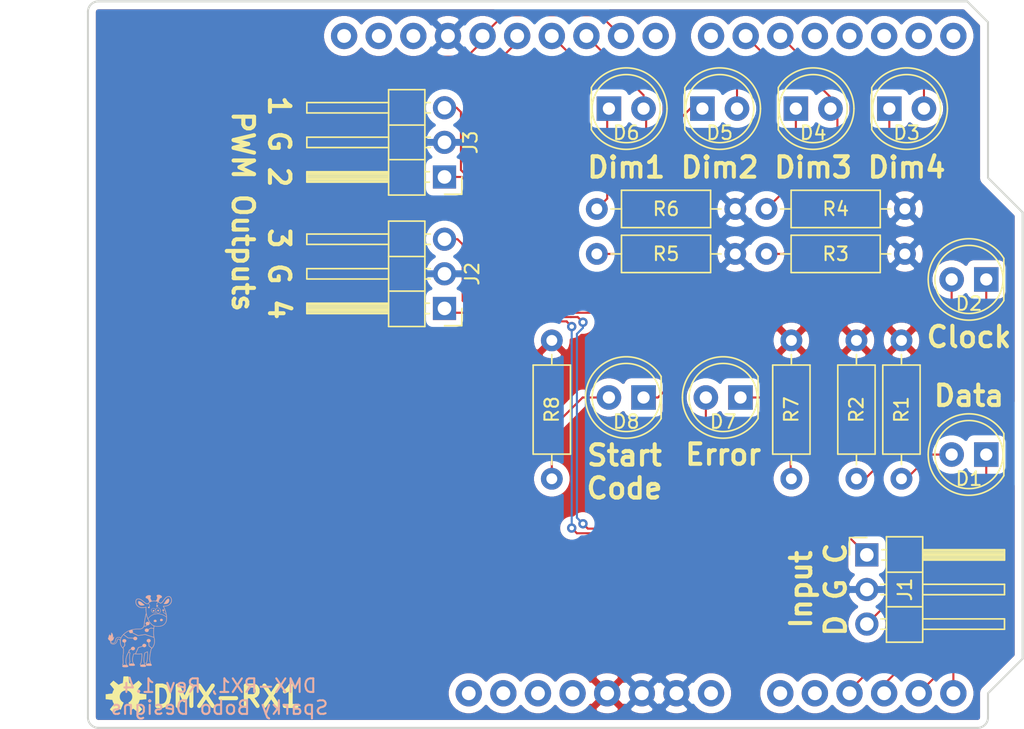
<source format=kicad_pcb>
(kicad_pcb (version 20171130) (host pcbnew "(5.1.12)-1")

  (general
    (thickness 1.6)
    (drawings 27)
    (tracks 156)
    (zones 0)
    (modules 22)
    (nets 38)
  )

  (page A4)
  (title_block
    (title "DMX Demonstrator - Receiver (DMX-RX1)")
    (date 2024-02-09)
    (rev 1.4)
    (company "Sparky Bobo Designs")
    (comment 2 "Designed by: SparkyBobo")
    (comment 3 https://creativecommons.org/licenses/by-sa/4.0/)
    (comment 4 "Released under the Creative Commons Attribution Share-Alike 4.0 License")
  )

  (layers
    (0 F.Cu signal)
    (31 B.Cu signal)
    (32 B.Adhes user)
    (33 F.Adhes user)
    (34 B.Paste user)
    (35 F.Paste user)
    (36 B.SilkS user)
    (37 F.SilkS user)
    (38 B.Mask user)
    (39 F.Mask user)
    (40 Dwgs.User user)
    (41 Cmts.User user)
    (42 Eco1.User user)
    (43 Eco2.User user)
    (44 Edge.Cuts user)
    (45 Margin user)
    (46 B.CrtYd user)
    (47 F.CrtYd user)
    (48 B.Fab user)
    (49 F.Fab user)
  )

  (setup
    (last_trace_width 0.1524)
    (trace_clearance 0.1524)
    (zone_clearance 0.508)
    (zone_45_only no)
    (trace_min 0.1524)
    (via_size 0.6858)
    (via_drill 0.3302)
    (via_min_size 0.508)
    (via_min_drill 0.254)
    (uvia_size 0.6858)
    (uvia_drill 0.3302)
    (uvias_allowed no)
    (uvia_min_size 0.2)
    (uvia_min_drill 0.1)
    (edge_width 0.15)
    (segment_width 0.2)
    (pcb_text_width 0.3)
    (pcb_text_size 1.5 1.5)
    (mod_edge_width 0.15)
    (mod_text_size 1 1)
    (mod_text_width 0.15)
    (pad_size 1.8 1.8)
    (pad_drill 0.9)
    (pad_to_mask_clearance 0.2)
    (aux_axis_origin 0 0)
    (visible_elements 7FFFFFFF)
    (pcbplotparams
      (layerselection 0x010fc_ffffffff)
      (usegerberextensions true)
      (usegerberattributes false)
      (usegerberadvancedattributes false)
      (creategerberjobfile false)
      (excludeedgelayer true)
      (linewidth 0.100000)
      (plotframeref false)
      (viasonmask false)
      (mode 1)
      (useauxorigin false)
      (hpglpennumber 1)
      (hpglpenspeed 20)
      (hpglpendiameter 15.000000)
      (psnegative false)
      (psa4output false)
      (plotreference true)
      (plotvalue false)
      (plotinvisibletext false)
      (padsonsilk false)
      (subtractmaskfromsilk true)
      (outputformat 1)
      (mirror false)
      (drillshape 0)
      (scaleselection 1)
      (outputdirectory "grb"))
  )

  (net 0 "")
  (net 1 +5V)
  (net 2 GND)
  (net 3 "Net-(D8-Pad2)")
  (net 4 "Net-(D7-Pad2)")
  (net 5 "Net-(D1-Pad2)")
  (net 6 "Net-(D2-Pad2)")
  (net 7 "Net-(A1-Pad32)")
  (net 8 "Net-(A1-Pad31)")
  (net 9 "Net-(A1-Pad1)")
  (net 10 "Net-(A1-Pad2)")
  (net 11 "Net-(A1-Pad3)")
  (net 12 "Net-(A1-Pad4)")
  (net 13 "Net-(A1-Pad8)")
  (net 14 "Net-(A1-Pad15)")
  (net 15 "Net-(A1-Pad16)")
  (net 16 /~DATA)
  (net 17 /~CLOCK)
  (net 18 /~DIM3)
  (net 19 /~DIM2)
  (net 20 /~DIM1)
  (net 21 /~DIM0)
  (net 22 /RX)
  (net 23 /RXCLK)
  (net 24 "Net-(A1-Pad30)")
  (net 25 "Net-(A1-Pad9)")
  (net 26 "Net-(A1-Pad10)")
  (net 27 "Net-(A1-Pad17)")
  (net 28 "Net-(A1-Pad18)")
  (net 29 "Net-(A1-Pad19)")
  (net 30 "Net-(A1-Pad22)")
  (net 31 "Net-(A1-Pad23)")
  (net 32 "Net-(D3-Pad1)")
  (net 33 "Net-(D4-Pad1)")
  (net 34 "Net-(D5-Pad1)")
  (net 35 "Net-(D6-Pad1)")
  (net 36 /~ERR)
  (net 37 /~SC)

  (net_class Default "This is the default net class."
    (clearance 0.1524)
    (trace_width 0.1524)
    (via_dia 0.6858)
    (via_drill 0.3302)
    (uvia_dia 0.6858)
    (uvia_drill 0.3302)
    (diff_pair_width 0.1524)
    (diff_pair_gap 0.1524)
    (add_net /RX)
    (add_net /RXCLK)
    (add_net /~CLOCK)
    (add_net /~DATA)
    (add_net /~DIM0)
    (add_net /~DIM1)
    (add_net /~DIM2)
    (add_net /~DIM3)
    (add_net /~ERR)
    (add_net /~SC)
    (add_net GND)
    (add_net "Net-(A1-Pad1)")
    (add_net "Net-(A1-Pad10)")
    (add_net "Net-(A1-Pad15)")
    (add_net "Net-(A1-Pad16)")
    (add_net "Net-(A1-Pad17)")
    (add_net "Net-(A1-Pad18)")
    (add_net "Net-(A1-Pad19)")
    (add_net "Net-(A1-Pad2)")
    (add_net "Net-(A1-Pad22)")
    (add_net "Net-(A1-Pad23)")
    (add_net "Net-(A1-Pad3)")
    (add_net "Net-(A1-Pad30)")
    (add_net "Net-(A1-Pad31)")
    (add_net "Net-(A1-Pad32)")
    (add_net "Net-(A1-Pad4)")
    (add_net "Net-(A1-Pad8)")
    (add_net "Net-(A1-Pad9)")
    (add_net "Net-(D1-Pad2)")
    (add_net "Net-(D2-Pad2)")
    (add_net "Net-(D3-Pad1)")
    (add_net "Net-(D4-Pad1)")
    (add_net "Net-(D5-Pad1)")
    (add_net "Net-(D6-Pad1)")
    (add_net "Net-(D7-Pad2)")
    (add_net "Net-(D8-Pad2)")
  )

  (net_class Power ""
    (clearance 0.1524)
    (trace_width 0.3048)
    (via_dia 1.27)
    (via_drill 0.635)
    (uvia_dia 1.27)
    (uvia_drill 0.635)
    (diff_pair_width 0.3048)
    (diff_pair_gap 0.3048)
    (add_net +5V)
  )

  (module Connector_PinHeader_2.54mm:PinHeader_1x03_P2.54mm_Horizontal (layer F.Cu) (tedit 59FED5CB) (tstamp 65A4E63F)
    (at 142.494 76.1365 180)
    (descr "Through hole angled pin header, 1x03, 2.54mm pitch, 6mm pin length, single row")
    (tags "Through hole angled pin header THT 1x03 2.54mm single row")
    (path /65A481BA)
    (fp_text reference J3 (at -1.905 2.54 90) (layer F.SilkS)
      (effects (font (size 1 1) (thickness 0.15)))
    )
    (fp_text value PWM_12 (at 4.385 7.35) (layer F.Fab)
      (effects (font (size 1 1) (thickness 0.15)))
    )
    (fp_line (start 2.135 -1.27) (end 4.04 -1.27) (layer F.Fab) (width 0.1))
    (fp_line (start 4.04 -1.27) (end 4.04 6.35) (layer F.Fab) (width 0.1))
    (fp_line (start 4.04 6.35) (end 1.5 6.35) (layer F.Fab) (width 0.1))
    (fp_line (start 1.5 6.35) (end 1.5 -0.635) (layer F.Fab) (width 0.1))
    (fp_line (start 1.5 -0.635) (end 2.135 -1.27) (layer F.Fab) (width 0.1))
    (fp_line (start -0.32 -0.32) (end 1.5 -0.32) (layer F.Fab) (width 0.1))
    (fp_line (start -0.32 -0.32) (end -0.32 0.32) (layer F.Fab) (width 0.1))
    (fp_line (start -0.32 0.32) (end 1.5 0.32) (layer F.Fab) (width 0.1))
    (fp_line (start 4.04 -0.32) (end 10.04 -0.32) (layer F.Fab) (width 0.1))
    (fp_line (start 10.04 -0.32) (end 10.04 0.32) (layer F.Fab) (width 0.1))
    (fp_line (start 4.04 0.32) (end 10.04 0.32) (layer F.Fab) (width 0.1))
    (fp_line (start -0.32 2.22) (end 1.5 2.22) (layer F.Fab) (width 0.1))
    (fp_line (start -0.32 2.22) (end -0.32 2.86) (layer F.Fab) (width 0.1))
    (fp_line (start -0.32 2.86) (end 1.5 2.86) (layer F.Fab) (width 0.1))
    (fp_line (start 4.04 2.22) (end 10.04 2.22) (layer F.Fab) (width 0.1))
    (fp_line (start 10.04 2.22) (end 10.04 2.86) (layer F.Fab) (width 0.1))
    (fp_line (start 4.04 2.86) (end 10.04 2.86) (layer F.Fab) (width 0.1))
    (fp_line (start -0.32 4.76) (end 1.5 4.76) (layer F.Fab) (width 0.1))
    (fp_line (start -0.32 4.76) (end -0.32 5.4) (layer F.Fab) (width 0.1))
    (fp_line (start -0.32 5.4) (end 1.5 5.4) (layer F.Fab) (width 0.1))
    (fp_line (start 4.04 4.76) (end 10.04 4.76) (layer F.Fab) (width 0.1))
    (fp_line (start 10.04 4.76) (end 10.04 5.4) (layer F.Fab) (width 0.1))
    (fp_line (start 4.04 5.4) (end 10.04 5.4) (layer F.Fab) (width 0.1))
    (fp_line (start 1.44 -1.33) (end 1.44 6.41) (layer F.SilkS) (width 0.12))
    (fp_line (start 1.44 6.41) (end 4.1 6.41) (layer F.SilkS) (width 0.12))
    (fp_line (start 4.1 6.41) (end 4.1 -1.33) (layer F.SilkS) (width 0.12))
    (fp_line (start 4.1 -1.33) (end 1.44 -1.33) (layer F.SilkS) (width 0.12))
    (fp_line (start 4.1 -0.38) (end 10.1 -0.38) (layer F.SilkS) (width 0.12))
    (fp_line (start 10.1 -0.38) (end 10.1 0.38) (layer F.SilkS) (width 0.12))
    (fp_line (start 10.1 0.38) (end 4.1 0.38) (layer F.SilkS) (width 0.12))
    (fp_line (start 4.1 -0.32) (end 10.1 -0.32) (layer F.SilkS) (width 0.12))
    (fp_line (start 4.1 -0.2) (end 10.1 -0.2) (layer F.SilkS) (width 0.12))
    (fp_line (start 4.1 -0.08) (end 10.1 -0.08) (layer F.SilkS) (width 0.12))
    (fp_line (start 4.1 0.04) (end 10.1 0.04) (layer F.SilkS) (width 0.12))
    (fp_line (start 4.1 0.16) (end 10.1 0.16) (layer F.SilkS) (width 0.12))
    (fp_line (start 4.1 0.28) (end 10.1 0.28) (layer F.SilkS) (width 0.12))
    (fp_line (start 1.11 -0.38) (end 1.44 -0.38) (layer F.SilkS) (width 0.12))
    (fp_line (start 1.11 0.38) (end 1.44 0.38) (layer F.SilkS) (width 0.12))
    (fp_line (start 1.44 1.27) (end 4.1 1.27) (layer F.SilkS) (width 0.12))
    (fp_line (start 4.1 2.16) (end 10.1 2.16) (layer F.SilkS) (width 0.12))
    (fp_line (start 10.1 2.16) (end 10.1 2.92) (layer F.SilkS) (width 0.12))
    (fp_line (start 10.1 2.92) (end 4.1 2.92) (layer F.SilkS) (width 0.12))
    (fp_line (start 1.042929 2.16) (end 1.44 2.16) (layer F.SilkS) (width 0.12))
    (fp_line (start 1.042929 2.92) (end 1.44 2.92) (layer F.SilkS) (width 0.12))
    (fp_line (start 1.44 3.81) (end 4.1 3.81) (layer F.SilkS) (width 0.12))
    (fp_line (start 4.1 4.7) (end 10.1 4.7) (layer F.SilkS) (width 0.12))
    (fp_line (start 10.1 4.7) (end 10.1 5.46) (layer F.SilkS) (width 0.12))
    (fp_line (start 10.1 5.46) (end 4.1 5.46) (layer F.SilkS) (width 0.12))
    (fp_line (start 1.042929 4.7) (end 1.44 4.7) (layer F.SilkS) (width 0.12))
    (fp_line (start 1.042929 5.46) (end 1.44 5.46) (layer F.SilkS) (width 0.12))
    (fp_line (start -1.27 0) (end -1.27 -1.27) (layer F.SilkS) (width 0.12))
    (fp_line (start -1.27 -1.27) (end 0 -1.27) (layer F.SilkS) (width 0.12))
    (fp_line (start -1.8 -1.8) (end -1.8 6.85) (layer F.CrtYd) (width 0.05))
    (fp_line (start -1.8 6.85) (end 10.55 6.85) (layer F.CrtYd) (width 0.05))
    (fp_line (start 10.55 6.85) (end 10.55 -1.8) (layer F.CrtYd) (width 0.05))
    (fp_line (start 10.55 -1.8) (end -1.8 -1.8) (layer F.CrtYd) (width 0.05))
    (fp_text user %R (at 2.77 2.54 90) (layer F.Fab)
      (effects (font (size 1 1) (thickness 0.15)))
    )
    (pad 3 thru_hole oval (at 0 5.08 180) (size 1.7 1.7) (drill 1) (layers *.Cu *.Mask)
      (net 21 /~DIM0))
    (pad 2 thru_hole oval (at 0 2.54 180) (size 1.7 1.7) (drill 1) (layers *.Cu *.Mask)
      (net 2 GND))
    (pad 1 thru_hole rect (at 0 0 180) (size 1.7 1.7) (drill 1) (layers *.Cu *.Mask)
      (net 20 /~DIM1))
    (model ${KISYS3DMOD}/Connector_PinHeader_2.54mm.3dshapes/PinHeader_1x03_P2.54mm_Horizontal.wrl
      (at (xyz 0 0 0))
      (scale (xyz 1 1 1))
      (rotate (xyz 0 0 0))
    )
  )

  (module footprints:ARDUINO_R3_NO_HOLES (layer F.Cu) (tedit 5FA36CC6) (tstamp 5FA70673)
    (at 150.622 89.916)
    (descr "ARDUINO UNO R3 FOOTPRINT")
    (tags "ARDUINO UNO R3 FOOTPRINT")
    (path /5F3035A0)
    (attr virtual)
    (fp_text reference A1 (at -32.766 -25.908) (layer F.SilkS) hide
      (effects (font (size 0.6096 0.6096) (thickness 0.127)))
    )
    (fp_text value Arduino_UNO_R3 (at -29.718 -24.892) (layer F.SilkS) hide
      (effects (font (size 0.6096 0.6096) (thickness 0.127)))
    )
    (fp_circle (center -19.05 -24.13) (end -19.05 -25.15362) (layer Dwgs.User) (width 0.127))
    (fp_circle (center 31.75 -8.89) (end 31.75 -9.91362) (layer Dwgs.User) (width 0.127))
    (fp_circle (center 31.75 19.05) (end 31.75 18.02638) (layer Dwgs.User) (width 0.127))
    (fp_circle (center -20.32 24.13) (end -20.32 23.10638) (layer Dwgs.User) (width 0.127))
    (fp_line (start -22.86 23.495) (end -36.195 23.495) (layer Dwgs.User) (width 0.2032))
    (fp_line (start -22.86 14.605) (end -22.86 23.495) (layer Dwgs.User) (width 0.2032))
    (fp_line (start -36.195 14.605) (end -22.86 14.605) (layer Dwgs.User) (width 0.2032))
    (fp_line (start -36.195 23.495) (end -36.195 14.605) (layer Dwgs.User) (width 0.2032))
    (fp_line (start -40.64 -5.715) (end -40.64 -17.145) (layer Dwgs.User) (width 0.2032))
    (fp_line (start -24.765 -5.715) (end -40.64 -5.715) (layer Dwgs.User) (width 0.2032))
    (fp_line (start -24.765 -17.145) (end -24.765 -5.715) (layer Dwgs.User) (width 0.2032))
    (fp_line (start -40.64 -17.145) (end -24.765 -17.145) (layer Dwgs.User) (width 0.2032))
    (fp_line (start 31.75 26.67) (end -34.29 26.67) (layer Dwgs.User) (width 0.2032))
    (fp_line (start 31.75 24.13) (end 31.75 26.67) (layer Dwgs.User) (width 0.2032))
    (fp_line (start 34.29 21.59) (end 31.75 24.13) (layer Dwgs.User) (width 0.2032))
    (fp_line (start 34.29 -11.176) (end 34.29 21.59) (layer Dwgs.User) (width 0.2032))
    (fp_line (start 31.75 -13.716) (end 34.29 -11.176) (layer Dwgs.User) (width 0.2032))
    (fp_line (start 31.75 -25.146) (end 31.75 -13.716) (layer Dwgs.User) (width 0.2032))
    (fp_line (start 30.226 -26.67) (end 31.75 -25.146) (layer Dwgs.User) (width 0.2032))
    (fp_line (start -34.29 -26.67) (end 30.226 -26.67) (layer Dwgs.User) (width 0.2032))
    (fp_line (start -34.29 26.67) (end -34.29 -26.67) (layer Dwgs.User) (width 0.2032))
    (fp_text user SCL (at -15.5194 -20.5232 90) (layer Dwgs.User)
      (effects (font (size 0.8128 0.8128) (thickness 0.127)))
    )
    (fp_text user SDA (at -12.9794 -20.5232 90) (layer Dwgs.User)
      (effects (font (size 0.8128 0.8128) (thickness 0.127)))
    )
    (fp_text user AREF (at -10.4394 -20.9296 90) (layer Dwgs.User)
      (effects (font (size 0.8128 0.8128) (thickness 0.127)))
    )
    (fp_text user GND (at -7.8994 -20.5232 90) (layer Dwgs.User)
      (effects (font (size 0.8128 0.8128) (thickness 0.127)))
    )
    (fp_text user D13 (at -5.3594 -20.5232 90) (layer Dwgs.User)
      (effects (font (size 0.8128 0.8128) (thickness 0.127)))
    )
    (fp_text user D12 (at -2.8194 -20.5232 90) (layer Dwgs.User)
      (effects (font (size 0.8128 0.8128) (thickness 0.127)))
    )
    (fp_text user D11 (at -0.2794 -20.5232 90) (layer Dwgs.User)
      (effects (font (size 0.8128 0.8128) (thickness 0.127)))
    )
    (fp_text user D10 (at 2.2606 -20.5232 90) (layer Dwgs.User)
      (effects (font (size 0.8128 0.8128) (thickness 0.127)))
    )
    (fp_text user D9 (at 4.79806 -20.1168 90) (layer Dwgs.User)
      (effects (font (size 0.8128 0.8128) (thickness 0.127)))
    )
    (fp_text user D8 (at 7.3406 -20.1168 90) (layer Dwgs.User)
      (effects (font (size 0.8128 0.8128) (thickness 0.127)))
    )
    (fp_text user D7 (at 11.4046 -20.1168 90) (layer Dwgs.User)
      (effects (font (size 0.8128 0.8128) (thickness 0.127)))
    )
    (fp_text user D6 (at 13.9446 -20.1168 90) (layer Dwgs.User)
      (effects (font (size 0.8128 0.8128) (thickness 0.127)))
    )
    (fp_text user D5 (at 16.4846 -20.1168 90) (layer Dwgs.User)
      (effects (font (size 0.8128 0.8128) (thickness 0.127)))
    )
    (fp_text user D4 (at 19.0246 -20.1168 90) (layer Dwgs.User)
      (effects (font (size 0.8128 0.8128) (thickness 0.127)))
    )
    (fp_text user D3 (at 21.5646 -20.1168 90) (layer Dwgs.User)
      (effects (font (size 0.8128 0.8128) (thickness 0.127)))
    )
    (fp_text user D2 (at 24.1046 -20.1168 90) (layer Dwgs.User)
      (effects (font (size 0.8128 0.8128) (thickness 0.127)))
    )
    (fp_text user D0/RXI (at 29.05506 -19.2024 90) (layer Dwgs.User)
      (effects (font (size 0.8128 0.8128) (thickness 0.127)))
    )
    (fp_text user D1/TXO (at 26.5176 -19.2024 90) (layer Dwgs.User)
      (effects (font (size 0.8128 0.8128) (thickness 0.127)))
    )
    (fp_text user !RESET! (at -1.6764 20.0152 90) (layer Dwgs.User)
      (effects (font (size 0.8128 0.8128) (thickness 0.127)))
    )
    (fp_text user 3.3V (at 0.8636 21.2344 90) (layer Dwgs.User)
      (effects (font (size 0.8128 0.8128) (thickness 0.127)))
    )
    (fp_text user 5V (at 3.4036 22.0472 90) (layer Dwgs.User)
      (effects (font (size 0.8128 0.8128) (thickness 0.127)))
    )
    (fp_text user GND (at 5.9436 21.6408 90) (layer Dwgs.User)
      (effects (font (size 0.8128 0.8128) (thickness 0.127)))
    )
    (fp_text user GND (at 8.4836 21.6408 90) (layer Dwgs.User)
      (effects (font (size 0.8128 0.8128) (thickness 0.127)))
    )
    (fp_text user VIN (at 11.0236 21.6408 90) (layer Dwgs.User)
      (effects (font (size 0.8128 0.8128) (thickness 0.127)))
    )
    (fp_text user A0 (at 16.1036 22.0472 90) (layer Dwgs.User)
      (effects (font (size 0.8128 0.8128) (thickness 0.127)))
    )
    (fp_text user A1 (at 18.6436 22.0472 90) (layer Dwgs.User)
      (effects (font (size 0.8128 0.8128) (thickness 0.127)))
    )
    (fp_text user A2 (at 21.1836 22.0472 90) (layer Dwgs.User)
      (effects (font (size 0.8128 0.8128) (thickness 0.127)))
    )
    (fp_text user A3 (at 23.7236 22.0472 90) (layer Dwgs.User)
      (effects (font (size 0.8128 0.8128) (thickness 0.127)))
    )
    (fp_text user A4 (at 26.2636 22.0472 90) (layer Dwgs.User)
      (effects (font (size 0.8128 0.8128) (thickness 0.127)))
    )
    (fp_text user A5 (at 28.80106 22.0472 90) (layer Dwgs.User)
      (effects (font (size 0.8128 0.8128) (thickness 0.127)))
    )
    (fp_text user IOREF (at -4.2164 20.828 90) (layer Dwgs.User)
      (effects (font (size 0.8128 0.8128) (thickness 0.127)))
    )
    (pad 4 thru_hole circle (at 1.27 24.13) (size 1.9304 1.9304) (drill 1.016) (layers *.Cu *.Mask)
      (net 12 "Net-(A1-Pad4)") (solder_mask_margin 0.1016))
    (pad 5 thru_hole circle (at 3.81 24.13) (size 1.9304 1.9304) (drill 1.016) (layers *.Cu *.Mask)
      (net 1 +5V) (solder_mask_margin 0.1016))
    (pad 9 thru_hole circle (at 16.51 24.13) (size 1.9304 1.9304) (drill 1.016) (layers *.Cu *.Mask)
      (net 25 "Net-(A1-Pad9)") (solder_mask_margin 0.1016))
    (pad 10 thru_hole circle (at 19.05 24.13) (size 1.9304 1.9304) (drill 1.016) (layers *.Cu *.Mask)
      (net 26 "Net-(A1-Pad10)") (solder_mask_margin 0.1016))
    (pad 11 thru_hole circle (at 21.59 24.13) (size 1.9304 1.9304) (drill 1.016) (layers *.Cu *.Mask)
      (net 36 /~ERR) (solder_mask_margin 0.1016))
    (pad 12 thru_hole circle (at 24.13 24.13) (size 1.9304 1.9304) (drill 1.016) (layers *.Cu *.Mask)
      (net 37 /~SC) (solder_mask_margin 0.1016))
    (pad 13 thru_hole circle (at 26.67 24.13) (size 1.9304 1.9304) (drill 1.016) (layers *.Cu *.Mask)
      (net 16 /~DATA) (solder_mask_margin 0.1016))
    (pad 14 thru_hole circle (at 29.21 24.13) (size 1.9304 1.9304) (drill 1.016) (layers *.Cu *.Mask)
      (net 17 /~CLOCK) (solder_mask_margin 0.1016))
    (pad 30 thru_hole circle (at -10.414 -24.13) (size 1.9304 1.9304) (drill 1.016) (layers *.Cu *.Mask)
      (net 24 "Net-(A1-Pad30)") (solder_mask_margin 0.1016))
    (pad 15 thru_hole circle (at 29.21 -24.13) (size 1.9304 1.9304) (drill 1.016) (layers *.Cu *.Mask)
      (net 14 "Net-(A1-Pad15)") (solder_mask_margin 0.1016))
    (pad 16 thru_hole circle (at 26.67 -24.13) (size 1.9304 1.9304) (drill 1.016) (layers *.Cu *.Mask)
      (net 15 "Net-(A1-Pad16)") (solder_mask_margin 0.1016))
    (pad 17 thru_hole circle (at 24.13 -24.13) (size 1.9304 1.9304) (drill 1.016) (layers *.Cu *.Mask)
      (net 27 "Net-(A1-Pad17)") (solder_mask_margin 0.1016))
    (pad 18 thru_hole circle (at 21.59 -24.13) (size 1.9304 1.9304) (drill 1.016) (layers *.Cu *.Mask)
      (net 28 "Net-(A1-Pad18)") (solder_mask_margin 0.1016))
    (pad 19 thru_hole circle (at 19.05 -24.13) (size 1.9304 1.9304) (drill 1.016) (layers *.Cu *.Mask)
      (net 29 "Net-(A1-Pad19)") (solder_mask_margin 0.1016))
    (pad 20 thru_hole circle (at 16.51 -24.13) (size 1.9304 1.9304) (drill 1.016) (layers *.Cu *.Mask)
      (net 18 /~DIM3) (solder_mask_margin 0.1016))
    (pad 21 thru_hole circle (at 13.97 -24.13) (size 1.9304 1.9304) (drill 1.016) (layers *.Cu *.Mask)
      (net 19 /~DIM2) (solder_mask_margin 0.1016))
    (pad 22 thru_hole circle (at 11.43 -24.13) (size 1.9304 1.9304) (drill 1.016) (layers *.Cu *.Mask)
      (net 30 "Net-(A1-Pad22)") (solder_mask_margin 0.1016))
    (pad 23 thru_hole circle (at 7.366 -24.13) (size 1.9304 1.9304) (drill 1.016) (layers *.Cu *.Mask)
      (net 31 "Net-(A1-Pad23)") (solder_mask_margin 0.1016))
    (pad 24 thru_hole circle (at 4.826 -24.13) (size 1.9304 1.9304) (drill 1.016) (layers *.Cu *.Mask)
      (net 23 /RXCLK) (solder_mask_margin 0.1016))
    (pad 25 thru_hole circle (at 2.286 -24.13) (size 1.9304 1.9304) (drill 1.016) (layers *.Cu *.Mask)
      (net 20 /~DIM1) (solder_mask_margin 0.1016))
    (pad 26 thru_hole circle (at -0.254 -24.13) (size 1.9304 1.9304) (drill 1.016) (layers *.Cu *.Mask)
      (net 21 /~DIM0) (solder_mask_margin 0.1016))
    (pad 27 thru_hole circle (at -2.794 -24.13) (size 1.9304 1.9304) (drill 1.016) (layers *.Cu *.Mask)
      (net 22 /RX) (solder_mask_margin 0.1016))
    (pad 28 thru_hole circle (at -5.334 -24.13) (size 1.9304 1.9304) (drill 1.016) (layers *.Cu *.Mask)
      (net 23 /RXCLK) (solder_mask_margin 0.1016))
    (pad 6 thru_hole circle (at 6.35 24.13) (size 1.9304 1.9304) (drill 1.016) (layers *.Cu *.Mask)
      (net 2 GND) (solder_mask_margin 0.1016))
    (pad 7 thru_hole circle (at 8.89 24.13) (size 1.9304 1.9304) (drill 1.016) (layers *.Cu *.Mask)
      (net 2 GND) (solder_mask_margin 0.1016))
    (pad 29 thru_hole circle (at -7.874 -24.13) (size 1.9304 1.9304) (drill 1.016) (layers *.Cu *.Mask)
      (net 2 GND) (solder_mask_margin 0.1016))
    (pad 2 thru_hole circle (at -3.81 24.13) (size 1.9304 1.9304) (drill 1.016) (layers *.Cu *.Mask)
      (net 10 "Net-(A1-Pad2)") (solder_mask_margin 0.1016))
    (pad 1 thru_hole circle (at -6.35 24.13) (size 1.9304 1.9304) (drill 1.016) (layers *.Cu *.Mask)
      (net 9 "Net-(A1-Pad1)") (solder_mask_margin 0.1016))
    (pad 3 thru_hole circle (at -1.27 24.13) (size 1.9304 1.9304) (drill 1.016) (layers *.Cu *.Mask)
      (net 11 "Net-(A1-Pad3)") (solder_mask_margin 0.1016))
    (pad 32 thru_hole circle (at -15.494 -24.13) (size 1.9304 1.9304) (drill 1.016) (layers *.Cu *.Mask)
      (net 7 "Net-(A1-Pad32)") (solder_mask_margin 0.1016))
    (pad 31 thru_hole circle (at -12.954 -24.13) (size 1.9304 1.9304) (drill 1.016) (layers *.Cu *.Mask)
      (net 8 "Net-(A1-Pad31)") (solder_mask_margin 0.1016))
    (pad 8 thru_hole circle (at 11.43 24.13) (size 1.9304 1.9304) (drill 1.016) (layers *.Cu *.Mask)
      (net 13 "Net-(A1-Pad8)") (solder_mask_margin 0.1016))
  )

  (module Connector_PinHeader_2.54mm:PinHeader_1x03_P2.54mm_Horizontal (layer F.Cu) (tedit 59FED5CB) (tstamp 65A4E5FF)
    (at 142.494 85.7885 180)
    (descr "Through hole angled pin header, 1x03, 2.54mm pitch, 6mm pin length, single row")
    (tags "Through hole angled pin header THT 1x03 2.54mm single row")
    (path /65A47C21)
    (fp_text reference J2 (at -2.032 2.54 90) (layer F.SilkS)
      (effects (font (size 1 1) (thickness 0.15)))
    )
    (fp_text value PWM-34 (at 4.385 7.35) (layer F.Fab)
      (effects (font (size 1 1) (thickness 0.15)))
    )
    (fp_line (start 2.135 -1.27) (end 4.04 -1.27) (layer F.Fab) (width 0.1))
    (fp_line (start 4.04 -1.27) (end 4.04 6.35) (layer F.Fab) (width 0.1))
    (fp_line (start 4.04 6.35) (end 1.5 6.35) (layer F.Fab) (width 0.1))
    (fp_line (start 1.5 6.35) (end 1.5 -0.635) (layer F.Fab) (width 0.1))
    (fp_line (start 1.5 -0.635) (end 2.135 -1.27) (layer F.Fab) (width 0.1))
    (fp_line (start -0.32 -0.32) (end 1.5 -0.32) (layer F.Fab) (width 0.1))
    (fp_line (start -0.32 -0.32) (end -0.32 0.32) (layer F.Fab) (width 0.1))
    (fp_line (start -0.32 0.32) (end 1.5 0.32) (layer F.Fab) (width 0.1))
    (fp_line (start 4.04 -0.32) (end 10.04 -0.32) (layer F.Fab) (width 0.1))
    (fp_line (start 10.04 -0.32) (end 10.04 0.32) (layer F.Fab) (width 0.1))
    (fp_line (start 4.04 0.32) (end 10.04 0.32) (layer F.Fab) (width 0.1))
    (fp_line (start -0.32 2.22) (end 1.5 2.22) (layer F.Fab) (width 0.1))
    (fp_line (start -0.32 2.22) (end -0.32 2.86) (layer F.Fab) (width 0.1))
    (fp_line (start -0.32 2.86) (end 1.5 2.86) (layer F.Fab) (width 0.1))
    (fp_line (start 4.04 2.22) (end 10.04 2.22) (layer F.Fab) (width 0.1))
    (fp_line (start 10.04 2.22) (end 10.04 2.86) (layer F.Fab) (width 0.1))
    (fp_line (start 4.04 2.86) (end 10.04 2.86) (layer F.Fab) (width 0.1))
    (fp_line (start -0.32 4.76) (end 1.5 4.76) (layer F.Fab) (width 0.1))
    (fp_line (start -0.32 4.76) (end -0.32 5.4) (layer F.Fab) (width 0.1))
    (fp_line (start -0.32 5.4) (end 1.5 5.4) (layer F.Fab) (width 0.1))
    (fp_line (start 4.04 4.76) (end 10.04 4.76) (layer F.Fab) (width 0.1))
    (fp_line (start 10.04 4.76) (end 10.04 5.4) (layer F.Fab) (width 0.1))
    (fp_line (start 4.04 5.4) (end 10.04 5.4) (layer F.Fab) (width 0.1))
    (fp_line (start 1.44 -1.33) (end 1.44 6.41) (layer F.SilkS) (width 0.12))
    (fp_line (start 1.44 6.41) (end 4.1 6.41) (layer F.SilkS) (width 0.12))
    (fp_line (start 4.1 6.41) (end 4.1 -1.33) (layer F.SilkS) (width 0.12))
    (fp_line (start 4.1 -1.33) (end 1.44 -1.33) (layer F.SilkS) (width 0.12))
    (fp_line (start 4.1 -0.38) (end 10.1 -0.38) (layer F.SilkS) (width 0.12))
    (fp_line (start 10.1 -0.38) (end 10.1 0.38) (layer F.SilkS) (width 0.12))
    (fp_line (start 10.1 0.38) (end 4.1 0.38) (layer F.SilkS) (width 0.12))
    (fp_line (start 4.1 -0.32) (end 10.1 -0.32) (layer F.SilkS) (width 0.12))
    (fp_line (start 4.1 -0.2) (end 10.1 -0.2) (layer F.SilkS) (width 0.12))
    (fp_line (start 4.1 -0.08) (end 10.1 -0.08) (layer F.SilkS) (width 0.12))
    (fp_line (start 4.1 0.04) (end 10.1 0.04) (layer F.SilkS) (width 0.12))
    (fp_line (start 4.1 0.16) (end 10.1 0.16) (layer F.SilkS) (width 0.12))
    (fp_line (start 4.1 0.28) (end 10.1 0.28) (layer F.SilkS) (width 0.12))
    (fp_line (start 1.11 -0.38) (end 1.44 -0.38) (layer F.SilkS) (width 0.12))
    (fp_line (start 1.11 0.38) (end 1.44 0.38) (layer F.SilkS) (width 0.12))
    (fp_line (start 1.44 1.27) (end 4.1 1.27) (layer F.SilkS) (width 0.12))
    (fp_line (start 4.1 2.16) (end 10.1 2.16) (layer F.SilkS) (width 0.12))
    (fp_line (start 10.1 2.16) (end 10.1 2.92) (layer F.SilkS) (width 0.12))
    (fp_line (start 10.1 2.92) (end 4.1 2.92) (layer F.SilkS) (width 0.12))
    (fp_line (start 1.042929 2.16) (end 1.44 2.16) (layer F.SilkS) (width 0.12))
    (fp_line (start 1.042929 2.92) (end 1.44 2.92) (layer F.SilkS) (width 0.12))
    (fp_line (start 1.44 3.81) (end 4.1 3.81) (layer F.SilkS) (width 0.12))
    (fp_line (start 4.1 4.7) (end 10.1 4.7) (layer F.SilkS) (width 0.12))
    (fp_line (start 10.1 4.7) (end 10.1 5.46) (layer F.SilkS) (width 0.12))
    (fp_line (start 10.1 5.46) (end 4.1 5.46) (layer F.SilkS) (width 0.12))
    (fp_line (start 1.042929 4.7) (end 1.44 4.7) (layer F.SilkS) (width 0.12))
    (fp_line (start 1.042929 5.46) (end 1.44 5.46) (layer F.SilkS) (width 0.12))
    (fp_line (start -1.27 0) (end -1.27 -1.27) (layer F.SilkS) (width 0.12))
    (fp_line (start -1.27 -1.27) (end 0 -1.27) (layer F.SilkS) (width 0.12))
    (fp_line (start -1.8 -1.8) (end -1.8 6.85) (layer F.CrtYd) (width 0.05))
    (fp_line (start -1.8 6.85) (end 10.55 6.85) (layer F.CrtYd) (width 0.05))
    (fp_line (start 10.55 6.85) (end 10.55 -1.8) (layer F.CrtYd) (width 0.05))
    (fp_line (start 10.55 -1.8) (end -1.8 -1.8) (layer F.CrtYd) (width 0.05))
    (fp_text user %R (at 2.77 2.54 90) (layer F.Fab)
      (effects (font (size 1 1) (thickness 0.15)))
    )
    (pad 3 thru_hole oval (at 0 5.08 180) (size 1.7 1.7) (drill 1) (layers *.Cu *.Mask)
      (net 19 /~DIM2))
    (pad 2 thru_hole oval (at 0 2.54 180) (size 1.7 1.7) (drill 1) (layers *.Cu *.Mask)
      (net 2 GND))
    (pad 1 thru_hole rect (at 0 0 180) (size 1.7 1.7) (drill 1) (layers *.Cu *.Mask)
      (net 18 /~DIM3))
    (model ${KISYS3DMOD}/Connector_PinHeader_2.54mm.3dshapes/PinHeader_1x03_P2.54mm_Horizontal.wrl
      (at (xyz 0 0 0))
      (scale (xyz 1 1 1))
      (rotate (xyz 0 0 0))
    )
  )

  (module Resistor_THT:R_Axial_DIN0207_L6.3mm_D2.5mm_P10.16mm_Horizontal (layer F.Cu) (tedit 5AE5139B) (tstamp 5FB5F175)
    (at 150.368 88.138 270)
    (descr "Resistor, Axial_DIN0207 series, Axial, Horizontal, pin pitch=10.16mm, 0.25W = 1/4W, length*diameter=6.3*2.5mm^2, http://cdn-reichelt.de/documents/datenblatt/B400/1_4W%23YAG.pdf")
    (tags "Resistor Axial_DIN0207 series Axial Horizontal pin pitch 10.16mm 0.25W = 1/4W length 6.3mm diameter 2.5mm")
    (path /5FA8D6DF)
    (fp_text reference R8 (at 5.08 0 270) (layer F.SilkS)
      (effects (font (size 1 1) (thickness 0.15)))
    )
    (fp_text value 330 (at 5.08 -0.508 270) (layer F.Fab)
      (effects (font (size 1 1) (thickness 0.15)))
    )
    (fp_line (start 1.93 -1.25) (end 1.93 1.25) (layer F.Fab) (width 0.1))
    (fp_line (start 1.93 1.25) (end 8.23 1.25) (layer F.Fab) (width 0.1))
    (fp_line (start 8.23 1.25) (end 8.23 -1.25) (layer F.Fab) (width 0.1))
    (fp_line (start 8.23 -1.25) (end 1.93 -1.25) (layer F.Fab) (width 0.1))
    (fp_line (start 0 0) (end 1.93 0) (layer F.Fab) (width 0.1))
    (fp_line (start 10.16 0) (end 8.23 0) (layer F.Fab) (width 0.1))
    (fp_line (start 1.81 -1.37) (end 1.81 1.37) (layer F.SilkS) (width 0.12))
    (fp_line (start 1.81 1.37) (end 8.35 1.37) (layer F.SilkS) (width 0.12))
    (fp_line (start 8.35 1.37) (end 8.35 -1.37) (layer F.SilkS) (width 0.12))
    (fp_line (start 8.35 -1.37) (end 1.81 -1.37) (layer F.SilkS) (width 0.12))
    (fp_line (start 1.04 0) (end 1.81 0) (layer F.SilkS) (width 0.12))
    (fp_line (start 9.12 0) (end 8.35 0) (layer F.SilkS) (width 0.12))
    (fp_line (start -1.05 -1.5) (end -1.05 1.5) (layer F.CrtYd) (width 0.05))
    (fp_line (start -1.05 1.5) (end 11.21 1.5) (layer F.CrtYd) (width 0.05))
    (fp_line (start 11.21 1.5) (end 11.21 -1.5) (layer F.CrtYd) (width 0.05))
    (fp_line (start 11.21 -1.5) (end -1.05 -1.5) (layer F.CrtYd) (width 0.05))
    (fp_text user %R (at 5.08 0 270) (layer F.Fab)
      (effects (font (size 1 1) (thickness 0.15)))
    )
    (pad 2 thru_hole oval (at 10.16 0 270) (size 1.6 1.6) (drill 0.8) (layers *.Cu *.Mask)
      (net 3 "Net-(D8-Pad2)"))
    (pad 1 thru_hole circle (at 0 0 270) (size 1.6 1.6) (drill 0.8) (layers *.Cu *.Mask)
      (net 1 +5V))
    (model ${KISYS3DMOD}/Resistor_THT.3dshapes/R_Axial_DIN0207_L6.3mm_D2.5mm_P10.16mm_Horizontal.wrl
      (at (xyz 0 0 0))
      (scale (xyz 1 1 1))
      (rotate (xyz 0 0 0))
    )
  )

  (module LED_THT:LED_D5.0mm (layer F.Cu) (tedit 5FD168DD) (tstamp 5FB5F135)
    (at 164.211 92.329 180)
    (descr "LED, diameter 5.0mm, 2 pins, http://cdn-reichelt.de/documents/datenblatt/A500/LL-504BC2E-009.pdf")
    (tags "LED diameter 5.0mm 2 pins")
    (path /5FA8D6CC)
    (fp_text reference D7 (at 1.27 -1.778 180) (layer F.SilkS)
      (effects (font (size 1 1) (thickness 0.15)))
    )
    (fp_text value ERROR (at 1.27 3.96 180) (layer F.Fab)
      (effects (font (size 1 1) (thickness 0.15)))
    )
    (fp_line (start 4.5 -3.25) (end -1.95 -3.25) (layer F.CrtYd) (width 0.05))
    (fp_line (start 4.5 3.25) (end 4.5 -3.25) (layer F.CrtYd) (width 0.05))
    (fp_line (start -1.95 3.25) (end 4.5 3.25) (layer F.CrtYd) (width 0.05))
    (fp_line (start -1.95 -3.25) (end -1.95 3.25) (layer F.CrtYd) (width 0.05))
    (fp_line (start -1.29 -1.545) (end -1.29 1.545) (layer F.SilkS) (width 0.12))
    (fp_line (start -1.23 -1.469694) (end -1.23 1.469694) (layer F.Fab) (width 0.1))
    (fp_circle (center 1.27 0) (end 3.77 0) (layer F.SilkS) (width 0.12))
    (fp_circle (center 1.27 0) (end 3.77 0) (layer F.Fab) (width 0.1))
    (fp_arc (start 1.27 0) (end -1.23 -1.469694) (angle 299.1) (layer F.Fab) (width 0.1))
    (fp_arc (start 1.27 0) (end -1.29 -1.54483) (angle 148.9) (layer F.SilkS) (width 0.12))
    (fp_arc (start 1.27 0) (end -1.29 1.54483) (angle -148.9) (layer F.SilkS) (width 0.12))
    (fp_text user %R (at 1.25 0 180) (layer F.Fab)
      (effects (font (size 0.8 0.8) (thickness 0.2)))
    )
    (pad 1 thru_hole rect (at 0 0 180) (size 1.8 1.8) (drill 0.9) (layers *.Cu *.Mask)
      (net 36 /~ERR))
    (pad 2 thru_hole circle (at 2.54 0 180) (size 1.8 1.8) (drill 0.9) (layers *.Cu *.Mask)
      (net 4 "Net-(D7-Pad2)"))
    (model ${KISYS3DMOD}/LED_THT.3dshapes/LED_D5.0mm.wrl
      (at (xyz 0 0 0))
      (scale (xyz 1 1 1))
      (rotate (xyz 0 0 0))
    )
  )

  (module Resistor_THT:R_Axial_DIN0207_L6.3mm_D2.5mm_P10.16mm_Horizontal (layer F.Cu) (tedit 5AE5139B) (tstamp 5F6A106B)
    (at 172.72 88.138 270)
    (descr "Resistor, Axial_DIN0207 series, Axial, Horizontal, pin pitch=10.16mm, 0.25W = 1/4W, length*diameter=6.3*2.5mm^2, http://cdn-reichelt.de/documents/datenblatt/B400/1_4W%23YAG.pdf")
    (tags "Resistor Axial_DIN0207 series Axial Horizontal pin pitch 10.16mm 0.25W = 1/4W length 6.3mm diameter 2.5mm")
    (path /5F3048F0)
    (fp_text reference R2 (at 5.08 0 270) (layer F.SilkS)
      (effects (font (size 1 1) (thickness 0.15)))
    )
    (fp_text value 330 (at 5.08 -0.508 270) (layer F.Fab)
      (effects (font (size 1 1) (thickness 0.15)))
    )
    (fp_line (start 1.93 -1.25) (end 1.93 1.25) (layer F.Fab) (width 0.1))
    (fp_line (start 1.93 1.25) (end 8.23 1.25) (layer F.Fab) (width 0.1))
    (fp_line (start 8.23 1.25) (end 8.23 -1.25) (layer F.Fab) (width 0.1))
    (fp_line (start 8.23 -1.25) (end 1.93 -1.25) (layer F.Fab) (width 0.1))
    (fp_line (start 0 0) (end 1.93 0) (layer F.Fab) (width 0.1))
    (fp_line (start 10.16 0) (end 8.23 0) (layer F.Fab) (width 0.1))
    (fp_line (start 1.81 -1.37) (end 1.81 1.37) (layer F.SilkS) (width 0.12))
    (fp_line (start 1.81 1.37) (end 8.35 1.37) (layer F.SilkS) (width 0.12))
    (fp_line (start 8.35 1.37) (end 8.35 -1.37) (layer F.SilkS) (width 0.12))
    (fp_line (start 8.35 -1.37) (end 1.81 -1.37) (layer F.SilkS) (width 0.12))
    (fp_line (start 1.04 0) (end 1.81 0) (layer F.SilkS) (width 0.12))
    (fp_line (start 9.12 0) (end 8.35 0) (layer F.SilkS) (width 0.12))
    (fp_line (start -1.05 -1.5) (end -1.05 1.5) (layer F.CrtYd) (width 0.05))
    (fp_line (start -1.05 1.5) (end 11.21 1.5) (layer F.CrtYd) (width 0.05))
    (fp_line (start 11.21 1.5) (end 11.21 -1.5) (layer F.CrtYd) (width 0.05))
    (fp_line (start 11.21 -1.5) (end -1.05 -1.5) (layer F.CrtYd) (width 0.05))
    (fp_text user %R (at 5.08 0 270) (layer F.Fab)
      (effects (font (size 1 1) (thickness 0.15)))
    )
    (pad 2 thru_hole oval (at 10.16 0 270) (size 1.6 1.6) (drill 0.8) (layers *.Cu *.Mask)
      (net 6 "Net-(D2-Pad2)"))
    (pad 1 thru_hole circle (at 0 0 270) (size 1.6 1.6) (drill 0.8) (layers *.Cu *.Mask)
      (net 1 +5V))
    (model ${KISYS3DMOD}/Resistor_THT.3dshapes/R_Axial_DIN0207_L6.3mm_D2.5mm_P10.16mm_Horizontal.wrl
      (at (xyz 0 0 0))
      (scale (xyz 1 1 1))
      (rotate (xyz 0 0 0))
    )
  )

  (module Resistor_THT:R_Axial_DIN0207_L6.3mm_D2.5mm_P10.16mm_Horizontal (layer F.Cu) (tedit 5AE5139B) (tstamp 5F6A10EF)
    (at 176.276 81.788 180)
    (descr "Resistor, Axial_DIN0207 series, Axial, Horizontal, pin pitch=10.16mm, 0.25W = 1/4W, length*diameter=6.3*2.5mm^2, http://cdn-reichelt.de/documents/datenblatt/B400/1_4W%23YAG.pdf")
    (tags "Resistor Axial_DIN0207 series Axial Horizontal pin pitch 10.16mm 0.25W = 1/4W length 6.3mm diameter 2.5mm")
    (path /5F3BECD4)
    (fp_text reference R3 (at 5.08 0 180) (layer F.SilkS)
      (effects (font (size 1 1) (thickness 0.15)))
    )
    (fp_text value 330 (at 5.08 0.635 180) (layer F.Fab)
      (effects (font (size 1 1) (thickness 0.15)))
    )
    (fp_line (start 1.93 -1.25) (end 1.93 1.25) (layer F.Fab) (width 0.1))
    (fp_line (start 1.93 1.25) (end 8.23 1.25) (layer F.Fab) (width 0.1))
    (fp_line (start 8.23 1.25) (end 8.23 -1.25) (layer F.Fab) (width 0.1))
    (fp_line (start 8.23 -1.25) (end 1.93 -1.25) (layer F.Fab) (width 0.1))
    (fp_line (start 0 0) (end 1.93 0) (layer F.Fab) (width 0.1))
    (fp_line (start 10.16 0) (end 8.23 0) (layer F.Fab) (width 0.1))
    (fp_line (start 1.81 -1.37) (end 1.81 1.37) (layer F.SilkS) (width 0.12))
    (fp_line (start 1.81 1.37) (end 8.35 1.37) (layer F.SilkS) (width 0.12))
    (fp_line (start 8.35 1.37) (end 8.35 -1.37) (layer F.SilkS) (width 0.12))
    (fp_line (start 8.35 -1.37) (end 1.81 -1.37) (layer F.SilkS) (width 0.12))
    (fp_line (start 1.04 0) (end 1.81 0) (layer F.SilkS) (width 0.12))
    (fp_line (start 9.12 0) (end 8.35 0) (layer F.SilkS) (width 0.12))
    (fp_line (start -1.05 -1.5) (end -1.05 1.5) (layer F.CrtYd) (width 0.05))
    (fp_line (start -1.05 1.5) (end 11.21 1.5) (layer F.CrtYd) (width 0.05))
    (fp_line (start 11.21 1.5) (end 11.21 -1.5) (layer F.CrtYd) (width 0.05))
    (fp_line (start 11.21 -1.5) (end -1.05 -1.5) (layer F.CrtYd) (width 0.05))
    (fp_text user %R (at 5.08 0 180) (layer F.Fab)
      (effects (font (size 1 1) (thickness 0.15)))
    )
    (pad 2 thru_hole oval (at 10.16 0 180) (size 1.6 1.6) (drill 0.8) (layers *.Cu *.Mask)
      (net 32 "Net-(D3-Pad1)"))
    (pad 1 thru_hole circle (at 0 0 180) (size 1.6 1.6) (drill 0.8) (layers *.Cu *.Mask)
      (net 2 GND))
    (model ${KISYS3DMOD}/Resistor_THT.3dshapes/R_Axial_DIN0207_L6.3mm_D2.5mm_P10.16mm_Horizontal.wrl
      (at (xyz 0 0 0))
      (scale (xyz 1 1 1))
      (rotate (xyz 0 0 0))
    )
  )

  (module Resistor_THT:R_Axial_DIN0207_L6.3mm_D2.5mm_P10.16mm_Horizontal (layer F.Cu) (tedit 5AE5139B) (tstamp 5F6A10D9)
    (at 176.022 88.138 270)
    (descr "Resistor, Axial_DIN0207 series, Axial, Horizontal, pin pitch=10.16mm, 0.25W = 1/4W, length*diameter=6.3*2.5mm^2, http://cdn-reichelt.de/documents/datenblatt/B400/1_4W%23YAG.pdf")
    (tags "Resistor Axial_DIN0207 series Axial Horizontal pin pitch 10.16mm 0.25W = 1/4W length 6.3mm diameter 2.5mm")
    (path /5F3040DD)
    (fp_text reference R1 (at 5.08 0 270) (layer F.SilkS)
      (effects (font (size 1 1) (thickness 0.15)))
    )
    (fp_text value 330 (at 5.08 -0.508 270) (layer F.Fab)
      (effects (font (size 1 1) (thickness 0.15)))
    )
    (fp_line (start 11.21 -1.5) (end -1.05 -1.5) (layer F.CrtYd) (width 0.05))
    (fp_line (start 11.21 1.5) (end 11.21 -1.5) (layer F.CrtYd) (width 0.05))
    (fp_line (start -1.05 1.5) (end 11.21 1.5) (layer F.CrtYd) (width 0.05))
    (fp_line (start -1.05 -1.5) (end -1.05 1.5) (layer F.CrtYd) (width 0.05))
    (fp_line (start 9.12 0) (end 8.35 0) (layer F.SilkS) (width 0.12))
    (fp_line (start 1.04 0) (end 1.81 0) (layer F.SilkS) (width 0.12))
    (fp_line (start 8.35 -1.37) (end 1.81 -1.37) (layer F.SilkS) (width 0.12))
    (fp_line (start 8.35 1.37) (end 8.35 -1.37) (layer F.SilkS) (width 0.12))
    (fp_line (start 1.81 1.37) (end 8.35 1.37) (layer F.SilkS) (width 0.12))
    (fp_line (start 1.81 -1.37) (end 1.81 1.37) (layer F.SilkS) (width 0.12))
    (fp_line (start 10.16 0) (end 8.23 0) (layer F.Fab) (width 0.1))
    (fp_line (start 0 0) (end 1.93 0) (layer F.Fab) (width 0.1))
    (fp_line (start 8.23 -1.25) (end 1.93 -1.25) (layer F.Fab) (width 0.1))
    (fp_line (start 8.23 1.25) (end 8.23 -1.25) (layer F.Fab) (width 0.1))
    (fp_line (start 1.93 1.25) (end 8.23 1.25) (layer F.Fab) (width 0.1))
    (fp_line (start 1.93 -1.25) (end 1.93 1.25) (layer F.Fab) (width 0.1))
    (fp_text user %R (at 5.08 0 270) (layer F.Fab)
      (effects (font (size 1 1) (thickness 0.15)))
    )
    (pad 1 thru_hole circle (at 0 0 270) (size 1.6 1.6) (drill 0.8) (layers *.Cu *.Mask)
      (net 1 +5V))
    (pad 2 thru_hole oval (at 10.16 0 270) (size 1.6 1.6) (drill 0.8) (layers *.Cu *.Mask)
      (net 5 "Net-(D1-Pad2)"))
    (model ${KISYS3DMOD}/Resistor_THT.3dshapes/R_Axial_DIN0207_L6.3mm_D2.5mm_P10.16mm_Horizontal.wrl
      (at (xyz 0 0 0))
      (scale (xyz 1 1 1))
      (rotate (xyz 0 0 0))
    )
  )

  (module Resistor_THT:R_Axial_DIN0207_L6.3mm_D2.5mm_P10.16mm_Horizontal (layer F.Cu) (tedit 5AE5139B) (tstamp 5F6A10C3)
    (at 176.276 78.486 180)
    (descr "Resistor, Axial_DIN0207 series, Axial, Horizontal, pin pitch=10.16mm, 0.25W = 1/4W, length*diameter=6.3*2.5mm^2, http://cdn-reichelt.de/documents/datenblatt/B400/1_4W%23YAG.pdf")
    (tags "Resistor Axial_DIN0207 series Axial Horizontal pin pitch 10.16mm 0.25W = 1/4W length 6.3mm diameter 2.5mm")
    (path /5F3BFD2F)
    (fp_text reference R4 (at 5.08 0 180) (layer F.SilkS)
      (effects (font (size 1 1) (thickness 0.15)))
    )
    (fp_text value 330 (at 5.08 0.635 180) (layer F.Fab)
      (effects (font (size 1 1) (thickness 0.15)))
    )
    (fp_line (start 1.93 -1.25) (end 1.93 1.25) (layer F.Fab) (width 0.1))
    (fp_line (start 1.93 1.25) (end 8.23 1.25) (layer F.Fab) (width 0.1))
    (fp_line (start 8.23 1.25) (end 8.23 -1.25) (layer F.Fab) (width 0.1))
    (fp_line (start 8.23 -1.25) (end 1.93 -1.25) (layer F.Fab) (width 0.1))
    (fp_line (start 0 0) (end 1.93 0) (layer F.Fab) (width 0.1))
    (fp_line (start 10.16 0) (end 8.23 0) (layer F.Fab) (width 0.1))
    (fp_line (start 1.81 -1.37) (end 1.81 1.37) (layer F.SilkS) (width 0.12))
    (fp_line (start 1.81 1.37) (end 8.35 1.37) (layer F.SilkS) (width 0.12))
    (fp_line (start 8.35 1.37) (end 8.35 -1.37) (layer F.SilkS) (width 0.12))
    (fp_line (start 8.35 -1.37) (end 1.81 -1.37) (layer F.SilkS) (width 0.12))
    (fp_line (start 1.04 0) (end 1.81 0) (layer F.SilkS) (width 0.12))
    (fp_line (start 9.12 0) (end 8.35 0) (layer F.SilkS) (width 0.12))
    (fp_line (start -1.05 -1.5) (end -1.05 1.5) (layer F.CrtYd) (width 0.05))
    (fp_line (start -1.05 1.5) (end 11.21 1.5) (layer F.CrtYd) (width 0.05))
    (fp_line (start 11.21 1.5) (end 11.21 -1.5) (layer F.CrtYd) (width 0.05))
    (fp_line (start 11.21 -1.5) (end -1.05 -1.5) (layer F.CrtYd) (width 0.05))
    (fp_text user %R (at 5.08 0 180) (layer F.Fab)
      (effects (font (size 1 1) (thickness 0.15)))
    )
    (pad 2 thru_hole oval (at 10.16 0 180) (size 1.6 1.6) (drill 0.8) (layers *.Cu *.Mask)
      (net 33 "Net-(D4-Pad1)"))
    (pad 1 thru_hole circle (at 0 0 180) (size 1.6 1.6) (drill 0.8) (layers *.Cu *.Mask)
      (net 2 GND))
    (model ${KISYS3DMOD}/Resistor_THT.3dshapes/R_Axial_DIN0207_L6.3mm_D2.5mm_P10.16mm_Horizontal.wrl
      (at (xyz 0 0 0))
      (scale (xyz 1 1 1))
      (rotate (xyz 0 0 0))
    )
  )

  (module Resistor_THT:R_Axial_DIN0207_L6.3mm_D2.5mm_P10.16mm_Horizontal (layer F.Cu) (tedit 5AE5139B) (tstamp 5F6A10AD)
    (at 163.83 81.788 180)
    (descr "Resistor, Axial_DIN0207 series, Axial, Horizontal, pin pitch=10.16mm, 0.25W = 1/4W, length*diameter=6.3*2.5mm^2, http://cdn-reichelt.de/documents/datenblatt/B400/1_4W%23YAG.pdf")
    (tags "Resistor Axial_DIN0207 series Axial Horizontal pin pitch 10.16mm 0.25W = 1/4W length 6.3mm diameter 2.5mm")
    (path /5F3C1D1C)
    (fp_text reference R5 (at 5.08 0 180) (layer F.SilkS)
      (effects (font (size 1 1) (thickness 0.15)))
    )
    (fp_text value 330 (at 5.08 0.635 180) (layer F.Fab)
      (effects (font (size 1 1) (thickness 0.15)))
    )
    (fp_line (start 11.21 -1.5) (end -1.05 -1.5) (layer F.CrtYd) (width 0.05))
    (fp_line (start 11.21 1.5) (end 11.21 -1.5) (layer F.CrtYd) (width 0.05))
    (fp_line (start -1.05 1.5) (end 11.21 1.5) (layer F.CrtYd) (width 0.05))
    (fp_line (start -1.05 -1.5) (end -1.05 1.5) (layer F.CrtYd) (width 0.05))
    (fp_line (start 9.12 0) (end 8.35 0) (layer F.SilkS) (width 0.12))
    (fp_line (start 1.04 0) (end 1.81 0) (layer F.SilkS) (width 0.12))
    (fp_line (start 8.35 -1.37) (end 1.81 -1.37) (layer F.SilkS) (width 0.12))
    (fp_line (start 8.35 1.37) (end 8.35 -1.37) (layer F.SilkS) (width 0.12))
    (fp_line (start 1.81 1.37) (end 8.35 1.37) (layer F.SilkS) (width 0.12))
    (fp_line (start 1.81 -1.37) (end 1.81 1.37) (layer F.SilkS) (width 0.12))
    (fp_line (start 10.16 0) (end 8.23 0) (layer F.Fab) (width 0.1))
    (fp_line (start 0 0) (end 1.93 0) (layer F.Fab) (width 0.1))
    (fp_line (start 8.23 -1.25) (end 1.93 -1.25) (layer F.Fab) (width 0.1))
    (fp_line (start 8.23 1.25) (end 8.23 -1.25) (layer F.Fab) (width 0.1))
    (fp_line (start 1.93 1.25) (end 8.23 1.25) (layer F.Fab) (width 0.1))
    (fp_line (start 1.93 -1.25) (end 1.93 1.25) (layer F.Fab) (width 0.1))
    (fp_text user %R (at 5.08 0 180) (layer F.Fab)
      (effects (font (size 1 1) (thickness 0.15)))
    )
    (pad 1 thru_hole circle (at 0 0 180) (size 1.6 1.6) (drill 0.8) (layers *.Cu *.Mask)
      (net 2 GND))
    (pad 2 thru_hole oval (at 10.16 0 180) (size 1.6 1.6) (drill 0.8) (layers *.Cu *.Mask)
      (net 34 "Net-(D5-Pad1)"))
    (model ${KISYS3DMOD}/Resistor_THT.3dshapes/R_Axial_DIN0207_L6.3mm_D2.5mm_P10.16mm_Horizontal.wrl
      (at (xyz 0 0 0))
      (scale (xyz 1 1 1))
      (rotate (xyz 0 0 0))
    )
  )

  (module Resistor_THT:R_Axial_DIN0207_L6.3mm_D2.5mm_P10.16mm_Horizontal (layer F.Cu) (tedit 5AE5139B) (tstamp 5F6A1097)
    (at 163.83 78.486 180)
    (descr "Resistor, Axial_DIN0207 series, Axial, Horizontal, pin pitch=10.16mm, 0.25W = 1/4W, length*diameter=6.3*2.5mm^2, http://cdn-reichelt.de/documents/datenblatt/B400/1_4W%23YAG.pdf")
    (tags "Resistor Axial_DIN0207 series Axial Horizontal pin pitch 10.16mm 0.25W = 1/4W length 6.3mm diameter 2.5mm")
    (path /5F3C1D28)
    (fp_text reference R6 (at 5.08 0 180) (layer F.SilkS)
      (effects (font (size 1 1) (thickness 0.15)))
    )
    (fp_text value 330 (at 5.08 -0.635 180) (layer F.Fab)
      (effects (font (size 1 1) (thickness 0.15)))
    )
    (fp_line (start 1.93 -1.25) (end 1.93 1.25) (layer F.Fab) (width 0.1))
    (fp_line (start 1.93 1.25) (end 8.23 1.25) (layer F.Fab) (width 0.1))
    (fp_line (start 8.23 1.25) (end 8.23 -1.25) (layer F.Fab) (width 0.1))
    (fp_line (start 8.23 -1.25) (end 1.93 -1.25) (layer F.Fab) (width 0.1))
    (fp_line (start 0 0) (end 1.93 0) (layer F.Fab) (width 0.1))
    (fp_line (start 10.16 0) (end 8.23 0) (layer F.Fab) (width 0.1))
    (fp_line (start 1.81 -1.37) (end 1.81 1.37) (layer F.SilkS) (width 0.12))
    (fp_line (start 1.81 1.37) (end 8.35 1.37) (layer F.SilkS) (width 0.12))
    (fp_line (start 8.35 1.37) (end 8.35 -1.37) (layer F.SilkS) (width 0.12))
    (fp_line (start 8.35 -1.37) (end 1.81 -1.37) (layer F.SilkS) (width 0.12))
    (fp_line (start 1.04 0) (end 1.81 0) (layer F.SilkS) (width 0.12))
    (fp_line (start 9.12 0) (end 8.35 0) (layer F.SilkS) (width 0.12))
    (fp_line (start -1.05 -1.5) (end -1.05 1.5) (layer F.CrtYd) (width 0.05))
    (fp_line (start -1.05 1.5) (end 11.21 1.5) (layer F.CrtYd) (width 0.05))
    (fp_line (start 11.21 1.5) (end 11.21 -1.5) (layer F.CrtYd) (width 0.05))
    (fp_line (start 11.21 -1.5) (end -1.05 -1.5) (layer F.CrtYd) (width 0.05))
    (fp_text user %R (at 5.08 0 180) (layer F.Fab)
      (effects (font (size 1 1) (thickness 0.15)))
    )
    (pad 2 thru_hole oval (at 10.16 0 180) (size 1.6 1.6) (drill 0.8) (layers *.Cu *.Mask)
      (net 35 "Net-(D6-Pad1)"))
    (pad 1 thru_hole circle (at 0 0 180) (size 1.6 1.6) (drill 0.8) (layers *.Cu *.Mask)
      (net 2 GND))
    (model ${KISYS3DMOD}/Resistor_THT.3dshapes/R_Axial_DIN0207_L6.3mm_D2.5mm_P10.16mm_Horizontal.wrl
      (at (xyz 0 0 0))
      (scale (xyz 1 1 1))
      (rotate (xyz 0 0 0))
    )
  )

  (module LED_THT:LED_D5.0mm (layer F.Cu) (tedit 5995936A) (tstamp 5FA705C4)
    (at 182.245 96.52 180)
    (descr "LED, diameter 5.0mm, 2 pins, http://cdn-reichelt.de/documents/datenblatt/A500/LL-504BC2E-009.pdf")
    (tags "LED diameter 5.0mm 2 pins")
    (path /5F304057)
    (fp_text reference D1 (at 1.27 -1.778 180) (layer F.SilkS)
      (effects (font (size 1 1) (thickness 0.15)))
    )
    (fp_text value DATA (at 1.27 3.96 180) (layer F.Fab)
      (effects (font (size 1 1) (thickness 0.15)))
    )
    (fp_line (start 4.5 -3.25) (end -1.95 -3.25) (layer F.CrtYd) (width 0.05))
    (fp_line (start 4.5 3.25) (end 4.5 -3.25) (layer F.CrtYd) (width 0.05))
    (fp_line (start -1.95 3.25) (end 4.5 3.25) (layer F.CrtYd) (width 0.05))
    (fp_line (start -1.95 -3.25) (end -1.95 3.25) (layer F.CrtYd) (width 0.05))
    (fp_line (start -1.29 -1.545) (end -1.29 1.545) (layer F.SilkS) (width 0.12))
    (fp_line (start -1.23 -1.469694) (end -1.23 1.469694) (layer F.Fab) (width 0.1))
    (fp_circle (center 1.27 0) (end 3.77 0) (layer F.SilkS) (width 0.12))
    (fp_circle (center 1.27 0) (end 3.77 0) (layer F.Fab) (width 0.1))
    (fp_arc (start 1.27 0) (end -1.23 -1.469694) (angle 299.1) (layer F.Fab) (width 0.1))
    (fp_arc (start 1.27 0) (end -1.29 -1.54483) (angle 148.9) (layer F.SilkS) (width 0.12))
    (fp_arc (start 1.27 0) (end -1.29 1.54483) (angle -148.9) (layer F.SilkS) (width 0.12))
    (fp_text user %R (at 1.25 0 180) (layer F.Fab)
      (effects (font (size 0.8 0.8) (thickness 0.2)))
    )
    (pad 1 thru_hole rect (at 0 0 180) (size 1.8 1.8) (drill 0.9) (layers *.Cu *.Mask)
      (net 16 /~DATA))
    (pad 2 thru_hole circle (at 2.54 0 180) (size 1.8 1.8) (drill 0.9) (layers *.Cu *.Mask)
      (net 5 "Net-(D1-Pad2)"))
    (model ${KISYS3DMOD}/LED_THT.3dshapes/LED_D5.0mm.wrl
      (at (xyz 0 0 0))
      (scale (xyz 1 1 1))
      (rotate (xyz 0 0 0))
    )
  )

  (module LED_THT:LED_D5.0mm (layer F.Cu) (tedit 5995936A) (tstamp 5F44C1DF)
    (at 175.133 71.12)
    (descr "LED, diameter 5.0mm, 2 pins, http://cdn-reichelt.de/documents/datenblatt/A500/LL-504BC2E-009.pdf")
    (tags "LED diameter 5.0mm 2 pins")
    (path /5F3BEC78)
    (fp_text reference D3 (at 1.27 1.778) (layer F.SilkS)
      (effects (font (size 1 1) (thickness 0.15)))
    )
    (fp_text value DIM3 (at 1.27 3.96) (layer F.Fab)
      (effects (font (size 1 1) (thickness 0.15)))
    )
    (fp_line (start 4.5 -3.25) (end -1.95 -3.25) (layer F.CrtYd) (width 0.05))
    (fp_line (start 4.5 3.25) (end 4.5 -3.25) (layer F.CrtYd) (width 0.05))
    (fp_line (start -1.95 3.25) (end 4.5 3.25) (layer F.CrtYd) (width 0.05))
    (fp_line (start -1.95 -3.25) (end -1.95 3.25) (layer F.CrtYd) (width 0.05))
    (fp_line (start -1.29 -1.545) (end -1.29 1.545) (layer F.SilkS) (width 0.12))
    (fp_line (start -1.23 -1.469694) (end -1.23 1.469694) (layer F.Fab) (width 0.1))
    (fp_circle (center 1.27 0) (end 3.77 0) (layer F.SilkS) (width 0.12))
    (fp_circle (center 1.27 0) (end 3.77 0) (layer F.Fab) (width 0.1))
    (fp_arc (start 1.27 0) (end -1.23 -1.469694) (angle 299.1) (layer F.Fab) (width 0.1))
    (fp_arc (start 1.27 0) (end -1.29 -1.54483) (angle 148.9) (layer F.SilkS) (width 0.12))
    (fp_arc (start 1.27 0) (end -1.29 1.54483) (angle -148.9) (layer F.SilkS) (width 0.12))
    (fp_text user %R (at 1.25 0) (layer F.Fab)
      (effects (font (size 0.8 0.8) (thickness 0.2)))
    )
    (pad 1 thru_hole rect (at 0 0) (size 1.8 1.8) (drill 0.9) (layers *.Cu *.Mask)
      (net 32 "Net-(D3-Pad1)"))
    (pad 2 thru_hole circle (at 2.54 0) (size 1.8 1.8) (drill 0.9) (layers *.Cu *.Mask)
      (net 18 /~DIM3))
    (model ${KISYS3DMOD}/LED_THT.3dshapes/LED_D5.0mm.wrl
      (at (xyz 0 0 0))
      (scale (xyz 1 1 1))
      (rotate (xyz 0 0 0))
    )
  )

  (module LED_THT:LED_D5.0mm (layer F.Cu) (tedit 5995936A) (tstamp 5F4375F0)
    (at 168.275 71.12)
    (descr "LED, diameter 5.0mm, 2 pins, http://cdn-reichelt.de/documents/datenblatt/A500/LL-504BC2E-009.pdf")
    (tags "LED diameter 5.0mm 2 pins")
    (path /5F3BFD29)
    (fp_text reference D4 (at 1.27 1.778) (layer F.SilkS)
      (effects (font (size 1 1) (thickness 0.15)))
    )
    (fp_text value DIM2 (at 1.27 3.96) (layer F.Fab)
      (effects (font (size 1 1) (thickness 0.15)))
    )
    (fp_circle (center 1.27 0) (end 3.77 0) (layer F.Fab) (width 0.1))
    (fp_circle (center 1.27 0) (end 3.77 0) (layer F.SilkS) (width 0.12))
    (fp_line (start -1.23 -1.469694) (end -1.23 1.469694) (layer F.Fab) (width 0.1))
    (fp_line (start -1.29 -1.545) (end -1.29 1.545) (layer F.SilkS) (width 0.12))
    (fp_line (start -1.95 -3.25) (end -1.95 3.25) (layer F.CrtYd) (width 0.05))
    (fp_line (start -1.95 3.25) (end 4.5 3.25) (layer F.CrtYd) (width 0.05))
    (fp_line (start 4.5 3.25) (end 4.5 -3.25) (layer F.CrtYd) (width 0.05))
    (fp_line (start 4.5 -3.25) (end -1.95 -3.25) (layer F.CrtYd) (width 0.05))
    (fp_text user %R (at 1.25 0) (layer F.Fab)
      (effects (font (size 0.8 0.8) (thickness 0.2)))
    )
    (fp_arc (start 1.27 0) (end -1.29 1.54483) (angle -148.9) (layer F.SilkS) (width 0.12))
    (fp_arc (start 1.27 0) (end -1.29 -1.54483) (angle 148.9) (layer F.SilkS) (width 0.12))
    (fp_arc (start 1.27 0) (end -1.23 -1.469694) (angle 299.1) (layer F.Fab) (width 0.1))
    (pad 2 thru_hole circle (at 2.54 0) (size 1.8 1.8) (drill 0.9) (layers *.Cu *.Mask)
      (net 19 /~DIM2))
    (pad 1 thru_hole rect (at 0 0) (size 1.8 1.8) (drill 0.9) (layers *.Cu *.Mask)
      (net 33 "Net-(D4-Pad1)"))
    (model ${KISYS3DMOD}/LED_THT.3dshapes/LED_D5.0mm.wrl
      (at (xyz 0 0 0))
      (scale (xyz 1 1 1))
      (rotate (xyz 0 0 0))
    )
  )

  (module LED_THT:LED_D5.0mm (layer F.Cu) (tedit 5995936A) (tstamp 5F4375DE)
    (at 161.417 71.12)
    (descr "LED, diameter 5.0mm, 2 pins, http://cdn-reichelt.de/documents/datenblatt/A500/LL-504BC2E-009.pdf")
    (tags "LED diameter 5.0mm 2 pins")
    (path /5F3C1D16)
    (fp_text reference D5 (at 1.27 1.778) (layer F.SilkS)
      (effects (font (size 1 1) (thickness 0.15)))
    )
    (fp_text value DIM1 (at 1.27 3.96) (layer F.Fab)
      (effects (font (size 1 1) (thickness 0.15)))
    )
    (fp_line (start 4.5 -3.25) (end -1.95 -3.25) (layer F.CrtYd) (width 0.05))
    (fp_line (start 4.5 3.25) (end 4.5 -3.25) (layer F.CrtYd) (width 0.05))
    (fp_line (start -1.95 3.25) (end 4.5 3.25) (layer F.CrtYd) (width 0.05))
    (fp_line (start -1.95 -3.25) (end -1.95 3.25) (layer F.CrtYd) (width 0.05))
    (fp_line (start -1.29 -1.545) (end -1.29 1.545) (layer F.SilkS) (width 0.12))
    (fp_line (start -1.23 -1.469694) (end -1.23 1.469694) (layer F.Fab) (width 0.1))
    (fp_circle (center 1.27 0) (end 3.77 0) (layer F.SilkS) (width 0.12))
    (fp_circle (center 1.27 0) (end 3.77 0) (layer F.Fab) (width 0.1))
    (fp_arc (start 1.27 0) (end -1.23 -1.469694) (angle 299.1) (layer F.Fab) (width 0.1))
    (fp_arc (start 1.27 0) (end -1.29 -1.54483) (angle 148.9) (layer F.SilkS) (width 0.12))
    (fp_arc (start 1.27 0) (end -1.29 1.54483) (angle -148.9) (layer F.SilkS) (width 0.12))
    (fp_text user %R (at 1.25 0) (layer F.Fab)
      (effects (font (size 0.8 0.8) (thickness 0.2)))
    )
    (pad 1 thru_hole rect (at 0 0) (size 1.8 1.8) (drill 0.9) (layers *.Cu *.Mask)
      (net 34 "Net-(D5-Pad1)"))
    (pad 2 thru_hole circle (at 2.54 0) (size 1.8 1.8) (drill 0.9) (layers *.Cu *.Mask)
      (net 20 /~DIM1))
    (model ${KISYS3DMOD}/LED_THT.3dshapes/LED_D5.0mm.wrl
      (at (xyz 0 0 0))
      (scale (xyz 1 1 1))
      (rotate (xyz 0 0 0))
    )
  )

  (module LED_THT:LED_D5.0mm (layer F.Cu) (tedit 5995936A) (tstamp 5F440DB7)
    (at 154.559 71.12)
    (descr "LED, diameter 5.0mm, 2 pins, http://cdn-reichelt.de/documents/datenblatt/A500/LL-504BC2E-009.pdf")
    (tags "LED diameter 5.0mm 2 pins")
    (path /5F3C1D22)
    (fp_text reference D6 (at 1.27 1.778) (layer F.SilkS)
      (effects (font (size 1 1) (thickness 0.15)))
    )
    (fp_text value DIM0 (at 1.27 3.96) (layer F.Fab)
      (effects (font (size 1 1) (thickness 0.15)))
    )
    (fp_circle (center 1.27 0) (end 3.77 0) (layer F.Fab) (width 0.1))
    (fp_circle (center 1.27 0) (end 3.77 0) (layer F.SilkS) (width 0.12))
    (fp_line (start -1.23 -1.469694) (end -1.23 1.469694) (layer F.Fab) (width 0.1))
    (fp_line (start -1.29 -1.545) (end -1.29 1.545) (layer F.SilkS) (width 0.12))
    (fp_line (start -1.95 -3.25) (end -1.95 3.25) (layer F.CrtYd) (width 0.05))
    (fp_line (start -1.95 3.25) (end 4.5 3.25) (layer F.CrtYd) (width 0.05))
    (fp_line (start 4.5 3.25) (end 4.5 -3.25) (layer F.CrtYd) (width 0.05))
    (fp_line (start 4.5 -3.25) (end -1.95 -3.25) (layer F.CrtYd) (width 0.05))
    (fp_text user %R (at 1.25 0) (layer F.Fab)
      (effects (font (size 0.8 0.8) (thickness 0.2)))
    )
    (fp_arc (start 1.27 0) (end -1.29 1.54483) (angle -148.9) (layer F.SilkS) (width 0.12))
    (fp_arc (start 1.27 0) (end -1.29 -1.54483) (angle 148.9) (layer F.SilkS) (width 0.12))
    (fp_arc (start 1.27 0) (end -1.23 -1.469694) (angle 299.1) (layer F.Fab) (width 0.1))
    (pad 2 thru_hole circle (at 2.54 0) (size 1.8 1.8) (drill 0.9) (layers *.Cu *.Mask)
      (net 21 /~DIM0))
    (pad 1 thru_hole rect (at 0 0) (size 1.8 1.8) (drill 0.9) (layers *.Cu *.Mask)
      (net 35 "Net-(D6-Pad1)"))
    (model ${KISYS3DMOD}/LED_THT.3dshapes/LED_D5.0mm.wrl
      (at (xyz 0 0 0))
      (scale (xyz 1 1 1))
      (rotate (xyz 0 0 0))
    )
  )

  (module Connector_PinHeader_2.54mm:PinHeader_1x03_P2.54mm_Horizontal (layer F.Cu) (tedit 59FED5CB) (tstamp 5F4379DB)
    (at 173.482 103.886)
    (descr "Through hole angled pin header, 1x03, 2.54mm pitch, 6mm pin length, single row")
    (tags "Through hole angled pin header THT 1x03 2.54mm single row")
    (path /5F3037EB)
    (fp_text reference J1 (at 2.794 2.54 90) (layer F.SilkS)
      (effects (font (size 1 1) (thickness 0.15)))
    )
    (fp_text value Input (at 4.8768 2.4892 90) (layer F.Fab)
      (effects (font (size 1 1) (thickness 0.15)))
    )
    (fp_line (start 10.55 -1.8) (end -1.8 -1.8) (layer F.CrtYd) (width 0.05))
    (fp_line (start 10.55 6.85) (end 10.55 -1.8) (layer F.CrtYd) (width 0.05))
    (fp_line (start -1.8 6.85) (end 10.55 6.85) (layer F.CrtYd) (width 0.05))
    (fp_line (start -1.8 -1.8) (end -1.8 6.85) (layer F.CrtYd) (width 0.05))
    (fp_line (start -1.27 -1.27) (end 0 -1.27) (layer F.SilkS) (width 0.12))
    (fp_line (start -1.27 0) (end -1.27 -1.27) (layer F.SilkS) (width 0.12))
    (fp_line (start 1.042929 5.46) (end 1.44 5.46) (layer F.SilkS) (width 0.12))
    (fp_line (start 1.042929 4.7) (end 1.44 4.7) (layer F.SilkS) (width 0.12))
    (fp_line (start 10.1 5.46) (end 4.1 5.46) (layer F.SilkS) (width 0.12))
    (fp_line (start 10.1 4.7) (end 10.1 5.46) (layer F.SilkS) (width 0.12))
    (fp_line (start 4.1 4.7) (end 10.1 4.7) (layer F.SilkS) (width 0.12))
    (fp_line (start 1.44 3.81) (end 4.1 3.81) (layer F.SilkS) (width 0.12))
    (fp_line (start 1.042929 2.92) (end 1.44 2.92) (layer F.SilkS) (width 0.12))
    (fp_line (start 1.042929 2.16) (end 1.44 2.16) (layer F.SilkS) (width 0.12))
    (fp_line (start 10.1 2.92) (end 4.1 2.92) (layer F.SilkS) (width 0.12))
    (fp_line (start 10.1 2.16) (end 10.1 2.92) (layer F.SilkS) (width 0.12))
    (fp_line (start 4.1 2.16) (end 10.1 2.16) (layer F.SilkS) (width 0.12))
    (fp_line (start 1.44 1.27) (end 4.1 1.27) (layer F.SilkS) (width 0.12))
    (fp_line (start 1.11 0.38) (end 1.44 0.38) (layer F.SilkS) (width 0.12))
    (fp_line (start 1.11 -0.38) (end 1.44 -0.38) (layer F.SilkS) (width 0.12))
    (fp_line (start 4.1 0.28) (end 10.1 0.28) (layer F.SilkS) (width 0.12))
    (fp_line (start 4.1 0.16) (end 10.1 0.16) (layer F.SilkS) (width 0.12))
    (fp_line (start 4.1 0.04) (end 10.1 0.04) (layer F.SilkS) (width 0.12))
    (fp_line (start 4.1 -0.08) (end 10.1 -0.08) (layer F.SilkS) (width 0.12))
    (fp_line (start 4.1 -0.2) (end 10.1 -0.2) (layer F.SilkS) (width 0.12))
    (fp_line (start 4.1 -0.32) (end 10.1 -0.32) (layer F.SilkS) (width 0.12))
    (fp_line (start 10.1 0.38) (end 4.1 0.38) (layer F.SilkS) (width 0.12))
    (fp_line (start 10.1 -0.38) (end 10.1 0.38) (layer F.SilkS) (width 0.12))
    (fp_line (start 4.1 -0.38) (end 10.1 -0.38) (layer F.SilkS) (width 0.12))
    (fp_line (start 4.1 -1.33) (end 1.44 -1.33) (layer F.SilkS) (width 0.12))
    (fp_line (start 4.1 6.41) (end 4.1 -1.33) (layer F.SilkS) (width 0.12))
    (fp_line (start 1.44 6.41) (end 4.1 6.41) (layer F.SilkS) (width 0.12))
    (fp_line (start 1.44 -1.33) (end 1.44 6.41) (layer F.SilkS) (width 0.12))
    (fp_line (start 4.04 5.4) (end 10.04 5.4) (layer F.Fab) (width 0.1))
    (fp_line (start 10.04 4.76) (end 10.04 5.4) (layer F.Fab) (width 0.1))
    (fp_line (start 4.04 4.76) (end 10.04 4.76) (layer F.Fab) (width 0.1))
    (fp_line (start -0.32 5.4) (end 1.5 5.4) (layer F.Fab) (width 0.1))
    (fp_line (start -0.32 4.76) (end -0.32 5.4) (layer F.Fab) (width 0.1))
    (fp_line (start -0.32 4.76) (end 1.5 4.76) (layer F.Fab) (width 0.1))
    (fp_line (start 4.04 2.86) (end 10.04 2.86) (layer F.Fab) (width 0.1))
    (fp_line (start 10.04 2.22) (end 10.04 2.86) (layer F.Fab) (width 0.1))
    (fp_line (start 4.04 2.22) (end 10.04 2.22) (layer F.Fab) (width 0.1))
    (fp_line (start -0.32 2.86) (end 1.5 2.86) (layer F.Fab) (width 0.1))
    (fp_line (start -0.32 2.22) (end -0.32 2.86) (layer F.Fab) (width 0.1))
    (fp_line (start -0.32 2.22) (end 1.5 2.22) (layer F.Fab) (width 0.1))
    (fp_line (start 4.04 0.32) (end 10.04 0.32) (layer F.Fab) (width 0.1))
    (fp_line (start 10.04 -0.32) (end 10.04 0.32) (layer F.Fab) (width 0.1))
    (fp_line (start 4.04 -0.32) (end 10.04 -0.32) (layer F.Fab) (width 0.1))
    (fp_line (start -0.32 0.32) (end 1.5 0.32) (layer F.Fab) (width 0.1))
    (fp_line (start -0.32 -0.32) (end -0.32 0.32) (layer F.Fab) (width 0.1))
    (fp_line (start -0.32 -0.32) (end 1.5 -0.32) (layer F.Fab) (width 0.1))
    (fp_line (start 1.5 -0.635) (end 2.135 -1.27) (layer F.Fab) (width 0.1))
    (fp_line (start 1.5 6.35) (end 1.5 -0.635) (layer F.Fab) (width 0.1))
    (fp_line (start 4.04 6.35) (end 1.5 6.35) (layer F.Fab) (width 0.1))
    (fp_line (start 4.04 -1.27) (end 4.04 6.35) (layer F.Fab) (width 0.1))
    (fp_line (start 2.135 -1.27) (end 4.04 -1.27) (layer F.Fab) (width 0.1))
    (fp_text user %R (at 2.77 2.54 90) (layer F.Fab)
      (effects (font (size 1 1) (thickness 0.15)))
    )
    (pad 1 thru_hole rect (at 0 0) (size 1.7 1.7) (drill 1) (layers *.Cu *.Mask)
      (net 23 /RXCLK))
    (pad 2 thru_hole oval (at 0 2.54) (size 1.7 1.7) (drill 1) (layers *.Cu *.Mask)
      (net 2 GND))
    (pad 3 thru_hole oval (at 0 5.08) (size 1.7 1.7) (drill 1) (layers *.Cu *.Mask)
      (net 22 /RX))
    (model ${KISYS3DMOD}/Connector_PinHeader_2.54mm.3dshapes/PinHeader_1x03_P2.54mm_Horizontal.wrl
      (at (xyz 0 0 0))
      (scale (xyz 1 1 1))
      (rotate (xyz 0 0 0))
    )
  )

  (module LED_THT:LED_D5.0mm (layer F.Cu) (tedit 5995936A) (tstamp 5FA705F7)
    (at 182.245 83.662 180)
    (descr "LED, diameter 5.0mm, 2 pins, http://cdn-reichelt.de/documents/datenblatt/A500/LL-504BC2E-009.pdf")
    (tags "LED diameter 5.0mm 2 pins")
    (path /5F3048EA)
    (fp_text reference D2 (at 1.27 -1.778 180) (layer F.SilkS)
      (effects (font (size 1 1) (thickness 0.15)))
    )
    (fp_text value CLOCK (at 1.27 3.96 180) (layer F.Fab)
      (effects (font (size 1 1) (thickness 0.15)))
    )
    (fp_circle (center 1.27 0) (end 3.77 0) (layer F.Fab) (width 0.1))
    (fp_circle (center 1.27 0) (end 3.77 0) (layer F.SilkS) (width 0.12))
    (fp_line (start -1.23 -1.469694) (end -1.23 1.469694) (layer F.Fab) (width 0.1))
    (fp_line (start -1.29 -1.545) (end -1.29 1.545) (layer F.SilkS) (width 0.12))
    (fp_line (start -1.95 -3.25) (end -1.95 3.25) (layer F.CrtYd) (width 0.05))
    (fp_line (start -1.95 3.25) (end 4.5 3.25) (layer F.CrtYd) (width 0.05))
    (fp_line (start 4.5 3.25) (end 4.5 -3.25) (layer F.CrtYd) (width 0.05))
    (fp_line (start 4.5 -3.25) (end -1.95 -3.25) (layer F.CrtYd) (width 0.05))
    (fp_text user %R (at 1.25 0 180) (layer F.Fab)
      (effects (font (size 0.8 0.8) (thickness 0.2)))
    )
    (fp_arc (start 1.27 0) (end -1.29 1.54483) (angle -148.9) (layer F.SilkS) (width 0.12))
    (fp_arc (start 1.27 0) (end -1.29 -1.54483) (angle 148.9) (layer F.SilkS) (width 0.12))
    (fp_arc (start 1.27 0) (end -1.23 -1.469694) (angle 299.1) (layer F.Fab) (width 0.1))
    (pad 2 thru_hole circle (at 2.54 0 180) (size 1.8 1.8) (drill 0.9) (layers *.Cu *.Mask)
      (net 6 "Net-(D2-Pad2)"))
    (pad 1 thru_hole rect (at 0 0 180) (size 1.8 1.8) (drill 0.9) (layers *.Cu *.Mask)
      (net 17 /~CLOCK))
    (model ${KISYS3DMOD}/LED_THT.3dshapes/LED_D5.0mm.wrl
      (at (xyz 0 0 0))
      (scale (xyz 1 1 1))
      (rotate (xyz 0 0 0))
    )
  )

  (module footprints:OSHW-LOGO-S locked (layer F.Cu) (tedit 200000) (tstamp 5FA37D6A)
    (at 119.126 114.3)
    (descr "OPEN-SOURCE HARDWARE (OSHW) LOGO - SMALL - SILKSCREEN")
    (tags "OPEN-SOURCE HARDWARE (OSHW) LOGO - SMALL - SILKSCREEN")
    (attr virtual)
    (fp_text reference "" (at 0 0) (layer F.SilkS)
      (effects (font (size 1.524 1.524) (thickness 0.15)))
    )
    (fp_text value "" (at 0 0) (layer F.SilkS)
      (effects (font (size 1.524 1.524) (thickness 0.15)))
    )
    (fp_poly (pts (xy 0.3937 0.9525) (xy 0.5461 0.87376) (xy 0.92202 1.1811) (xy 1.1811 0.92202)
      (xy 0.87376 0.5461) (xy 0.9525 0.3937) (xy 1.0033 0.23114) (xy 1.48844 0.18034)
      (xy 1.48844 -0.18034) (xy 1.0033 -0.23114) (xy 0.9525 -0.3937) (xy 0.87376 -0.5461)
      (xy 1.1811 -0.92202) (xy 0.92202 -1.1811) (xy 0.5461 -0.87376) (xy 0.3937 -0.9525)
      (xy 0.23114 -1.0033) (xy 0.18034 -1.48844) (xy -0.18034 -1.48844) (xy -0.23114 -1.0033)
      (xy -0.3937 -0.9525) (xy -0.5461 -0.87376) (xy -0.92202 -1.1811) (xy -1.1811 -0.92202)
      (xy -0.87376 -0.5461) (xy -0.9525 -0.3937) (xy -1.0033 -0.23114) (xy -1.48844 -0.18034)
      (xy -1.48844 0.18034) (xy -1.0033 0.23114) (xy -0.9525 0.3937) (xy -0.87376 0.5461)
      (xy -1.1811 0.92202) (xy -0.92202 1.1811) (xy -0.5461 0.87376) (xy -0.3937 0.9525)
      (xy -0.1778 0.4318) (xy -0.27432 0.37846) (xy -0.3556 0.30226) (xy -0.41656 0.21082)
      (xy -0.45466 0.10922) (xy -0.46736 0) (xy -0.45466 -0.10922) (xy -0.41402 -0.2159)
      (xy -0.35052 -0.30734) (xy -0.2667 -0.38354) (xy -0.16764 -0.43434) (xy -0.06096 -0.46228)
      (xy 0.0508 -0.46482) (xy 0.16002 -0.43942) (xy 0.25908 -0.38862) (xy 0.34544 -0.31496)
      (xy 0.40894 -0.22352) (xy 0.45212 -0.11938) (xy 0.46736 -0.01016) (xy 0.4572 0.09906)
      (xy 0.4191 0.20574) (xy 0.35814 0.29972) (xy 0.27686 0.37592) (xy 0.1778 0.4318)) (layer F.SilkS) (width 0.01))
  )

  (module footprints:logo_cr_5x5 locked (layer B.Cu) (tedit 0) (tstamp 5FA37EA3)
    (at 120.142 109.474 180)
    (fp_text reference G*** (at 0 0 180) (layer B.SilkS) hide
      (effects (font (size 1.524 1.524) (thickness 0.3)) (justify mirror))
    )
    (fp_text value LOGO (at 0.75 0 180) (layer B.SilkS) hide
      (effects (font (size 1.524 1.524) (thickness 0.3)) (justify mirror))
    )
    (fp_poly (pts (xy -1.36631 2.655905) (xy -1.345626 2.654439) (xy -1.324978 2.651765) (xy -1.305126 2.647964)
      (xy -1.286833 2.643115) (xy -1.284003 2.642215) (xy -1.271018 2.636707) (xy -1.259838 2.629334)
      (xy -1.250589 2.620269) (xy -1.243399 2.609686) (xy -1.238396 2.597758) (xy -1.235707 2.584656)
      (xy -1.235258 2.576187) (xy -1.236275 2.562853) (xy -1.239409 2.550648) (xy -1.244841 2.539058)
      (xy -1.252102 2.528395) (xy -1.263119 2.512659) (xy -1.271546 2.496991) (xy -1.277455 2.481204)
      (xy -1.280918 2.465104) (xy -1.282008 2.448817) (xy -1.281818 2.442219) (xy -1.281216 2.435597)
      (xy -1.280117 2.428618) (xy -1.278437 2.420946) (xy -1.276091 2.41225) (xy -1.272994 2.402195)
      (xy -1.269062 2.390448) (xy -1.264209 2.376676) (xy -1.262439 2.371761) (xy -1.255755 2.354328)
      (xy -1.247856 2.335489) (xy -1.239094 2.316007) (xy -1.229823 2.296642) (xy -1.220394 2.278156)
      (xy -1.211901 2.262612) (xy -1.20839 2.256179) (xy -1.204995 2.249537) (xy -1.202188 2.243624)
      (xy -1.200875 2.240554) (xy -1.196564 2.230388) (xy -1.192557 2.222398) (xy -1.188939 2.216741)
      (xy -1.186316 2.213947) (xy -1.182247 2.212017) (xy -1.176246 2.211187) (xy -1.168164 2.211455)
      (xy -1.157856 2.212821) (xy -1.152754 2.213735) (xy -1.124249 2.218296) (xy -1.095332 2.22115)
      (xy -1.065563 2.222317) (xy -1.034501 2.221816) (xy -1.005973 2.220028) (xy -0.987035 2.218358)
      (xy -0.970364 2.216637) (xy -0.955553 2.214801) (xy -0.942196 2.212785) (xy -0.929885 2.210526)
      (xy -0.918216 2.20796) (xy -0.90678 2.205023) (xy -0.902077 2.203701) (xy -0.893491 2.201346)
      (xy -0.886985 2.199889) (xy -0.882131 2.199307) (xy -0.878498 2.199575) (xy -0.875658 2.20067)
      (xy -0.873682 2.202113) (xy -0.87229 2.203971) (xy -0.869803 2.207983) (xy -0.866345 2.213924)
      (xy -0.862037 2.221567) (xy -0.857 2.230686) (xy -0.851357 2.241054) (xy -0.845229 2.252445)
      (xy -0.838738 2.264634) (xy -0.832007 2.277392) (xy -0.825157 2.290495) (xy -0.818309 2.303716)
      (xy -0.811587 2.316828) (xy -0.806201 2.327442) (xy -0.798699 2.342412) (xy -0.792377 2.355328)
      (xy -0.787135 2.366485) (xy -0.782876 2.376176) (xy -0.779501 2.384698) (xy -0.776912 2.392343)
      (xy -0.775011 2.399408) (xy -0.7737 2.406187) (xy -0.77288 2.412974) (xy -0.772453 2.420064)
      (xy -0.772321 2.427752) (xy -0.77232 2.429042) (xy -0.772407 2.437544) (xy -0.772695 2.444169)
      (xy -0.773268 2.44971) (xy -0.774209 2.454962) (xy -0.775602 2.460718) (xy -0.77571 2.461127)
      (xy -0.779962 2.475381) (xy -0.785018 2.488654) (xy -0.791318 2.502023) (xy -0.795955 2.510677)
      (xy -0.801129 2.520446) (xy -0.80485 2.528728) (xy -0.807314 2.536139) (xy -0.808715 2.543296)
      (xy -0.80925 2.550818) (xy -0.809271 2.5527) (xy -0.80813 2.565114) (xy -0.804817 2.577162)
      (xy -0.799566 2.588308) (xy -0.792611 2.598015) (xy -0.787282 2.603302) (xy -0.780208 2.608314)
      (xy -0.770926 2.613247) (xy -0.759897 2.617912) (xy -0.747585 2.622118) (xy -0.734451 2.625674)
      (xy -0.731198 2.626416) (xy -0.724459 2.627487) (xy -0.715603 2.628285) (xy -0.705174 2.628809)
      (xy -0.693714 2.62906) (xy -0.681767 2.629038) (xy -0.669875 2.628743) (xy -0.658582 2.628174)
      (xy -0.64843 2.627333) (xy -0.641016 2.62639) (xy -0.613661 2.621078) (xy -0.587188 2.613889)
      (xy -0.561828 2.60493) (xy -0.537808 2.59431) (xy -0.515357 2.582139) (xy -0.494703 2.568525)
      (xy -0.476076 2.553576) (xy -0.464457 2.542472) (xy -0.454938 2.532132) (xy -0.447116 2.522342)
      (xy -0.440393 2.512277) (xy -0.434171 2.501113) (xy -0.433443 2.499686) (xy -0.430623 2.494031)
      (xy -0.428798 2.489869) (xy -0.427751 2.48631) (xy -0.427267 2.482466) (xy -0.427128 2.477445)
      (xy -0.427121 2.473724) (xy -0.427168 2.467491) (xy -0.427457 2.46299) (xy -0.428203 2.459283)
      (xy -0.429626 2.455429) (xy -0.431942 2.450489) (xy -0.433007 2.448324) (xy -0.436543 2.441704)
      (xy -0.440261 2.436115) (xy -0.444851 2.430616) (xy -0.449717 2.425547) (xy -0.455478 2.420175)
      (xy -0.461485 2.415488) (xy -0.468127 2.411291) (xy -0.475791 2.407388) (xy -0.484866 2.403585)
      (xy -0.495739 2.399687) (xy -0.508799 2.395498) (xy -0.510673 2.394924) (xy -0.526253 2.389893)
      (xy -0.539591 2.384927) (xy -0.551104 2.379799) (xy -0.561209 2.374278) (xy -0.570322 2.368138)
      (xy -0.578858 2.361149) (xy -0.587235 2.353082) (xy -0.587646 2.352657) (xy -0.592435 2.347573)
      (xy -0.596643 2.342754) (xy -0.600494 2.337845) (xy -0.604213 2.332492) (xy -0.608026 2.326339)
      (xy -0.612158 2.319033) (xy -0.616832 2.310217) (xy -0.622274 2.299538) (xy -0.6259 2.292292)
      (xy -0.636493 2.270859) (xy -0.646305 2.250661) (xy -0.655266 2.231848) (xy -0.663308 2.214575)
      (xy -0.67036 2.198991) (xy -0.676353 2.18525) (xy -0.681218 2.173503) (xy -0.684885 2.163903)
      (xy -0.685726 2.161508) (xy -0.690264 2.150394) (xy -0.695463 2.141528) (xy -0.695986 2.140813)
      (xy -0.699427 2.135783) (xy -0.701406 2.131506) (xy -0.701785 2.127654) (xy -0.700422 2.123902)
      (xy -0.697179 2.119924) (xy -0.691915 2.115394) (xy -0.68449 2.109985) (xy -0.68203 2.108286)
      (xy -0.675095 2.103265) (xy -0.666596 2.096679) (xy -0.656881 2.08883) (xy -0.646302 2.08002)
      (xy -0.635207 2.070551) (xy -0.623946 2.060724) (xy -0.612869 2.050841) (xy -0.602326 2.041204)
      (xy -0.592665 2.032116) (xy -0.584238 2.023878) (xy -0.584102 2.023741) (xy -0.577854 2.017543)
      (xy -0.572903 2.013071) (xy -0.568658 2.010157) (xy -0.564531 2.008632) (xy -0.55993 2.00833)
      (xy -0.554265 2.00908) (xy -0.546947 2.010716) (xy -0.542347 2.011847) (xy -0.514073 2.019667)
      (xy -0.486989 2.028803) (xy -0.461417 2.039123) (xy -0.437677 2.050493) (xy -0.416092 2.062781)
      (xy -0.410464 2.066377) (xy -0.404923 2.070041) (xy -0.400032 2.073371) (xy -0.395487 2.076612)
      (xy -0.390988 2.08001) (xy -0.386229 2.083811) (xy -0.38091 2.088261) (xy -0.374728 2.093606)
      (xy -0.367379 2.100093) (xy -0.35856 2.107966) (xy -0.351589 2.11422) (xy -0.324927 2.137789)
      (xy -0.297978 2.160875) (xy -0.270992 2.183285) (xy -0.244217 2.204826) (xy -0.217901 2.225305)
      (xy -0.192293 2.244529) (xy -0.167642 2.262304) (xy -0.144196 2.278438) (xy -0.122203 2.292737)
      (xy -0.120408 2.293863) (xy -0.089259 2.312347) (xy -0.058763 2.328477) (xy -0.028966 2.342239)
      (xy 0.000087 2.353617) (xy 0.028349 2.362597) (xy 0.055774 2.369165) (xy 0.082317 2.373305)
      (xy 0.10793 2.375003) (xy 0.132348 2.374263) (xy 0.156245 2.371303) (xy 0.178294 2.366449)
      (xy 0.198574 2.35966) (xy 0.217163 2.350894) (xy 0.234141 2.34011) (xy 0.249587 2.327267)
      (xy 0.26358 2.312323) (xy 0.271907 2.301501) (xy 0.277678 2.292971) (xy 0.282679 2.284512)
      (xy 0.287124 2.275629) (xy 0.29123 2.265832) (xy 0.295211 2.254626) (xy 0.299284 2.241521)
      (xy 0.301444 2.234027) (xy 0.307196 2.212058) (xy 0.31154 2.191581) (xy 0.31448 2.172118)
      (xy 0.316021 2.153194) (xy 0.316169 2.13433) (xy 0.314927 2.115049) (xy 0.312301 2.094875)
      (xy 0.308295 2.07333) (xy 0.303286 2.051439) (xy 0.296255 2.024662) (xy 0.288833 2.000184)
      (xy 0.280841 1.97764) (xy 0.272102 1.956663) (xy 0.262437 1.936888) (xy 0.251668 1.917948)
      (xy 0.239616 1.899479) (xy 0.226104 1.881113) (xy 0.21164 1.863296) (xy 0.189839 1.8395)
      (xy 0.165901 1.81703) (xy 0.140121 1.796095) (xy 0.11279 1.776907) (xy 0.084201 1.759675)
      (xy 0.05465 1.744609) (xy 0.032753 1.735146) (xy 0.012036 1.727399) (xy -0.00991 1.720175)
      (xy -0.03248 1.71363) (xy -0.05507 1.707918) (xy -0.077075 1.703195) (xy -0.097893 1.699616)
      (xy -0.112963 1.697714) (xy -0.124587 1.696893) (xy -0.138525 1.696546) (xy -0.154465 1.696658)
      (xy -0.172093 1.697213) (xy -0.191094 1.698198) (xy -0.211156 1.699595) (xy -0.231965 1.701391)
      (xy -0.253207 1.70357) (xy -0.266702 1.705137) (xy -0.280168 1.706802) (xy -0.294422 1.708618)
      (xy -0.309152 1.710542) (xy -0.324047 1.712529) (xy -0.338794 1.714536) (xy -0.35308 1.716519)
      (xy -0.366594 1.718434) (xy -0.379024 1.720238) (xy -0.390057 1.721887) (xy -0.399382 1.723336)
      (xy -0.406685 1.724543) (xy -0.411656 1.725462) (xy -0.411747 1.725481) (xy -0.421057 1.727399)
      (xy -0.428098 1.728721) (xy -0.433225 1.729373) (xy -0.436791 1.729279) (xy -0.439152 1.728364)
      (xy -0.440662 1.726553) (xy -0.441673 1.723771) (xy -0.442541 1.719943) (xy -0.442758 1.718908)
      (xy -0.44334 1.715635) (xy -0.443528 1.712609) (xy -0.44325 1.709199) (xy -0.442436 1.704775)
      (xy -0.441018 1.698706) (xy -0.440103 1.695029) (xy -0.434495 1.667916) (xy -0.430854 1.639117)
      (xy -0.429178 1.608755) (xy -0.429467 1.576957) (xy -0.43172 1.543847) (xy -0.435938 1.50955)
      (xy -0.440589 1.482069) (xy -0.442401 1.470911) (xy -0.443659 1.45926) (xy -0.444454 1.446198)
      (xy -0.444639 1.441116) (xy -0.4451 1.431344) (xy -0.44588 1.420064) (xy -0.446885 1.408408)
      (xy -0.448024 1.397509) (xy -0.448576 1.39299) (xy -0.450354 1.379082) (xy -0.451782 1.367402)
      (xy -0.452899 1.357532) (xy -0.45374 1.349053) (xy -0.454343 1.341548) (xy -0.454744 1.334599)
      (xy -0.45498 1.327787) (xy -0.455087 1.320695) (xy -0.455099 1.318795) (xy -0.455015 1.310226)
      (xy -0.454623 1.302415) (xy -0.45383 1.294894) (xy -0.452545 1.287191) (xy -0.450676 1.278837)
      (xy -0.448132 1.269362) (xy -0.444822 1.258295) (xy -0.440946 1.246073) (xy -0.437454 1.235045)
      (xy -0.434309 1.224615) (xy -0.431415 1.214392) (xy -0.42868 1.203984) (xy -0.426009 1.193002)
      (xy -0.423307 1.181052) (xy -0.420482 1.167746) (xy -0.417438 1.152692) (xy -0.414082 1.135498)
      (xy -0.413084 1.1303) (xy -0.411397 1.12213) (xy -0.409161 1.112223) (xy -0.406573 1.101411)
      (xy -0.403833 1.090523) (xy -0.401139 1.080391) (xy -0.401078 1.080169) (xy -0.398952 1.07239)
      (xy -0.397112 1.065484) (xy -0.395484 1.059094) (xy -0.393996 1.052865) (xy -0.392575 1.046443)
      (xy -0.391146 1.039471) (xy -0.389638 1.031594) (xy -0.387977 1.022457) (xy -0.386089 1.011705)
      (xy -0.383903 0.998982) (xy -0.381681 0.985921) (xy -0.378763 0.968858) (xy -0.376177 0.954057)
      (xy -0.373853 0.941137) (xy -0.371716 0.929716) (xy -0.369695 0.919414) (xy -0.367717 0.90985)
      (xy -0.36571 0.900642) (xy -0.364282 0.894348) (xy -0.361487 0.881926) (xy -0.358941 0.86996)
      (xy -0.356583 0.858084) (xy -0.354354 0.845936) (xy -0.352194 0.833152) (xy -0.350041 0.819366)
      (xy -0.347837 0.804217) (xy -0.345522 0.787339) (xy -0.343034 0.768369) (xy -0.341538 0.756653)
      (xy -0.339107 0.737834) (xy -0.336819 0.720953) (xy -0.334564 0.705288) (xy -0.332234 0.690115)
      (xy -0.329718 0.674711) (xy -0.326908 0.658354) (xy -0.325498 0.650374) (xy -0.322159 0.630944)
      (xy -0.319276 0.612586) (xy -0.316788 0.594767) (xy -0.314636 0.576953) (xy -0.312761 0.558609)
      (xy -0.311103 0.539203) (xy -0.309604 0.5182) (xy -0.308203 0.495068) (xy -0.308178 0.494632)
      (xy -0.307126 0.476772) (xy -0.306081 0.461253) (xy -0.304989 0.447742) (xy -0.303798 0.435909)
      (xy -0.302452 0.42542) (xy -0.300898 0.415943) (xy -0.299082 0.407147) (xy -0.29695 0.398699)
      (xy -0.294448 0.390268) (xy -0.291523 0.381521) (xy -0.288437 0.372979) (xy -0.279508 0.350313)
      (xy -0.270311 0.329931) (xy -0.260603 0.311443) (xy -0.250141 0.294461) (xy -0.238683 0.278594)
      (xy -0.225987 0.263454) (xy -0.211809 0.24865) (xy -0.209698 0.246588) (xy -0.188253 0.227601)
      (xy -0.165411 0.210873) (xy -0.141139 0.196388) (xy -0.115403 0.184125) (xy -0.088169 0.174068)
      (xy -0.063823 0.167241) (xy -0.057623 0.165745) (xy -0.052109 0.164463) (xy -0.047021 0.16338)
      (xy -0.042103 0.162479) (xy -0.037096 0.161746) (xy -0.031743 0.161166) (xy -0.025787 0.160723)
      (xy -0.018968 0.160402) (xy -0.01103 0.160188) (xy -0.001715 0.160064) (xy 0.009235 0.160017)
      (xy 0.022077 0.16003) (xy 0.03707 0.160089) (xy 0.054471 0.160177) (xy 0.055037 0.16018)
      (xy 0.111228 0.160043) (xy 0.165109 0.159012) (xy 0.216896 0.157064) (xy 0.266805 0.154176)
      (xy 0.315053 0.150325) (xy 0.361857 0.145489) (xy 0.407434 0.139645) (xy 0.452 0.13277)
      (xy 0.495772 0.124842) (xy 0.538966 0.115837) (xy 0.5818 0.105733) (xy 0.587542 0.10429)
      (xy 0.63526 0.091569) (xy 0.68067 0.078123) (xy 0.724066 0.063836) (xy 0.765743 0.048593)
      (xy 0.805996 0.032278) (xy 0.84512 0.014775) (xy 0.88341 -0.00403) (xy 0.92116 -0.024254)
      (xy 0.934077 -0.031562) (xy 0.952127 -0.042067) (xy 0.969131 -0.052313) (xy 0.98554 -0.0626)
      (xy 1.001806 -0.073228) (xy 1.01838 -0.084495) (xy 1.035715 -0.096702) (xy 1.054261 -0.110147)
      (xy 1.069474 -0.121401) (xy 1.085042 -0.133062) (xy 1.098764 -0.143495) (xy 1.110987 -0.152998)
      (xy 1.122061 -0.161869) (xy 1.132334 -0.170405) (xy 1.142155 -0.178905) (xy 1.151872 -0.187666)
      (xy 1.161834 -0.196986) (xy 1.17239 -0.207164) (xy 1.183888 -0.218497) (xy 1.188581 -0.223172)
      (xy 1.212313 -0.247333) (xy 1.234373 -0.270808) (xy 1.255293 -0.29421) (xy 1.275606 -0.31815)
      (xy 1.295845 -0.343244) (xy 1.31654 -0.370103) (xy 1.31921 -0.373647) (xy 1.329054 -0.386802)
      (xy 1.337457 -0.39819) (xy 1.34463 -0.40815) (xy 1.350783 -0.417019) (xy 1.356124 -0.425135)
      (xy 1.360865 -0.432837) (xy 1.365213 -0.440461) (xy 1.36938 -0.448345) (xy 1.373575 -0.456827)
      (xy 1.378007 -0.466246) (xy 1.381655 -0.474218) (xy 1.384197 -0.479126) (xy 1.387013 -0.483529)
      (xy 1.389141 -0.486097) (xy 1.39174 -0.488013) (xy 1.394804 -0.488966) (xy 1.398683 -0.488894)
      (xy 1.403724 -0.487737) (xy 1.410276 -0.485432) (xy 1.418687 -0.481919) (xy 1.422468 -0.480244)
      (xy 1.445492 -0.470646) (xy 1.467409 -0.463062) (xy 1.488727 -0.457374) (xy 1.509957 -0.453469)
      (xy 1.531611 -0.451229) (xy 1.553813 -0.45054) (xy 1.57017 -0.450876) (xy 1.585117 -0.451931)
      (xy 1.599311 -0.453829) (xy 1.613409 -0.456694) (xy 1.628068 -0.460651) (xy 1.643944 -0.465824)
      (xy 1.654342 -0.469568) (xy 1.675451 -0.478447) (xy 1.694573 -0.488767) (xy 1.71185 -0.500673)
      (xy 1.727424 -0.514309) (xy 1.741434 -0.529819) (xy 1.754022 -0.547349) (xy 1.76533 -0.567041)
      (xy 1.775499 -0.589042) (xy 1.778517 -0.596544) (xy 1.781748 -0.605131) (xy 1.784613 -0.613445)
      (xy 1.787194 -0.621842) (xy 1.789573 -0.630673) (xy 1.791832 -0.640296) (xy 1.794051 -0.651062)
      (xy 1.796313 -0.663328) (xy 1.7987 -0.677447) (xy 1.801293 -0.693774) (xy 1.802023 -0.6985)
      (xy 1.804855 -0.71642) (xy 1.807518 -0.731979) (xy 1.810106 -0.745475) (xy 1.812715 -0.757209)
      (xy 1.815442 -0.767479) (xy 1.81838 -0.776584) (xy 1.821627 -0.784824) (xy 1.825278 -0.792497)
      (xy 1.829429 -0.799903) (xy 1.834175 -0.807341) (xy 1.839101 -0.814404) (xy 1.843377 -0.81981)
      (xy 1.849116 -0.826327) (xy 1.855733 -0.833348) (xy 1.862641 -0.840269) (xy 1.869251 -0.846485)
      (xy 1.874967 -0.851381) (xy 1.885724 -0.859039) (xy 1.898172 -0.86641) (xy 1.911422 -0.873044)
      (xy 1.924586 -0.878492) (xy 1.935236 -0.881906) (xy 1.940666 -0.88328) (xy 1.945469 -0.884254)
      (xy 1.950326 -0.884898) (xy 1.955916 -0.885281) (xy 1.962921 -0.885475) (xy 1.970505 -0.885542)
      (xy 1.979352 -0.88553) (xy 1.986154 -0.885366) (xy 1.991537 -0.884997) (xy 1.996128 -0.884368)
      (xy 2.000554 -0.883424) (xy 2.003374 -0.882689) (xy 2.020804 -0.876811) (xy 2.037119 -0.869085)
      (xy 2.052023 -0.859719) (xy 2.065217 -0.848918) (xy 2.076402 -0.83689) (xy 2.083267 -0.827229)
      (xy 2.088339 -0.81786) (xy 2.09305 -0.80689) (xy 2.096999 -0.795391) (xy 2.099782 -0.784434)
      (xy 2.100224 -0.782052) (xy 2.10093 -0.776505) (xy 2.10151 -0.769314) (xy 2.101894 -0.761507)
      (xy 2.102013 -0.75569) (xy 2.102003 -0.74864) (xy 2.101837 -0.74371) (xy 2.101442 -0.740347)
      (xy 2.100743 -0.737998) (xy 2.099666 -0.73611) (xy 2.099331 -0.735648) (xy 2.096249 -0.732761)
      (xy 2.092707 -0.731005) (xy 2.09269 -0.731001) (xy 2.089695 -0.730295) (xy 2.084903 -0.729188)
      (xy 2.079125 -0.727867) (xy 2.076116 -0.727184) (xy 2.058948 -0.722301) (xy 2.042139 -0.715619)
      (xy 2.026313 -0.707443) (xy 2.012098 -0.698077) (xy 2.005263 -0.692592) (xy 2.001158 -0.689177)
      (xy 1.997433 -0.686316) (xy 1.994887 -0.684622) (xy 1.994868 -0.684612) (xy 1.992314 -0.682615)
      (xy 1.989183 -0.679323) (xy 1.987516 -0.677249) (xy 1.984581 -0.673482) (xy 1.980633 -0.668602)
      (xy 1.976408 -0.663518) (xy 1.975356 -0.662275) (xy 1.969271 -0.654609) (xy 1.962525 -0.645245)
      (xy 1.955595 -0.634905) (xy 1.948961 -0.624312) (xy 1.943099 -0.614186) (xy 1.941345 -0.610937)
      (xy 1.932211 -0.591763) (xy 1.923721 -0.57009) (xy 1.91591 -0.546024) (xy 1.908812 -0.519667)
      (xy 1.90246 -0.491125) (xy 1.902359 -0.490621) (xy 1.90053 -0.481638) (xy 1.898659 -0.472653)
      (xy 1.896887 -0.464336) (xy 1.895359 -0.457359) (xy 1.894297 -0.452732) (xy 1.892718 -0.445032)
      (xy 1.892249 -0.43938) (xy 1.892942 -0.435368) (xy 1.89485 -0.432587) (xy 1.897079 -0.43108)
      (xy 1.900527 -0.42985) (xy 1.903929 -0.430029) (xy 1.907732 -0.431806) (xy 1.912382 -0.435369)
      (xy 1.91675 -0.439381) (xy 1.922258 -0.444354) (xy 1.928582 -0.449603) (xy 1.934483 -0.454106)
      (xy 1.935292 -0.45468) (xy 1.943385 -0.461302) (xy 1.952152 -0.470333) (xy 1.956552 -0.475461)
      (xy 1.96354 -0.483507) (xy 1.969973 -0.490185) (xy 1.975623 -0.495289) (xy 1.980261 -0.498616)
      (xy 1.983657 -0.49996) (xy 1.983994 -0.499979) (xy 1.985689 -0.498746) (xy 1.986599 -0.495224)
      (xy 1.986738 -0.489671) (xy 1.986121 -0.48235) (xy 1.984761 -0.47352) (xy 1.982673 -0.463444)
      (xy 1.981828 -0.459895) (xy 1.976163 -0.433633) (xy 1.972471 -0.408826) (xy 1.970744 -0.385134)
      (xy 1.970972 -0.362218) (xy 1.973147 -0.339738) (xy 1.977259 -0.317355) (xy 1.977959 -0.314336)
      (xy 1.979566 -0.307387) (xy 1.981471 -0.298879) (xy 1.983438 -0.289874) (xy 1.985234 -0.281434)
      (xy 1.985288 -0.281177) (xy 1.990472 -0.259439) (xy 1.996481 -0.24003) (xy 2.003389 -0.222717)
      (xy 2.005644 -0.217905) (xy 2.008018 -0.213482) (xy 2.011531 -0.207516) (xy 2.015781 -0.200647)
      (xy 2.020365 -0.193517) (xy 2.024881 -0.186767) (xy 2.027783 -0.182616) (xy 2.033945 -0.174427)
      (xy 2.04096 -0.165808) (xy 2.048513 -0.157083) (xy 2.056292 -0.148578) (xy 2.063982 -0.14062)
      (xy 2.07127 -0.133534) (xy 2.077842 -0.127646) (xy 2.083385 -0.123282) (xy 2.08711 -0.120986)
      (xy 2.093425 -0.117917) (xy 2.092457 -0.126135) (xy 2.092222 -0.129497) (xy 2.092011 -0.135134)
      (xy 2.091834 -0.142649) (xy 2.091695 -0.151642) (xy 2.091603 -0.161717) (xy 2.091564 -0.172475)
      (xy 2.091566 -0.1778) (xy 2.0916 -0.189994) (xy 2.091667 -0.199886) (xy 2.091789 -0.207846)
      (xy 2.091985 -0.214245) (xy 2.092274 -0.219454) (xy 2.092678 -0.223844) (xy 2.093214 -0.227786)
      (xy 2.093905 -0.23165) (xy 2.094656 -0.235284) (xy 2.096598 -0.242944) (xy 2.099198 -0.251353)
      (xy 2.102004 -0.259096) (xy 2.103078 -0.26168) (xy 2.105669 -0.267111) (xy 2.10883 -0.273002)
      (xy 2.112262 -0.278879) (xy 2.115666 -0.284269) (xy 2.118742 -0.288696) (xy 2.121191 -0.291687)
      (xy 2.1227 -0.292768) (xy 2.124432 -0.293854) (xy 2.127201 -0.296819) (xy 2.130706 -0.301231)
      (xy 2.134649 -0.306653) (xy 2.138728 -0.31265) (xy 2.142645 -0.318788) (xy 2.146098 -0.324631)
      (xy 2.14879 -0.329745) (xy 2.149883 -0.332205) (xy 2.154059 -0.342371) (xy 2.158144 -0.351827)
      (xy 2.161997 -0.360282) (xy 2.165477 -0.367447) (xy 2.168442 -0.373031) (xy 2.17075 -0.376745)
      (xy 2.172259 -0.378297) (xy 2.172409 -0.378326) (xy 2.172986 -0.377758) (xy 2.173713 -0.375907)
      (xy 2.174641 -0.372554) (xy 2.175819 -0.36748) (xy 2.177299 -0.360467) (xy 2.179131 -0.351295)
      (xy 2.181364 -0.339745) (xy 2.181783 -0.337552) (xy 2.18426 -0.324973) (xy 2.18651 -0.314608)
      (xy 2.188678 -0.306023) (xy 2.19091 -0.298783) (xy 2.193352 -0.292455) (xy 2.196147 -0.286605)
      (xy 2.199443 -0.280799) (xy 2.202331 -0.276211) (xy 2.205599 -0.270845) (xy 2.208795 -0.26506)
      (xy 2.210712 -0.261197) (xy 2.213014 -0.2565) (xy 2.214864 -0.253868) (xy 2.216751 -0.252865)
      (xy 2.219162 -0.253051) (xy 2.219654 -0.253169) (xy 2.221982 -0.254748) (xy 2.225251 -0.258344)
      (xy 2.229216 -0.263576) (xy 2.233629 -0.270066) (xy 2.238245 -0.277434) (xy 2.242817 -0.285301)
      (xy 2.247098 -0.293288) (xy 2.250842 -0.301015) (xy 2.251042 -0.301458) (xy 2.262224 -0.327495)
      (xy 2.271576 -0.351922) (xy 2.27918 -0.374995) (xy 2.285117 -0.396971) (xy 2.289469 -0.418109)
      (xy 2.290794 -0.426452) (xy 2.29183 -0.434718) (xy 2.292347 -0.442234) (xy 2.292386 -0.450117)
      (xy 2.291984 -0.459486) (xy 2.291961 -0.459873) (xy 2.291518 -0.468756) (xy 2.291143 -0.478782)
      (xy 2.290883 -0.488585) (xy 2.290788 -0.495279) (xy 2.290788 -0.502531) (xy 2.290924 -0.50752)
      (xy 2.29124 -0.510655) (xy 2.291782 -0.512346) (xy 2.292594 -0.513003) (xy 2.292727 -0.513034)
      (xy 2.294484 -0.512459) (xy 2.298027 -0.510615) (xy 2.302936 -0.507744) (xy 2.308791 -0.504088)
      (xy 2.312978 -0.501357) (xy 2.321195 -0.496061) (xy 2.327557 -0.492348) (xy 2.332295 -0.49013)
      (xy 2.335643 -0.489319) (xy 2.337834 -0.489829) (xy 2.339088 -0.491543) (xy 2.339424 -0.494332)
      (xy 2.339281 -0.499299) (xy 2.338722 -0.506003) (xy 2.337806 -0.514003) (xy 2.336596 -0.522858)
      (xy 2.335154 -0.532127) (xy 2.33354 -0.54137) (xy 2.331817 -0.550145) (xy 2.330046 -0.558012)
      (xy 2.329513 -0.560137) (xy 2.327239 -0.567649) (xy 2.323949 -0.576804) (xy 2.319932 -0.586912)
      (xy 2.315477 -0.597282) (xy 2.310872 -0.607223) (xy 2.306408 -0.616045) (xy 2.305184 -0.618289)
      (xy 2.298012 -0.62974) (xy 2.289051 -0.641776) (xy 2.278819 -0.653837) (xy 2.267835 -0.665359)
      (xy 2.256617 -0.67578) (xy 2.245685 -0.684538) (xy 2.241173 -0.687671) (xy 2.235631 -0.691319)
      (xy 2.230386 -0.694775) (xy 2.226173 -0.697553) (xy 2.224374 -0.698741) (xy 2.220101 -0.701194)
      (xy 2.214984 -0.703635) (xy 2.213011 -0.704444) (xy 2.202741 -0.708535) (xy 2.194762 -0.712076)
      (xy 2.188796 -0.715251) (xy 2.184561 -0.718243) (xy 2.18178 -0.721236) (xy 2.180172 -0.724414)
      (xy 2.179686 -0.726307) (xy 2.179468 -0.728722) (xy 2.179246 -0.733428) (xy 2.179032 -0.740041)
      (xy 2.178836 -0.748179) (xy 2.178667 -0.757458) (xy 2.178537 -0.767496) (xy 2.178518 -0.769352)
      (xy 2.178398 -0.780736) (xy 2.178258 -0.789849) (xy 2.178069 -0.797093) (xy 2.177802 -0.802872)
      (xy 2.177429 -0.807588) (xy 2.176919 -0.811644) (xy 2.176245 -0.815443) (xy 2.175377 -0.819387)
      (xy 2.17471 -0.822158) (xy 2.168132 -0.84448) (xy 2.159777 -0.864857) (xy 2.149559 -0.883415)
      (xy 2.137393 -0.900279) (xy 2.123193 -0.915574) (xy 2.106875 -0.929425) (xy 2.096837 -0.93656)
      (xy 2.08684 -0.943037) (xy 2.077989 -0.94826) (xy 2.069386 -0.952698) (xy 2.060134 -0.956818)
      (xy 2.051384 -0.960309) (xy 2.024407 -0.969398) (xy 1.997686 -0.975825) (xy 1.971218 -0.979591)
      (xy 1.945003 -0.980696) (xy 1.919041 -0.979139) (xy 1.893329 -0.974921) (xy 1.867868 -0.968041)
      (xy 1.844071 -0.959109) (xy 1.838426 -0.956737) (xy 1.833681 -0.954814) (xy 1.830375 -0.953556)
      (xy 1.829084 -0.953168) (xy 1.827302 -0.952422) (xy 1.825396 -0.951123) (xy 1.823086 -0.949555)
      (xy 1.819141 -0.947109) (xy 1.814258 -0.944214) (xy 1.81209 -0.942964) (xy 1.800294 -0.935972)
      (xy 1.789469 -0.928972) (xy 1.778804 -0.9214) (xy 1.767486 -0.912696) (xy 1.76195 -0.908248)
      (xy 1.743613 -0.891682) (xy 1.726599 -0.87289) (xy 1.711018 -0.852027) (xy 1.696977 -0.829247)
      (xy 1.684584 -0.804707) (xy 1.676926 -0.786506) (xy 1.674121 -0.779056) (xy 1.671534 -0.771651)
      (xy 1.669036 -0.763851) (xy 1.666499 -0.755216) (xy 1.663794 -0.745306) (xy 1.660791 -0.733682)
      (xy 1.657362 -0.719904) (xy 1.657194 -0.719221) (xy 1.653739 -0.705596) (xy 1.650516 -0.693976)
      (xy 1.647313 -0.683729) (xy 1.643919 -0.674222) (xy 1.640121 -0.664822) (xy 1.635707 -0.6549)
      (xy 1.635469 -0.654384) (xy 1.632311 -0.647539) (xy 1.629202 -0.64078) (xy 1.626502 -0.634887)
      (xy 1.624578 -0.63066) (xy 1.620431 -0.62315) (xy 1.61536 -0.617238) (xy 1.609084 -0.612802)
      (xy 1.601325 -0.60972) (xy 1.591803 -0.60787) (xy 1.580239 -0.607131) (xy 1.57079 -0.60721)
      (xy 1.562923 -0.607515) (xy 1.556946 -0.60796) (xy 1.552072 -0.608668) (xy 1.547516 -0.60976)
      (xy 1.542495 -0.611359) (xy 1.54112 -0.611837) (xy 1.529007 -0.617011) (xy 1.516931 -0.623844)
      (xy 1.506015 -0.631673) (xy 1.502698 -0.634507) (xy 1.499368 -0.637809) (xy 1.494915 -0.64266)
      (xy 1.489844 -0.648488) (xy 1.48466 -0.654722) (xy 1.482921 -0.656883) (xy 1.477252 -0.663809)
      (xy 1.470971 -0.671184) (xy 1.464785 -0.678192) (xy 1.459402 -0.684021) (xy 1.458661 -0.684792)
      (xy 1.454536 -0.689055) (xy 1.451441 -0.692512) (xy 1.449276 -0.695626) (xy 1.447945 -0.698858)
      (xy 1.447348 -0.70267) (xy 1.447386 -0.707524) (xy 1.447963 -0.713881) (xy 1.448978 -0.722203)
      (xy 1.449619 -0.727242) (xy 1.450887 -0.739568) (xy 1.451859 -0.753833) (xy 1.452519 -0.769318)
      (xy 1.45285 -0.785303) (xy 1.452836 -0.801069) (xy 1.45246 -0.815896) (xy 1.451916 -0.826168)
      (xy 1.4483 -0.864181) (xy 1.442662 -0.902162) (xy 1.43509 -0.939838) (xy 1.425673 -0.976937)
      (xy 1.414499 -1.013187) (xy 1.401654 -1.048315) (xy 1.387228 -1.082048) (xy 1.371308 -1.114113)
      (xy 1.353982 -1.144239) (xy 1.344671 -1.15871) (xy 1.333864 -1.174187) (xy 1.321866 -1.190156)
      (xy 1.309002 -1.206247) (xy 1.2956 -1.222091) (xy 1.281986 -1.23732) (xy 1.268486 -1.251565)
      (xy 1.255427 -1.264458) (xy 1.243135 -1.275629) (xy 1.235644 -1.281846) (xy 1.230162 -1.28628)
      (xy 1.225906 -1.290109) (xy 1.222701 -1.293766) (xy 1.220373 -1.297688) (xy 1.218751 -1.302306)
      (xy 1.217661 -1.308056) (xy 1.216929 -1.315371) (xy 1.216383 -1.324685) (xy 1.216098 -1.330826)
      (xy 1.215551 -1.345939) (xy 1.215167 -1.362875) (xy 1.214939 -1.381279) (xy 1.214861 -1.400796)
      (xy 1.214927 -1.421071) (xy 1.215129 -1.441748) (xy 1.215463 -1.462471) (xy 1.21592 -1.482886)
      (xy 1.216495 -1.502636) (xy 1.217181 -1.521368) (xy 1.217972 -1.538724) (xy 1.218861 -1.55435)
      (xy 1.219842 -1.56789) (xy 1.220527 -1.575415) (xy 1.221329 -1.58428) (xy 1.222159 -1.595043)
      (xy 1.222964 -1.606928) (xy 1.223695 -1.61916) (xy 1.224301 -1.630964) (xy 1.224534 -1.636295)
      (xy 1.22524 -1.651792) (xy 1.226046 -1.665305) (xy 1.227024 -1.677522) (xy 1.228244 -1.689133)
      (xy 1.229778 -1.700825) (xy 1.231698 -1.713289) (xy 1.233837 -1.725863) (xy 1.235864 -1.7375)
      (xy 1.237466 -1.747051) (xy 1.238715 -1.755055) (xy 1.239677 -1.762053) (xy 1.240423 -1.768586)
      (xy 1.241019 -1.775196) (xy 1.241536 -1.782423) (xy 1.242011 -1.79029) (xy 1.242669 -1.799858)
      (xy 1.243576 -1.81049) (xy 1.244625 -1.821039) (xy 1.245708 -1.830357) (xy 1.245977 -1.8324)
      (xy 1.247305 -1.843231) (xy 1.248442 -1.854843) (xy 1.249397 -1.867478) (xy 1.25018 -1.881375)
      (xy 1.250801 -1.896777) (xy 1.25127 -1.913922) (xy 1.251598 -1.933052) (xy 1.251793 -1.954408)
      (xy 1.251863 -1.974516) (xy 1.251863 -1.991997) (xy 1.251809 -2.007137) (xy 1.251692 -2.020265)
      (xy 1.251505 -2.031713) (xy 1.25124 -2.041812) (xy 1.250891 -2.050892) (xy 1.250448 -2.059285)
      (xy 1.249904 -2.067321) (xy 1.249636 -2.070768) (xy 1.248943 -2.079954) (xy 1.248177 -2.091113)
      (xy 1.24738 -2.103545) (xy 1.246598 -2.116552) (xy 1.245872 -2.129435) (xy 1.245274 -2.140952)
      (xy 1.244334 -2.159594) (xy 1.243461 -2.175965) (xy 1.24263 -2.190466) (xy 1.241815 -2.203497)
      (xy 1.240989 -2.215459) (xy 1.240127 -2.226754) (xy 1.239202 -2.237783) (xy 1.23836 -2.247106)
      (xy 1.237563 -2.256241) (xy 1.237103 -2.263047) (xy 1.236973 -2.267847) (xy 1.237163 -2.270965)
      (xy 1.237666 -2.272722) (xy 1.237725 -2.272822) (xy 1.238152 -2.274512) (xy 1.238507 -2.278177)
      (xy 1.238795 -2.283934) (xy 1.239018 -2.291898) (xy 1.239179 -2.302188) (xy 1.239282 -2.31492)
      (xy 1.23933 -2.329763) (xy 1.239362 -2.343679) (xy 1.239423 -2.355201) (xy 1.239523 -2.364609)
      (xy 1.239672 -2.372184) (xy 1.239881 -2.378206) (xy 1.240161 -2.382955) (xy 1.240522 -2.386711)
      (xy 1.240974 -2.389753) (xy 1.241528 -2.392363) (xy 1.241704 -2.393056) (xy 1.244979 -2.402431)
      (xy 1.249881 -2.411196) (xy 1.25673 -2.419834) (xy 1.264767 -2.427848) (xy 1.270682 -2.433633)
      (xy 1.275731 -2.439267) (xy 1.279368 -2.444122) (xy 1.280141 -2.445405) (xy 1.281955 -2.448906)
      (xy 1.2831 -2.451997) (xy 1.283728 -2.455475) (xy 1.283989 -2.460134) (xy 1.284037 -2.465805)
      (xy 1.283871 -2.472803) (xy 1.28321 -2.478649) (xy 1.281813 -2.483759) (xy 1.279439 -2.488551)
      (xy 1.275845 -2.493442) (xy 1.270791 -2.498849) (xy 1.264033 -2.50519) (xy 1.258232 -2.510344)
      (xy 1.253684 -2.514441) (xy 1.250833 -2.517386) (xy 1.249296 -2.519705) (xy 1.248689 -2.521923)
      (xy 1.248611 -2.523533) (xy 1.249193 -2.527069) (xy 1.251064 -2.531124) (xy 1.254411 -2.535957)
      (xy 1.259422 -2.541826) (xy 1.266284 -2.548987) (xy 1.269307 -2.551994) (xy 1.27745 -2.560676)
      (xy 1.283382 -2.568636) (xy 1.287317 -2.576278) (xy 1.289467 -2.584008) (xy 1.290053 -2.591385)
      (xy 1.289276 -2.59997) (xy 1.286762 -2.607543) (xy 1.282234 -2.614675) (xy 1.275416 -2.621936)
      (xy 1.275131 -2.622201) (xy 1.267526 -2.628361) (xy 1.258801 -2.633683) (xy 1.248627 -2.638302)
      (xy 1.236672 -2.642354) (xy 1.222608 -2.645973) (xy 1.211574 -2.648275) (xy 1.20417 -2.64967)
      (xy 1.197286 -2.65087) (xy 1.190654 -2.651891) (xy 1.184003 -2.652749) (xy 1.177063 -2.653458)
      (xy 1.169563 -2.654035) (xy 1.161234 -2.654494) (xy 1.151805 -2.654852) (xy 1.141007 -2.655122)
      (xy 1.128569 -2.655321) (xy 1.114221 -2.655464) (xy 1.097693 -2.655567) (xy 1.082174 -2.655632)
      (xy 1.067513 -2.655676) (xy 1.05345 -2.655703) (xy 1.040247 -2.655712) (xy 1.028166 -2.655705)
      (xy 1.017471 -2.655682) (xy 1.008425 -2.655643) (xy 1.00129 -2.655589) (xy 0.99633 -2.65552)
      (xy 0.993942 -2.655447) (xy 0.983461 -2.654744) (xy 0.971597 -2.65381) (xy 0.959047 -2.65271)
      (xy 0.946509 -2.651511) (xy 0.934679 -2.650279) (xy 0.924254 -2.649079) (xy 0.91729 -2.648173)
      (xy 0.905345 -2.646253) (xy 0.895458 -2.644025) (xy 0.887017 -2.641239) (xy 0.879406 -2.637647)
      (xy 0.872013 -2.633) (xy 0.864222 -2.627049) (xy 0.863299 -2.626292) (xy 0.857377 -2.621044)
      (xy 0.853423 -2.616465) (xy 0.851081 -2.6119) (xy 0.849996 -2.606696) (xy 0.849793 -2.601495)
      (xy 0.85098 -2.589755) (xy 0.85446 -2.577958) (xy 0.860316 -2.565909) (xy 0.868631 -2.55341)
      (xy 0.872493 -2.548453) (xy 0.885806 -2.533502) (xy 0.899409 -2.521209) (xy 0.913305 -2.511571)
      (xy 0.927495 -2.504588) (xy 0.927656 -2.504525) (xy 0.932108 -2.502675) (xy 0.935243 -2.500871)
      (xy 0.937362 -2.498594) (xy 0.938766 -2.495327) (xy 0.939756 -2.490553) (xy 0.940633 -2.483754)
      (xy 0.940851 -2.481847) (xy 0.942441 -2.471838) (xy 0.944985 -2.462422) (xy 0.948696 -2.453153)
      (xy 0.953786 -2.44359) (xy 0.960469 -2.433287) (xy 0.968956 -2.421802) (xy 0.970738 -2.419516)
      (xy 0.976365 -2.412156) (xy 0.981032 -2.405497) (xy 0.984885 -2.399137) (xy 0.98807 -2.392674)
      (xy 0.990733 -2.385705) (xy 0.99302 -2.377829) (xy 0.995079 -2.368642) (xy 0.997055 -2.357744)
      (xy 0.999096 -2.344731) (xy 0.999871 -2.339473) (xy 1.002477 -2.320881) (xy 1.00465 -2.303634)
      (xy 1.006398 -2.287366) (xy 1.007727 -2.271708) (xy 1.008647 -2.256293) (xy 1.009166 -2.240752)
      (xy 1.009292 -2.224719) (xy 1.009033 -2.207826) (xy 1.008397 -2.189704) (xy 1.007392 -2.169986)
      (xy 1.006026 -2.148304) (xy 1.004553 -2.127584) (xy 1.002102 -2.097506) (xy 0.999325 -2.069517)
      (xy 0.996132 -2.043045) (xy 0.992435 -2.017515) (xy 0.988143 -1.992356) (xy 0.983169 -1.966992)
      (xy 0.977422 -1.940851) (xy 0.971908 -1.917771) (xy 0.969214 -1.906957) (xy 0.966738 -1.897329)
      (xy 0.964353 -1.888469) (xy 0.961928 -1.87996) (xy 0.959335 -1.871382) (xy 0.956444 -1.862319)
      (xy 0.953125 -1.852352) (xy 0.949249 -1.841063) (xy 0.944687 -1.828035) (xy 0.940226 -1.815431)
      (xy 0.934432 -1.799233) (xy 0.929282 -1.785161) (xy 0.924593 -1.772801) (xy 0.92018 -1.761735)
      (xy 0.915859 -1.751549) (xy 0.911446 -1.741828) (xy 0.906758 -1.732154) (xy 0.901609 -1.722113)
      (xy 0.895817 -1.71129) (xy 0.889197 -1.699267) (xy 0.887256 -1.695784) (xy 0.880158 -1.682744)
      (xy 0.872516 -1.668136) (xy 0.864681 -1.652666) (xy 0.857002 -1.637038) (xy 0.849829 -1.621958)
      (xy 0.84351 -1.608134) (xy 0.840907 -1.602205) (xy 0.836849 -1.593261) (xy 0.833298 -1.586631)
      (xy 0.829996 -1.58207) (xy 0.826682 -1.579331) (xy 0.823097 -1.578168) (xy 0.81898 -1.578335)
      (xy 0.816346 -1.578918) (xy 0.813122 -1.579974) (xy 0.808058 -1.581865) (xy 0.801763 -1.584356)
      (xy 0.794845 -1.587208) (xy 0.792322 -1.588277) (xy 0.784621 -1.591461) (xy 0.776626 -1.594595)
      (xy 0.769195 -1.597351) (xy 0.763183 -1.599406) (xy 0.762259 -1.599694) (xy 0.756677 -1.601515)
      (xy 0.75177 -1.603326) (xy 0.748334 -1.604827) (xy 0.747576 -1.605255) (xy 0.743535 -1.609444)
      (xy 0.741162 -1.615393) (xy 0.740611 -1.620664) (xy 0.740814 -1.624362) (xy 0.741386 -1.63031)
      (xy 0.742275 -1.63812) (xy 0.743427 -1.647401) (xy 0.744788 -1.657765) (xy 0.746305 -1.668822)
      (xy 0.747923 -1.680183) (xy 0.749589 -1.691458) (xy 0.75125 -1.702258) (xy 0.752852 -1.712194)
      (xy 0.754342 -1.720876) (xy 0.754638 -1.722521) (xy 0.756233 -1.731643) (xy 0.757751 -1.741)
      (xy 0.759079 -1.749835) (xy 0.760102 -1.757395) (xy 0.760618 -1.761958) (xy 0.761598 -1.774079)
      (xy 0.76245 -1.788715) (xy 0.763169 -1.805708) (xy 0.763751 -1.824903) (xy 0.764192 -1.846141)
      (xy 0.764488 -1.869268) (xy 0.764633 -1.894126) (xy 0.764648 -1.906337) (xy 0.764611 -1.928113)
      (xy 0.764491 -1.947656) (xy 0.764268 -1.965406) (xy 0.763923 -1.981801) (xy 0.763433 -1.997282)
      (xy 0.762779 -2.012289) (xy 0.76194 -2.02726) (xy 0.760896 -2.042636) (xy 0.759626 -2.058856)
      (xy 0.758109 -2.07636) (xy 0.756325 -2.095588) (xy 0.755306 -2.106195) (xy 0.753529 -2.124971)
      (xy 0.752063 -2.141588) (xy 0.750879 -2.156539) (xy 0.749953 -2.170315) (xy 0.749257 -2.183411)
      (xy 0.748764 -2.196318) (xy 0.748448 -2.209529) (xy 0.748283 -2.223538) (xy 0.748241 -2.237205)
      (xy 0.748252 -2.249782) (xy 0.748293 -2.259995) (xy 0.748377 -2.268155) (xy 0.748521 -2.274571)
      (xy 0.74874 -2.279555) (xy 0.749048 -2.283416) (xy 0.74946 -2.286465) (xy 0.749992 -2.289012)
      (xy 0.750659 -2.291366) (xy 0.750912 -2.292155) (xy 0.753156 -2.297966) (xy 0.756182 -2.303757)
      (xy 0.760265 -2.309924) (xy 0.765681 -2.316864) (xy 0.772704 -2.324975) (xy 0.77673 -2.329404)
      (xy 0.784885 -2.338727) (xy 0.791037 -2.346886) (xy 0.79538 -2.354242) (xy 0.798108 -2.361155)
      (xy 0.799415 -2.367985) (xy 0.799599 -2.371936) (xy 0.798723 -2.381213) (xy 0.796961 -2.386785)
      (xy 0.792328 -2.394464) (xy 0.785353 -2.402142) (xy 0.776351 -2.409536) (xy 0.76564 -2.416367)
      (xy 0.760737 -2.418985) (xy 0.753457 -2.422667) (xy 0.758551 -2.425145) (xy 0.766606 -2.429976)
      (xy 0.773537 -2.436285) (xy 0.778302 -2.442159) (xy 0.78163 -2.446671) (xy 0.785873 -2.452378)
      (xy 0.79033 -2.458341) (xy 0.792352 -2.461033) (xy 0.798549 -2.470201) (xy 0.802498 -2.478496)
      (xy 0.804267 -2.48638) (xy 0.803926 -2.494315) (xy 0.801542 -2.502762) (xy 0.799324 -2.507924)
      (xy 0.793426 -2.517358) (xy 0.78525 -2.525779) (xy 0.775065 -2.532992) (xy 0.763141 -2.5388)
      (xy 0.751974 -2.54245) (xy 0.74296 -2.544574) (xy 0.732145 -2.546745) (xy 0.720394 -2.548812)
      (xy 0.708573 -2.550621) (xy 0.697832 -2.551989) (xy 0.68832 -2.552884) (xy 0.67657 -2.553718)
      (xy 0.662976 -2.554483) (xy 0.647933 -2.55517) (xy 0.631836 -2.55577) (xy 0.615079 -2.556275)
      (xy 0.598056 -2.556675) (xy 0.581161 -2.556963) (xy 0.56479 -2.557129) (xy 0.549337 -2.557164)
      (xy 0.535196 -2.557061) (xy 0.522762 -2.55681) (xy 0.512429 -2.556402) (xy 0.508669 -2.556172)
      (xy 0.493877 -2.555003) (xy 0.478905 -2.553576) (xy 0.4641 -2.551939) (xy 0.449807 -2.550143)
      (xy 0.436371 -2.548237) (xy 0.424138 -2.546272) (xy 0.413455 -2.544296) (xy 0.404665 -2.54236)
      (xy 0.398115 -2.540513) (xy 0.396902 -2.540083) (xy 0.386193 -2.534941) (xy 0.37736 -2.528358)
      (xy 0.370539 -2.52058) (xy 0.365868 -2.511849) (xy 0.363484 -2.50241) (xy 0.363524 -2.492506)
      (xy 0.365456 -2.484229) (xy 0.367586 -2.479379) (xy 0.371089 -2.473015) (xy 0.375611 -2.465665)
      (xy 0.380799 -2.457858) (xy 0.386301 -2.450121) (xy 0.391762 -2.442983) (xy 0.39683 -2.436972)
      (xy 0.397607 -2.436124) (xy 0.406872 -2.426919) (xy 0.416331 -2.419288) (xy 0.426833 -2.412613)
      (xy 0.437972 -2.40687) (xy 0.44377 -2.403977) (xy 0.448655 -2.401276) (xy 0.452122 -2.399063)
      (xy 0.453668 -2.397636) (xy 0.45368 -2.397609) (xy 0.454086 -2.395263) (xy 0.454386 -2.391077)
      (xy 0.454523 -2.385885) (xy 0.454527 -2.384958) (xy 0.455768 -2.372115) (xy 0.459525 -2.359656)
      (xy 0.465849 -2.347456) (xy 0.474792 -2.335395) (xy 0.475639 -2.334413) (xy 0.483009 -2.325684)
      (xy 0.488824 -2.318108) (xy 0.493519 -2.311053) (xy 0.497531 -2.303889) (xy 0.499433 -2.300037)
      (xy 0.502929 -2.292177) (xy 0.50585 -2.284349) (xy 0.508365 -2.275953) (xy 0.510644 -2.266389)
      (xy 0.512857 -2.255057) (xy 0.513986 -2.248568) (xy 0.517001 -2.229982) (xy 0.519438 -2.213095)
      (xy 0.521318 -2.197416) (xy 0.522662 -2.182456) (xy 0.523489 -2.167723) (xy 0.523819 -2.152729)
      (xy 0.523674 -2.136981) (xy 0.523073 -2.119991) (xy 0.522037 -2.101267) (xy 0.520818 -2.083468)
      (xy 0.518921 -2.058158) (xy 0.517076 -2.035191) (xy 0.515228 -2.014242) (xy 0.513322 -1.994983)
      (xy 0.511302 -1.977087) (xy 0.509113 -1.960226) (xy 0.506699 -1.944074) (xy 0.504005 -1.928304)
      (xy 0.500975 -1.912587) (xy 0.497555 -1.896598) (xy 0.493688 -1.880009) (xy 0.489319 -1.862492)
      (xy 0.484393 -1.843721) (xy 0.478854 -1.823368) (xy 0.473452 -1.803971) (xy 0.469187 -1.789033)
      (xy 0.465413 -1.776379) (xy 0.462024 -1.765689) (xy 0.458916 -1.756639) (xy 0.455982 -1.748908)
      (xy 0.453848 -1.743813) (xy 0.45118 -1.737676) (xy 0.448163 -1.730664) (xy 0.444971 -1.723188)
      (xy 0.441775 -1.715658) (xy 0.43875 -1.708485) (xy 0.436068 -1.702077) (xy 0.433902 -1.696845)
      (xy 0.432424 -1.6932) (xy 0.431808 -1.691551) (xy 0.4318 -1.691506) (xy 0.430751 -1.690738)
      (xy 0.428191 -1.689308) (xy 0.427856 -1.689134) (xy 0.422788 -1.687598) (xy 0.41569 -1.687226)
      (xy 0.406432 -1.688021) (xy 0.396374 -1.689691) (xy 0.37886 -1.692816) (xy 0.361056 -1.695434)
      (xy 0.342491 -1.697593) (xy 0.3227 -1.69934) (xy 0.301212 -1.700722) (xy 0.277561 -1.701788)
      (xy 0.276058 -1.701843) (xy 0.264339 -1.702303) (xy 0.251706 -1.702864) (xy 0.238935 -1.703484)
      (xy 0.226804 -1.704127) (xy 0.21609 -1.704753) (xy 0.210553 -1.705112) (xy 0.193217 -1.70624)
      (xy 0.177995 -1.707095) (xy 0.164341 -1.707685) (xy 0.151709 -1.708016) (xy 0.139555 -1.708095)
      (xy 0.127332 -1.70793) (xy 0.114496 -1.707527) (xy 0.1005 -1.706894) (xy 0.094916 -1.706602)
      (xy 0.066523 -1.705) (xy 0.040583 -1.703367) (xy 0.016876 -1.701682) (xy -0.004819 -1.699924)
      (xy -0.024723 -1.698071) (xy -0.043055 -1.6961) (xy -0.060036 -1.693991) (xy -0.075886 -1.691721)
      (xy -0.090827 -1.689268) (xy -0.10265 -1.687087) (xy -0.110314 -1.685662) (xy -0.11584 -1.68483)
      (xy -0.119695 -1.684588) (xy -0.122348 -1.684933) (xy -0.124265 -1.685859) (xy -0.125463 -1.686894)
      (xy -0.125896 -1.687426) (xy -0.126278 -1.688212) (xy -0.126615 -1.689422) (xy -0.12691 -1.691225)
      (xy -0.127168 -1.693788) (xy -0.127395 -1.697281) (xy -0.127595 -1.701872) (xy -0.127774 -1.70773)
      (xy -0.127935 -1.715024) (xy -0.128084 -1.723923) (xy -0.128226 -1.734594) (xy -0.128365 -1.747208)
      (xy -0.128507 -1.761932) (xy -0.128656 -1.778935) (xy -0.128817 -1.798386) (xy -0.128875 -1.805539)
      (xy -0.129052 -1.828567) (xy -0.129184 -1.849193) (xy -0.12926 -1.867688) (xy -0.12927 -1.884325)
      (xy -0.129202 -1.899373) (xy -0.129047 -1.913106) (xy -0.128794 -1.925794) (xy -0.128432 -1.937709)
      (xy -0.127951 -1.949123) (xy -0.12734 -1.960306) (xy -0.126589 -1.971531) (xy -0.125686 -1.983068)
      (xy -0.124623 -1.99519) (xy -0.123387 -2.008167) (xy -0.121969 -2.022272) (xy -0.120358 -2.037775)
      (xy -0.119558 -2.045368) (xy -0.116972 -2.068452) (xy -0.11421 -2.090152) (xy -0.111152 -2.111254)
      (xy -0.107677 -2.132546) (xy -0.103663 -2.154814) (xy -0.098988 -2.178846) (xy -0.098947 -2.179052)
      (xy -0.095342 -2.197312) (xy -0.092244 -2.213677) (xy -0.089539 -2.228856) (xy -0.08711 -2.243554)
      (xy -0.084843 -2.258479) (xy -0.082622 -2.274336) (xy -0.080332 -2.291832) (xy -0.079632 -2.297363)
      (xy -0.077723 -2.311459) (xy -0.075785 -2.323353) (xy -0.073712 -2.333517) (xy -0.071398 -2.342419)
      (xy -0.068737 -2.350532) (xy -0.066218 -2.356935) (xy -0.059259 -2.370818) (xy -0.050578 -2.383312)
      (xy -0.039864 -2.394801) (xy -0.026804 -2.405669) (xy -0.026465 -2.405921) (xy -0.01774 -2.413023)
      (xy -0.011348 -2.419806) (xy -0.007046 -2.426675) (xy -0.004593 -2.434035) (xy -0.003748 -2.44229)
      (xy -0.003749 -2.443965) (xy -0.005191 -2.453721) (xy -0.009112 -2.462944) (xy -0.015325 -2.471299)
      (xy -0.022555 -2.477678) (xy -0.026206 -2.480147) (xy -0.031469 -2.483463) (xy -0.037617 -2.487177)
      (xy -0.043447 -2.49057) (xy -0.049053 -2.493778) (xy -0.053769 -2.4965) (xy -0.057134 -2.498467)
      (xy -0.058688 -2.499413) (xy -0.058729 -2.499444) (xy -0.058259 -2.500608) (xy -0.0564 -2.50298)
      (xy -0.055244 -2.504259) (xy -0.050982 -2.509283) (xy -0.046174 -2.515748) (xy -0.041101 -2.52319)
      (xy -0.036043 -2.531141) (xy -0.031281 -2.539135) (xy -0.027096 -2.546707) (xy -0.023769 -2.55339)
      (xy -0.02158 -2.558717) (xy -0.020889 -2.561309) (xy -0.020809 -2.57013) (xy -0.0233 -2.579019)
      (xy -0.028272 -2.587773) (xy -0.035634 -2.596191) (xy -0.036909 -2.597385) (xy -0.042774 -2.602217)
      (xy -0.04923 -2.60641) (xy -0.056634 -2.610103) (xy -0.065342 -2.613435) (xy -0.075708 -2.616544)
      (xy -0.088088 -2.61957) (xy -0.100263 -2.622142) (xy -0.113773 -2.62468) (xy -0.127274 -2.626857)
      (xy -0.141029 -2.628688) (xy -0.1553 -2.630185) (xy -0.170353 -2.631363) (xy -0.186449 -2.632235)
      (xy -0.203852 -2.632815) (xy -0.222826 -2.633117) (xy -0.243634 -2.633154) (xy -0.266538 -2.632942)
      (xy -0.291803 -2.632492) (xy -0.295949 -2.632402) (xy -0.310167 -2.632066) (xy -0.32392 -2.631701)
      (xy -0.336912 -2.631319) (xy -0.348847 -2.630928) (xy -0.35943 -2.630541) (xy -0.368366 -2.630166)
      (xy -0.37536 -2.629816) (xy -0.380114 -2.6295) (xy -0.381495 -2.629365) (xy -0.396333 -2.626628)
      (xy -0.409408 -2.622061) (xy -0.421034 -2.615519) (xy -0.431526 -2.606857) (xy -0.432874 -2.605516)
      (xy -0.439542 -2.597701) (xy -0.444083 -2.589794) (xy -0.446511 -2.581518) (xy -0.446838 -2.572596)
      (xy -0.44508 -2.562751) (xy -0.44125 -2.551708) (xy -0.436111 -2.540651) (xy -0.427825 -2.526729)
      (xy -0.417517 -2.513268) (xy -0.405682 -2.50077) (xy -0.392815 -2.489737) (xy -0.37941 -2.480672)
      (xy -0.374029 -2.477719) (xy -0.370176 -2.475431) (xy -0.367297 -2.473145) (xy -0.36644 -2.472093)
      (xy -0.365869 -2.469926) (xy -0.365197 -2.465655) (xy -0.364497 -2.459842) (xy -0.363844 -2.453051)
      (xy -0.363678 -2.451036) (xy -0.362637 -2.439287) (xy -0.36137 -2.42783) (xy -0.359817 -2.416373)
      (xy -0.357916 -2.404623) (xy -0.355608 -2.392289) (xy -0.352833 -2.379079) (xy -0.349529 -2.364701)
      (xy -0.345636 -2.348863) (xy -0.341094 -2.331273) (xy -0.335842 -2.311639) (xy -0.331574 -2.296026)
      (xy -0.325771 -2.274033) (xy -0.320993 -2.253752) (xy -0.317127 -2.234479) (xy -0.314056 -2.21551)
      (xy -0.311666 -2.196139) (xy -0.309841 -2.175661) (xy -0.308566 -2.155321) (xy -0.307873 -2.133964)
      (xy -0.307897 -2.110394) (xy -0.308628 -2.084969) (xy -0.310055 -2.058049) (xy -0.312055 -2.031331)
      (xy -0.312854 -2.021625) (xy -0.313703 -2.010774) (xy -0.314514 -1.999938) (xy -0.3152 -1.990274)
      (xy -0.31536 -1.987884) (xy -0.316088 -1.979546) (xy -0.317304 -1.968905) (xy -0.318967 -1.956279)
      (xy -0.321033 -1.941985) (xy -0.323459 -1.926342) (xy -0.324752 -1.918368) (xy -0.329758 -1.88734)
      (xy -0.334357 -1.857655) (xy -0.338511 -1.829589) (xy -0.342177 -1.803418) (xy -0.345318 -1.779419)
      (xy -0.346878 -1.766637) (xy -0.348724 -1.75175) (xy -0.350533 -1.738826) (xy -0.352431 -1.727155)
      (xy -0.354544 -1.716032) (xy -0.356996 -1.704749) (xy -0.359914 -1.692598) (xy -0.360287 -1.691105)
      (xy -0.363728 -1.677136) (xy -0.366507 -1.665266) (xy -0.368722 -1.655034) (xy -0.370472 -1.645976)
      (xy -0.371854 -1.637629) (xy -0.372308 -1.634512) (xy -0.373305 -1.628528) (xy -0.374462 -1.623268)
      (xy -0.375602 -1.619487) (xy -0.376164 -1.618299) (xy -0.378822 -1.615978) (xy -0.38376 -1.613418)
      (xy -0.38861 -1.611505) (xy -0.424586 -1.597711) (xy -0.460432 -1.582041) (xy -0.496635 -1.564277)
      (xy -0.516321 -1.553835) (xy -0.523726 -1.549942) (xy -0.529925 -1.54695) (xy -0.534579 -1.545012)
      (xy -0.537351 -1.544279) (xy -0.537643 -1.544289) (xy -0.539791 -1.545085) (xy -0.541658 -1.546987)
      (xy -0.543341 -1.550272) (xy -0.544939 -1.555222) (xy -0.54655 -1.562115) (xy -0.548273 -1.571231)
      (xy -0.549334 -1.577473) (xy -0.552271 -1.596682) (xy -0.554698 -1.61583) (xy -0.556633 -1.635264)
      (xy -0.558092 -1.655329) (xy -0.559092 -1.676368) (xy -0.559651 -1.698728) (xy -0.559785 -1.722753)
      (xy -0.559512 -1.748788) (xy -0.558974 -1.772652) (xy -0.55831 -1.795266) (xy -0.5576 -1.815543)
      (xy -0.556815 -1.833818) (xy -0.555928 -1.850428) (xy -0.554912 -1.865709) (xy -0.553739 -1.879998)
      (xy -0.552382 -1.89363) (xy -0.550814 -1.906941) (xy -0.549006 -1.920268) (xy -0.546932 -1.933947)
      (xy -0.544654 -1.947779) (xy -0.542502 -1.960523) (xy -0.540717 -1.97135) (xy -0.539218 -1.980852)
      (xy -0.537924 -1.989619) (xy -0.536753 -1.998241) (xy -0.535624 -2.00731) (xy -0.534457 -2.017416)
      (xy -0.533171 -2.029151) (xy -0.532081 -2.039352) (xy -0.530577 -2.052858) (xy -0.528851 -2.06725)
      (xy -0.526959 -2.082117) (xy -0.524962 -2.097048) (xy -0.522916 -2.111632) (xy -0.520881 -2.125459)
      (xy -0.518915 -2.138118) (xy -0.517077 -2.149197) (xy -0.515425 -2.158286) (xy -0.514508 -2.162795)
      (xy -0.512941 -2.16953) (xy -0.510891 -2.177607) (xy -0.508674 -2.185816) (xy -0.507313 -2.190573)
      (xy -0.504941 -2.198903) (xy -0.502958 -2.206576) (xy -0.501255 -2.214162) (xy -0.499722 -2.222229)
      (xy -0.49825 -2.231349) (xy -0.496727 -2.24209) (xy -0.495356 -2.252579) (xy -0.493649 -2.265303)
      (xy -0.491969 -2.275754) (xy -0.490118 -2.28432) (xy -0.4879 -2.291393) (xy -0.485119 -2.297362)
      (xy -0.481579 -2.302618) (xy -0.477083 -2.30755) (xy -0.471436 -2.31255) (xy -0.464441 -2.318007)
      (xy -0.461253 -2.320381) (xy -0.45608 -2.324772) (xy -0.449817 -2.331014) (xy -0.442822 -2.338713)
      (xy -0.435454 -2.347473) (xy -0.428071 -2.356898) (xy -0.427702 -2.357387) (xy -0.424537 -2.363708)
      (xy -0.423758 -2.370735) (xy -0.425415 -2.377874) (xy -0.425898 -2.378962) (xy -0.427884 -2.381919)
      (xy -0.431431 -2.386084) (xy -0.436034 -2.390966) (xy -0.441192 -2.396071) (xy -0.4464 -2.400908)
      (xy -0.451157 -2.404984) (xy -0.454958 -2.407808) (xy -0.45602 -2.408436) (xy -0.459612 -2.410124)
      (xy -0.464617 -2.412237) (xy -0.469757 -2.414243) (xy -0.475631 -2.416834) (xy -0.479947 -2.419554)
      (xy -0.48156 -2.421146) (xy -0.483185 -2.423744) (xy -0.483344 -2.426029) (xy -0.482242 -2.429167)
      (xy -0.480245 -2.432358) (xy -0.476862 -2.4363) (xy -0.472941 -2.440036) (xy -0.466408 -2.446433)
      (xy -0.461043 -2.453661) (xy -0.45646 -2.462337) (xy -0.45232 -2.472938) (xy -0.448952 -2.48513)
      (xy -0.4478 -2.495886) (xy -0.448902 -2.505319) (xy -0.452294 -2.513542) (xy -0.458014 -2.520667)
      (xy -0.466099 -2.526807) (xy -0.470888 -2.529467) (xy -0.478197 -2.532733) (xy -0.487387 -2.536196)
      (xy -0.497702 -2.539612) (xy -0.508385 -2.542741) (xy -0.518679 -2.54534) (xy -0.524042 -2.546483)
      (xy -0.53347 -2.548245) (xy -0.542591 -2.549753) (xy -0.551762 -2.551039) (xy -0.561337 -2.552133)
      (xy -0.57167 -2.553066) (xy -0.583119 -2.553867) (xy -0.596036 -2.554568) (xy -0.610778 -2.555199)
      (xy -0.627699 -2.555791) (xy -0.635 -2.556018) (xy -0.645985 -2.556366) (xy -0.656374 -2.556725)
      (xy -0.665797 -2.557078) (xy -0.673884 -2.557411) (xy -0.680267 -2.557709) (xy -0.684576 -2.557958)
      (xy -0.686045 -2.55808) (xy -0.688475 -2.558237) (xy -0.692164 -2.558287) (xy -0.697271 -2.558225)
      (xy -0.703951 -2.558043) (xy -0.712361 -2.557736) (xy -0.72266 -2.557297) (xy -0.735002 -2.556721)
      (xy -0.749547 -2.556) (xy -0.76645 -2.555129) (xy -0.785395 -2.554126) (xy -0.797258 -2.553458)
      (xy -0.806874 -2.552802) (xy -0.814666 -2.552077) (xy -0.821059 -2.551199) (xy -0.826478 -2.550088)
      (xy -0.831345 -2.54866) (xy -0.836087 -2.546835) (xy -0.841126 -2.544529) (xy -0.845048 -2.542591)
      (xy -0.853383 -2.537723) (xy -0.85961 -2.532358) (xy -0.863964 -2.526075) (xy -0.866682 -2.518451)
      (xy -0.868002 -2.509063) (xy -0.86822 -2.501231) (xy -0.867733 -2.490439) (xy -0.866211 -2.481033)
      (xy -0.8634 -2.471843) (xy -0.860122 -2.464013) (xy -0.852126 -2.44961) (xy -0.841811 -2.436373)
      (xy -0.829135 -2.424261) (xy -0.814058 -2.413236) (xy -0.800934 -2.405539) (xy -0.796838 -2.403233)
      (xy -0.793885 -2.401052) (xy -0.791895 -2.398521) (xy -0.790688 -2.395164) (xy -0.790083 -2.390506)
      (xy -0.7899 -2.38407) (xy -0.789945 -2.37654) (xy -0.789768 -2.362328) (xy -0.788838 -2.348614)
      (xy -0.787065 -2.33488) (xy -0.784358 -2.320606) (xy -0.780625 -2.305273) (xy -0.775777 -2.288362)
      (xy -0.772861 -2.279013) (xy -0.770659 -2.271695) (xy -0.768072 -2.262416) (xy -0.765269 -2.251834)
      (xy -0.762422 -2.240601) (xy -0.759701 -2.229374) (xy -0.758038 -2.222197) (xy -0.755711 -2.212077)
      (xy -0.753377 -2.20218) (xy -0.751157 -2.192996) (xy -0.749169 -2.185018) (xy -0.747535 -2.178734)
      (xy -0.746499 -2.175042) (xy -0.745245 -2.170479) (xy -0.744231 -2.165727) (xy -0.743392 -2.16029)
      (xy -0.742663 -2.153669) (xy -0.741981 -2.145369) (xy -0.741282 -2.134937) (xy -0.740545 -2.124337)
      (xy -0.739607 -2.112684) (xy -0.738555 -2.100941) (xy -0.737474 -2.090073) (xy -0.736584 -2.082131)
      (xy -0.735134 -2.067277) (xy -0.734389 -2.052926) (xy -0.734345 -2.039548) (xy -0.734998 -2.027611)
      (xy -0.736344 -2.017585) (xy -0.737142 -2.013952) (xy -0.738254 -2.007495) (xy -0.738946 -1.998518)
      (xy -0.739221 -1.986962) (xy -0.739226 -1.98578) (xy -0.739466 -1.9709) (xy -0.740098 -1.953896)
      (xy -0.741085 -1.935286) (xy -0.742388 -1.915584) (xy -0.743972 -1.895308) (xy -0.745797 -1.874972)
      (xy -0.747829 -1.855094) (xy -0.750028 -1.836188) (xy -0.750032 -1.836152) (xy -0.752878 -1.81431)
      (xy -0.756239 -1.790271) (xy -0.760047 -1.764447) (xy -0.764233 -1.73725) (xy -0.768729 -1.709092)
      (xy -0.773466 -1.680387) (xy -0.778375 -1.651544) (xy -0.783389 -1.622978) (xy -0.788437 -1.5951)
      (xy -0.793453 -1.568322) (xy -0.798366 -1.543056) (xy -0.800987 -1.530016) (xy -0.803587 -1.517249)
      (xy -0.806599 -1.502461) (xy -0.809901 -1.486249) (xy -0.813372 -1.469212) (xy -0.816889 -1.451947)
      (xy -0.820331 -1.435054) (xy -0.823575 -1.419129) (xy -0.824921 -1.412523) (xy -0.827608 -1.39947)
      (xy -0.830217 -1.387053) (xy -0.832686 -1.37555) (xy -0.834952 -1.36524) (xy -0.836953 -1.356403)
      (xy -0.838626 -1.349317) (xy -0.83991 -1.344262) (xy -0.840743 -1.341516) (xy -0.84081 -1.341353)
      (xy -0.843511 -1.335915) (xy -0.84694 -1.330332) (xy -0.851345 -1.324289) (xy -0.856974 -1.317469)
      (xy -0.864076 -1.309558) (xy -0.8729 -1.300239) (xy -0.874314 -1.298777) (xy -0.881727 -1.290936)
      (xy -0.890485 -1.281359) (xy -0.900271 -1.270407) (xy -0.910771 -1.25844) (xy -0.921671 -1.245821)
      (xy -0.932654 -1.232909) (xy -0.943408 -1.220067) (xy -0.951285 -1.21051) (xy -0.961432 -1.197252)
      (xy -0.972071 -1.181772) (xy -0.983006 -1.16443) (xy -0.994044 -1.145589) (xy -1.004991 -1.125611)
      (xy -1.015654 -1.104856) (xy -1.025838 -1.083688) (xy -1.035351 -1.062468) (xy -1.043997 -1.041557)
      (xy -1.049437 -1.02728) (xy -1.054585 -1.012739) (xy -1.059254 -0.998431) (xy -1.063502 -0.984069)
      (xy -1.067385 -0.969371) (xy -1.070963 -0.954049) (xy -1.074292 -0.93782) (xy -1.077431 -0.920397)
      (xy -1.080437 -0.901497) (xy -1.083368 -0.880833) (xy -1.086282 -0.85812) (xy -1.089237 -0.833074)
      (xy -1.089791 -0.828173) (xy -1.091397 -0.810062) (xy -1.092418 -0.789713) (xy -1.092857 -0.767498)
      (xy -1.092747 -0.749441) (xy -1.059722 -0.749441) (xy -1.05951 -0.786127) (xy -1.058211 -0.820846)
      (xy -1.055779 -0.853854) (xy -1.052171 -0.885409) (xy -1.047342 -0.915765) (xy -1.041247 -0.945181)
      (xy -1.033844 -0.973912) (xy -1.025086 -1.002215) (xy -1.01493 -1.030346) (xy -1.003332 -1.058562)
      (xy -0.995881 -1.075165) (xy -0.978636 -1.110103) (xy -0.96005 -1.143071) (xy -0.939817 -1.174563)
      (xy -0.917634 -1.205073) (xy -0.909425 -1.215522) (xy -0.904637 -1.221358) (xy -0.900052 -1.226696)
      (xy -0.896094 -1.231055) (xy -0.89319 -1.233959) (xy -0.892463 -1.234572) (xy -0.888336 -1.236978)
      (xy -0.884144 -1.23773) (xy -0.879605 -1.236713) (xy -0.874434 -1.233813) (xy -0.868348 -1.228915)
      (xy -0.861072 -1.221914) (xy -0.856975 -1.218135) (xy -0.851341 -1.213455) (xy -0.844873 -1.208436)
      (xy -0.838272 -1.203638) (xy -0.837403 -1.203033) (xy -0.830192 -1.19801) (xy -0.823478 -1.19324)
      (xy -0.816879 -1.188437) (xy -0.810013 -1.183312) (xy -0.8025 -1.17758) (xy -0.79396 -1.170953)
      (xy -0.78401 -1.163144) (xy -0.775368 -1.15632) (xy -0.759544 -1.143884) (xy -0.745497 -1.133027)
      (xy -0.732988 -1.123573) (xy -0.721782 -1.115343) (xy -0.711639 -1.10816) (xy -0.704234 -1.103116)
      (xy -0.698214 -1.099025) (xy -0.694066 -1.095977) (xy -0.691394 -1.093601) (xy -0.689802 -1.091526)
      (xy -0.688893 -1.089381) (xy -0.688658 -1.088529) (xy -0.688303 -1.086088) (xy -0.687833 -1.081303)
      (xy -0.687275 -1.074501) (xy -0.68665 -1.066008) (xy -0.685983 -1.056152) (xy -0.685299 -1.045257)
      (xy -0.68462 -1.033652) (xy -0.68453 -1.032042) (xy -0.683716 -1.017718) (xy -0.682774 -1.001535)
      (xy -0.68175 -0.984301) (xy -0.680694 -0.966824) (xy -0.679654 -0.949912) (xy -0.678679 -0.934374)
      (xy -0.678257 -0.927768) (xy -0.677478 -0.915326) (xy -0.676751 -0.903017) (xy -0.676098 -0.89126)
      (xy -0.675539 -0.880473) (xy -0.675096 -0.871078) (xy -0.674792 -0.863493) (xy -0.674648 -0.858137)
      (xy -0.674646 -0.857957) (xy -0.674437 -0.840951) (xy -0.678521 -0.836853) (xy -0.682396 -0.833976)
      (xy -0.68837 -0.830849) (xy -0.694993 -0.828094) (xy -0.714744 -0.819538) (xy -0.732219 -0.809589)
      (xy -0.747433 -0.798236) (xy -0.760398 -0.785466) (xy -0.771127 -0.771268) (xy -0.779595 -0.755722)
      (xy -0.784384 -0.742466) (xy -0.787457 -0.728016) (xy -0.788722 -0.713191) (xy -0.788088 -0.698807)
      (xy -0.786841 -0.691114) (xy -0.782404 -0.675942) (xy -0.775689 -0.660793) (xy -0.767045 -0.646191)
      (xy -0.756821 -0.632658) (xy -0.745365 -0.620716) (xy -0.733579 -0.611268) (xy -0.720416 -0.603085)
      (xy -0.707255 -0.596817) (xy -0.693576 -0.592312) (xy -0.678859 -0.589422) (xy -0.662585 -0.587994)
      (xy -0.652379 -0.587777) (xy -0.630273 -0.588773) (xy -0.609639 -0.59179) (xy -0.590552 -0.596793)
      (xy -0.573092 -0.603747) (xy -0.557336 -0.612617) (xy -0.54336 -0.623368) (xy -0.531244 -0.635967)
      (xy -0.524471 -0.645026) (xy -0.517603 -0.656326) (xy -0.511537 -0.668502) (xy -0.50653 -0.680902)
      (xy -0.50284 -0.69287) (xy -0.500722 -0.703753) (xy -0.500482 -0.706071) (xy -0.50062 -0.719605)
      (xy -0.503131 -0.733667) (xy -0.50786 -0.74791) (xy -0.514653 -0.761986) (xy -0.523357 -0.775547)
      (xy -0.533819 -0.788246) (xy -0.5393 -0.793819) (xy -0.554658 -0.806857) (xy -0.571037 -0.817436)
      (xy -0.588529 -0.825601) (xy -0.607226 -0.8314) (xy -0.616967 -0.833411) (xy -0.624527 -0.834891)
      (xy -0.629947 -0.836575) (xy -0.633617 -0.838917) (xy -0.635927 -0.842372) (xy -0.637265 -0.847394)
      (xy -0.638022 -0.854437) (xy -0.638268 -0.858252) (xy -0.640053 -0.88913) (xy -0.641616 -0.917347)
      (xy -0.642956 -0.942908) (xy -0.644075 -0.965816) (xy -0.644971 -0.986076) (xy -0.645647 -1.00369)
      (xy -0.645687 -1.004872) (xy -0.646112 -1.015717) (xy -0.646635 -1.026544) (xy -0.647225 -1.036819)
      (xy -0.647848 -1.046004) (xy -0.648471 -1.053564) (xy -0.649035 -1.058779) (xy -0.649986 -1.06686)
      (xy -0.650857 -1.075838) (xy -0.651518 -1.084318) (xy -0.651743 -1.088189) (xy -0.652087 -1.094243)
      (xy -0.652481 -1.099439) (xy -0.652868 -1.103107) (xy -0.653105 -1.104405) (xy -0.653933 -1.105493)
      (xy -0.656064 -1.107521) (xy -0.659581 -1.110551) (xy -0.664564 -1.114647) (xy -0.671093 -1.119873)
      (xy -0.67925 -1.126292) (xy -0.689114 -1.133968) (xy -0.700768 -1.142963) (xy -0.714292 -1.153341)
      (xy -0.729766 -1.165166) (xy -0.747271 -1.178501) (xy -0.754647 -1.18411) (xy -0.765173 -1.192143)
      (xy -0.77541 -1.200018) (xy -0.785083 -1.207518) (xy -0.793918 -1.214428) (xy -0.801639 -1.220531)
      (xy -0.807971 -1.225612) (xy -0.812639 -1.229455) (xy -0.814805 -1.231325) (xy -0.823606 -1.239031)
      (xy -0.831163 -1.245145) (xy -0.838016 -1.250064) (xy -0.844708 -1.254186) (xy -0.849255 -1.25664)
      (xy -0.854185 -1.259447) (xy -0.858442 -1.262352) (xy -0.861212 -1.264792) (xy -0.861462 -1.2651)
      (xy -0.863123 -1.267673) (xy -0.863312 -1.269792) (xy -0.862117 -1.27281) (xy -0.861992 -1.273073)
      (xy -0.85932 -1.276659) (xy -0.854546 -1.280908) (xy -0.850292 -1.283996) (xy -0.839424 -1.292524)
      (xy -0.830364 -1.30232) (xy -0.822659 -1.313912) (xy -0.819255 -1.320381) (xy -0.817118 -1.324924)
      (xy -0.815206 -1.329462) (xy -0.813392 -1.334402) (xy -0.811548 -1.340153) (xy -0.809546 -1.347126)
      (xy -0.807259 -1.355727) (xy -0.804557 -1.366367) (xy -0.803358 -1.371181) (xy -0.798403 -1.391467)
      (xy -0.794099 -1.409844) (xy -0.790307 -1.426959) (xy -0.78689 -1.443458) (xy -0.78371 -1.459987)
      (xy -0.78063 -1.477194) (xy -0.779996 -1.480876) (xy -0.778206 -1.49071) (xy -0.775928 -1.502265)
      (xy -0.773346 -1.514673) (xy -0.770639 -1.527065) (xy -0.767991 -1.538576) (xy -0.767304 -1.541444)
      (xy -0.764811 -1.551939) (xy -0.762728 -1.561254) (xy -0.760947 -1.569991) (xy -0.759362 -1.578753)
      (xy -0.757867 -1.588141) (xy -0.756356 -1.598759) (xy -0.754721 -1.611207) (xy -0.754052 -1.616494)
      (xy -0.752013 -1.632499) (xy -0.750183 -1.646308) (xy -0.748486 -1.658382) (xy -0.746846 -1.669182)
      (xy -0.745185 -1.679171) (xy -0.743429 -1.688809) (xy -0.7415 -1.698559) (xy -0.739323 -1.708883)
      (xy -0.737208 -1.71851) (xy -0.733911 -1.733741) (xy -0.731083 -1.747838) (xy -0.728619 -1.76145)
      (xy -0.726416 -1.775223) (xy -0.724369 -1.789806) (xy -0.722373 -1.805846) (xy -0.720592 -1.821536)
      (xy -0.719292 -1.833385) (xy -0.717877 -1.846307) (xy -0.716433 -1.859489) (xy -0.715051 -1.872114)
      (xy -0.71382 -1.88337) (xy -0.713209 -1.888958) (xy -0.711995 -1.90144) (xy -0.71089 -1.915394)
      (xy -0.709972 -1.929647) (xy -0.709322 -1.943024) (xy -0.70912 -1.949116) (xy -0.708745 -1.959436)
      (xy -0.708178 -1.970352) (xy -0.70747 -1.981063) (xy -0.706676 -1.99077) (xy -0.705848 -1.998672)
      (xy -0.705777 -1.999247) (xy -0.704323 -2.011712) (xy -0.703242 -2.02352) (xy -0.702542 -2.035033)
      (xy -0.702232 -2.046614) (xy -0.702321 -2.058624) (xy -0.702819 -2.071426) (xy -0.703735 -2.085382)
      (xy -0.705077 -2.100854) (xy -0.706855 -2.118206) (xy -0.709078 -2.137798) (xy -0.709292 -2.139614)
      (xy -0.711178 -2.15519) (xy -0.712957 -2.168828) (xy -0.71473 -2.18103) (xy -0.716601 -2.192297)
      (xy -0.718671 -2.203133) (xy -0.721043 -2.21404) (xy -0.723818 -2.22552) (xy -0.727099 -2.238075)
      (xy -0.730987 -2.252207) (xy -0.735261 -2.267284) (xy -0.740313 -2.285216) (xy -0.744568 -2.300939)
      (xy -0.7481 -2.314774) (xy -0.750985 -2.32704) (xy -0.753296 -2.338057) (xy -0.755107 -2.348144)
      (xy -0.756495 -2.35762) (xy -0.756674 -2.359031) (xy -0.757431 -2.368653) (xy -0.756934 -2.376239)
      (xy -0.75501 -2.381924) (xy -0.751489 -2.385838) (xy -0.746197 -2.388115) (xy -0.738965 -2.388888)
      (xy -0.729619 -2.388288) (xy -0.720558 -2.386918) (xy -0.703917 -2.384627) (xy -0.685572 -2.383283)
      (xy -0.666332 -2.382921) (xy -0.647099 -2.383574) (xy -0.633245 -2.384536) (xy -0.618926 -2.385727)
      (xy -0.604573 -2.387099) (xy -0.590615 -2.388602) (xy -0.577484 -2.390185) (xy -0.565611 -2.391798)
      (xy -0.555425 -2.393393) (xy -0.547356 -2.394919) (xy -0.545517 -2.395331) (xy -0.537641 -2.39704)
      (xy -0.530802 -2.398132) (xy -0.523889 -2.398727) (xy -0.515793 -2.39895) (xy -0.512609 -2.398963)
      (xy -0.495161 -2.398963) (xy -0.484963 -2.393923) (xy -0.4786 -2.390302) (xy -0.47239 -2.385934)
      (xy -0.466837 -2.381258) (xy -0.462444 -2.376718) (xy -0.459715 -2.372754) (xy -0.459179 -2.371337)
      (xy -0.45901 -2.367584) (xy -0.460427 -2.363508) (xy -0.463609 -2.358854) (xy -0.468732 -2.353362)
      (xy -0.475974 -2.346776) (xy -0.476258 -2.346531) (xy -0.48836 -2.335741) (xy -0.498339 -2.325933)
      (xy -0.506402 -2.316777) (xy -0.512755 -2.307942) (xy -0.517605 -2.299098) (xy -0.521159 -2.289913)
      (xy -0.523622 -2.280058) (xy -0.525202 -2.269202) (xy -0.525329 -2.267952) (xy -0.526126 -2.260093)
      (xy -0.526956 -2.252623) (xy -0.527867 -2.245266) (xy -0.528906 -2.237743) (xy -0.530121 -2.229778)
      (xy -0.531557 -2.221092) (xy -0.533264 -2.211407) (xy -0.535287 -2.200447) (xy -0.537675 -2.187934)
      (xy -0.540474 -2.17359) (xy -0.543732 -2.157137) (xy -0.546831 -2.141621) (xy -0.549734 -2.126819)
      (xy -0.552456 -2.112274) (xy -0.555023 -2.097773) (xy -0.557463 -2.083102) (xy -0.559803 -2.068049)
      (xy -0.562069 -2.052399) (xy -0.564289 -2.035939) (xy -0.566491 -2.018457) (xy -0.5687 -1.999738)
      (xy -0.570945 -1.97957) (xy -0.573252 -1.957739) (xy -0.575649 -1.934032) (xy -0.578163 -1.908235)
      (xy -0.58082 -1.880135) (xy -0.5828 -1.858764) (xy -0.584674 -1.837702) (xy -0.586201 -1.818856)
      (xy -0.587403 -1.801792) (xy -0.588298 -1.786077) (xy -0.588907 -1.771278) (xy -0.58925 -1.756961)
      (xy -0.589346 -1.742693) (xy -0.589214 -1.728042) (xy -0.589086 -1.721184) (xy -0.588345 -1.695911)
      (xy -0.587201 -1.672076) (xy -0.585589 -1.648841) (xy -0.583444 -1.625367) (xy -0.580701 -1.600817)
      (xy -0.578072 -1.580147) (xy -0.576563 -1.56912) (xy -0.574898 -1.5575) (xy -0.573157 -1.545803)
      (xy -0.571421 -1.534544) (xy -0.569768 -1.524242) (xy -0.568279 -1.515412) (xy -0.567035 -1.508571)
      (xy -0.566739 -1.507073) (xy -0.565343 -1.500173) (xy -0.553987 -1.504631) (xy -0.549388 -1.506621)
      (xy -0.542989 -1.509647) (xy -0.535324 -1.513445) (xy -0.52693 -1.517746) (xy -0.518339 -1.522286)
      (xy -0.515623 -1.523752) (xy -0.492481 -1.536083) (xy -0.470909 -1.547063) (xy -0.45034 -1.556948)
      (xy -0.430208 -1.565995) (xy -0.409947 -1.574458) (xy -0.388991 -1.582596) (xy -0.371642 -1.588938)
      (xy -0.363237 -1.592112) (xy -0.356578 -1.59499) (xy -0.351978 -1.59743) (xy -0.350158 -1.598791)
      (xy -0.348866 -1.600413) (xy -0.347628 -1.602774) (xy -0.346392 -1.60611) (xy -0.345103 -1.610654)
      (xy -0.343707 -1.616639) (xy -0.342151 -1.624301) (xy -0.340381 -1.633873) (xy -0.338342 -1.64559)
      (xy -0.335981 -1.659685) (xy -0.335613 -1.661913) (xy -0.333797 -1.672373) (xy -0.331722 -1.683395)
      (xy -0.329542 -1.694227) (xy -0.32741 -1.704115) (xy -0.325479 -1.712305) (xy -0.325032 -1.71405)
      (xy -0.322955 -1.722277) (xy -0.320949 -1.730739) (xy -0.319206 -1.738588) (xy -0.317919 -1.744978)
      (xy -0.317634 -1.746584) (xy -0.316529 -1.753621) (xy -0.3152 -1.762897) (xy -0.313699 -1.773991)
      (xy -0.312079 -1.786481) (xy -0.31039 -1.799946) (xy -0.308686 -1.813966) (xy -0.307018 -1.82812)
      (xy -0.305438 -1.841986) (xy -0.303998 -1.855143) (xy -0.302777 -1.8669) (xy -0.301563 -1.878716)
      (xy -0.300436 -1.88891) (xy -0.299308 -1.898103) (xy -0.298086 -1.906914) (xy -0.296681 -1.915963)
      (xy -0.295003 -1.925871) (xy -0.292961 -1.937257) (xy -0.290893 -1.948447) (xy -0.288327 -1.96393)
      (xy -0.285947 -1.981779) (xy -0.283789 -2.00169) (xy -0.282106 -2.020637) (xy -0.281551 -2.027341)
      (xy -0.280809 -2.035997) (xy -0.279945 -2.045897) (xy -0.279019 -2.056329) (xy -0.278093 -2.066583)
      (xy -0.277894 -2.068763) (xy -0.276891 -2.08044) (xy -0.276185 -2.090652) (xy -0.275748 -2.100234)
      (xy -0.275553 -2.110019) (xy -0.275571 -2.120841) (xy -0.275762 -2.132931) (xy -0.276047 -2.143888)
      (xy -0.276468 -2.154341) (xy -0.277061 -2.1645) (xy -0.277864 -2.174571) (xy -0.278914 -2.184765)
      (xy -0.280248 -2.195289) (xy -0.281904 -2.206353) (xy -0.283917 -2.218164) (xy -0.286327 -2.230931)
      (xy -0.289169 -2.244862) (xy -0.292481 -2.260167) (xy -0.296301 -2.277054) (xy -0.300664 -2.295731)
      (xy -0.305609 -2.316406) (xy -0.311172 -2.339289) (xy -0.316143 -2.359526) (xy -0.320554 -2.377431)
      (xy -0.32436 -2.392926) (xy -0.327601 -2.406198) (xy -0.330315 -2.417433) (xy -0.33254 -2.426817)
      (xy -0.334315 -2.434536) (xy -0.335678 -2.440777) (xy -0.336669 -2.445725) (xy -0.337325 -2.449566)
      (xy -0.337684 -2.452486) (xy -0.337787 -2.454673) (xy -0.33767 -2.45631) (xy -0.337372 -2.457586)
      (xy -0.336932 -2.458686) (xy -0.336737 -2.459093) (xy -0.335436 -2.461491) (xy -0.333978 -2.463188)
      (xy -0.331965 -2.464229) (xy -0.329 -2.46466) (xy -0.324688 -2.464526) (xy -0.31863 -2.463872)
      (xy -0.310431 -2.462744) (xy -0.307924 -2.462383) (xy -0.300699 -2.461379) (xy -0.294215 -2.460601)
      (xy -0.287956 -2.460022) (xy -0.281406 -2.459613) (xy -0.274047 -2.459346) (xy -0.265363 -2.459195)
      (xy -0.254836 -2.45913) (xy -0.247316 -2.459121) (xy -0.232659 -2.459192) (xy -0.220181 -2.459421)
      (xy -0.209392 -2.459825) (xy -0.199801 -2.460426) (xy -0.190917 -2.461244) (xy -0.188495 -2.461513)
      (xy -0.179232 -2.46257) (xy -0.168905 -2.463726) (xy -0.158712 -2.464848) (xy -0.149853 -2.465805)
      (xy -0.149058 -2.465889) (xy -0.140227 -2.467025) (xy -0.130423 -2.468607) (xy -0.1209 -2.470418)
      (xy -0.113631 -2.472056) (xy -0.101963 -2.474635) (xy -0.09203 -2.475943) (xy -0.083185 -2.47592)
      (xy -0.074779 -2.474506) (xy -0.066163 -2.471641) (xy -0.05669 -2.467263) (xy -0.055483 -2.466643)
      (xy -0.046492 -2.461312) (xy -0.04016 -2.455953) (xy -0.036472 -2.450464) (xy -0.035415 -2.444742)
      (xy -0.036975 -2.438685) (xy -0.041137 -2.432189) (xy -0.047887 -2.425154) (xy -0.049605 -2.423622)
      (xy -0.059781 -2.414443) (xy -0.068752 -2.405737) (xy -0.07628 -2.397757) (xy -0.082127 -2.390759)
      (xy -0.086053 -2.384997) (xy -0.086469 -2.384243) (xy -0.088889 -2.378823) (xy -0.091663 -2.371177)
      (xy -0.094679 -2.361712) (xy -0.097827 -2.350836) (xy -0.100997 -2.338956) (xy -0.104078 -2.326479)
      (xy -0.106959 -2.313813) (xy -0.109531 -2.301364) (xy -0.110858 -2.294286) (xy -0.111709 -2.289044)
      (xy -0.112782 -2.281635) (xy -0.114013 -2.27255) (xy -0.115338 -2.262278) (xy -0.116693 -2.251311)
      (xy -0.118012 -2.24014) (xy -0.118318 -2.23747) (xy -0.12045 -2.21922) (xy -0.122453 -2.203205)
      (xy -0.124394 -2.188994) (xy -0.126344 -2.176154) (xy -0.128372 -2.164255) (xy -0.130547 -2.152865)
      (xy -0.132939 -2.141553) (xy -0.135603 -2.129949) (xy -0.138788 -2.116127) (xy -0.141633 -2.102861)
      (xy -0.144171 -2.089865) (xy -0.146436 -2.076852) (xy -0.148463 -2.063535) (xy -0.150284 -2.049627)
      (xy -0.151935 -2.034842) (xy -0.153449 -2.018894) (xy -0.154859 -2.001494) (xy -0.156201 -1.982358)
      (xy -0.157507 -1.961197) (xy -0.158813 -1.937727) (xy -0.159164 -1.931068) (xy -0.159622 -1.920742)
      (xy -0.160035 -1.908384) (xy -0.160402 -1.894349) (xy -0.160719 -1.878991) (xy -0.160984 -1.862665)
      (xy -0.161196 -1.845724) (xy -0.16135 -1.828523) (xy -0.161446 -1.811417) (xy -0.16148 -1.79476)
      (xy -0.161451 -1.778906) (xy -0.161355 -1.764209) (xy -0.16119 -1.751025) (xy -0.160954 -1.739706)
      (xy -0.160645 -1.730608) (xy -0.160547 -1.728537) (xy -0.159639 -1.712042) (xy -0.15872 -1.697561)
      (xy -0.157801 -1.68522) (xy -0.156892 -1.675144) (xy -0.156004 -1.667459) (xy -0.155147 -1.66229)
      (xy -0.15494 -1.661409) (xy -0.153182 -1.657077) (xy -0.150333 -1.654207) (xy -0.146089 -1.652721)
      (xy -0.140149 -1.65254) (xy -0.13221 -1.653584) (xy -0.128117 -1.654388) (xy -0.097107 -1.660317)
      (xy -0.064189 -1.6655) (xy -0.030049 -1.669853) (xy 0.004631 -1.673293) (xy 0.039168 -1.675736)
      (xy 0.052805 -1.676417) (xy 0.060826 -1.676695) (xy 0.070638 -1.676917) (xy 0.082009 -1.677084)
      (xy 0.094707 -1.677199) (xy 0.108501 -1.677265) (xy 0.123158 -1.677283) (xy 0.138446 -1.677257)
      (xy 0.154133 -1.677189) (xy 0.169987 -1.677082) (xy 0.185776 -1.676937) (xy 0.201267 -1.676757)
      (xy 0.21623 -1.676546) (xy 0.230431 -1.676304) (xy 0.243639 -1.676036) (xy 0.255622 -1.675742)
      (xy 0.266147 -1.675426) (xy 0.274983 -1.675091) (xy 0.281897 -1.674738) (xy 0.286658 -1.67437)
      (xy 0.289033 -1.67399) (xy 0.289222 -1.673897) (xy 0.290802 -1.671601) (xy 0.291309 -1.668098)
      (xy 0.290692 -1.663228) (xy 0.288901 -1.656832) (xy 0.285885 -1.648752) (xy 0.281594 -1.638829)
      (xy 0.275978 -1.626905) (xy 0.271231 -1.617283) (xy 0.266969 -1.60864) (xy 0.262829 -1.600016)
      (xy 0.259069 -1.591963) (xy 0.255944 -1.585034) (xy 0.253713 -1.579779) (xy 0.253291 -1.578704)
      (xy 0.249871 -1.569962) (xy 0.246024 -1.560573) (xy 0.241634 -1.550276) (xy 0.236587 -1.538811)
      (xy 0.230766 -1.525919) (xy 0.224056 -1.51134) (xy 0.216343 -1.494814) (xy 0.210255 -1.481889)
      (xy 0.205132 -1.470995) (xy 0.19911 -1.458109) (xy 0.192395 -1.443672) (xy 0.185191 -1.428128)
      (xy 0.177702 -1.41192) (xy 0.170134 -1.39549) (xy 0.162691 -1.379281) (xy 0.155578 -1.363736)
      (xy 0.153067 -1.358231) (xy 0.143871 -1.338061) (xy 0.135715 -1.32018) (xy 0.128529 -1.304447)
      (xy 0.122243 -1.290719) (xy 0.116789 -1.278852) (xy 0.112097 -1.268705) (xy 0.108097 -1.260135)
      (xy 0.104719 -1.252999) (xy 0.101895 -1.247155) (xy 0.099554 -1.242459) (xy 0.097628 -1.23877)
      (xy 0.096046 -1.235944) (xy 0.09474 -1.233838) (xy 0.09364 -1.232311) (xy 0.092675 -1.231219)
      (xy 0.091778 -1.230421) (xy 0.090878 -1.229772) (xy 0.090312 -1.229398) (xy 0.08845 -1.228613)
      (xy 0.084278 -1.227128) (xy 0.078042 -1.225025) (xy 0.069991 -1.222382) (xy 0.060371 -1.21928)
      (xy 0.049429 -1.215799) (xy 0.037413 -1.212019) (xy 0.02457 -1.20802) (xy 0.017812 -1.205932)
      (xy 0.00255 -1.201223) (xy -0.011069 -1.197012) (xy -0.023422 -1.193178) (xy -0.034889 -1.189602)
      (xy -0.045849 -1.186162) (xy -0.056681 -1.182739) (xy -0.067765 -1.179212) (xy -0.079478 -1.175461)
      (xy -0.0922 -1.171366) (xy -0.106311 -1.166807) (xy -0.122189 -1.161664) (xy -0.140214 -1.155816)
      (xy -0.141037 -1.155548) (xy -0.153195 -1.151631) (xy -0.163181 -1.148499) (xy -0.171352 -1.146065)
      (xy -0.178064 -1.144242) (xy -0.183673 -1.142945) (xy -0.188536 -1.142088) (xy -0.193008 -1.141584)
      (xy -0.197447 -1.141346) (xy -0.199858 -1.141299) (xy -0.211128 -1.142119) (xy -0.220775 -1.144943)
      (xy -0.229106 -1.149928) (xy -0.236428 -1.157229) (xy -0.23949 -1.161331) (xy -0.242154 -1.164588)
      (xy -0.245583 -1.167489) (xy -0.250155 -1.170237) (xy -0.256249 -1.173032) (xy -0.264246 -1.176076)
      (xy -0.272716 -1.178975) (xy -0.293734 -1.184866) (xy -0.313843 -1.188277) (xy -0.333163 -1.189194)
      (xy -0.351813 -1.187603) (xy -0.369913 -1.183491) (xy -0.387584 -1.176845) (xy -0.404946 -1.167652)
      (xy -0.411409 -1.163539) (xy -0.425859 -1.152728) (xy -0.437862 -1.141069) (xy -0.447574 -1.128339)
      (xy -0.455149 -1.114314) (xy -0.460741 -1.098771) (xy -0.46328 -1.088266) (xy -0.464391 -1.081637)
      (xy -0.464967 -1.0749) (xy -0.465061 -1.067128) (xy -0.464852 -1.060214) (xy -0.463088 -1.042465)
      (xy -0.459292 -1.026315) (xy -0.45336 -1.011507) (xy -0.445185 -0.997786) (xy -0.434664 -0.984895)
      (xy -0.433274 -0.983428) (xy -0.422485 -0.973566) (xy -0.410265 -0.965032) (xy -0.39626 -0.95762)
      (xy -0.38012 -0.951125) (xy -0.374825 -0.94933) (xy -0.355371 -0.94416) (xy -0.336409 -0.941563)
      (xy -0.317695 -0.941538) (xy -0.298986 -0.944089) (xy -0.280039 -0.949216) (xy -0.27805 -0.949895)
      (xy -0.259045 -0.957547) (xy -0.242324 -0.966515) (xy -0.227799 -0.976887) (xy -0.215378 -0.988751)
      (xy -0.204971 -1.002196) (xy -0.19649 -1.017308) (xy -0.189843 -1.034177) (xy -0.188956 -1.037004)
      (xy -0.186651 -1.047117) (xy -0.185366 -1.058365) (xy -0.18512 -1.069844) (xy -0.185935 -1.080653)
      (xy -0.187726 -1.089526) (xy -0.189893 -1.097878) (xy -0.190873 -1.104021) (xy -0.190678 -1.108137)
      (xy -0.189318 -1.110409) (xy -0.188954 -1.110634) (xy -0.187104 -1.111307) (xy -0.183053 -1.112598)
      (xy -0.177143 -1.114407) (xy -0.16972 -1.116636) (xy -0.161126 -1.119184) (xy -0.151705 -1.121952)
      (xy -0.141802 -1.12484) (xy -0.131759 -1.127749) (xy -0.121922 -1.130579) (xy -0.112632 -1.13323)
      (xy -0.104235 -1.135602) (xy -0.097074 -1.137597) (xy -0.091493 -1.139115) (xy -0.087835 -1.140055)
      (xy -0.086489 -1.140326) (xy -0.084808 -1.140697) (xy -0.080815 -1.14176) (xy -0.07476 -1.143442)
      (xy -0.066894 -1.145671) (xy -0.057467 -1.148374) (xy -0.046728 -1.151477) (xy -0.034929 -1.154909)
      (xy -0.022319 -1.158595) (xy -0.009148 -1.162463) (xy 0.004334 -1.166441) (xy 0.017876 -1.170454)
      (xy 0.031229 -1.174431) (xy 0.044142 -1.178298) (xy 0.055479 -1.181714) (xy 0.065345 -1.184683)
      (xy 0.074987 -1.187557) (xy 0.083922 -1.190194) (xy 0.091669 -1.192453) (xy 0.097746 -1.194192)
      (xy 0.101212 -1.19515) (xy 0.11165 -1.198665) (xy 0.119617 -1.20298) (xy 0.125074 -1.208071)
      (xy 0.126785 -1.210776) (xy 0.128062 -1.213475) (xy 0.130196 -1.2182) (xy 0.132998 -1.22452)
      (xy 0.136274 -1.232) (xy 0.139835 -1.240209) (xy 0.141439 -1.243931) (xy 0.144983 -1.252031)
      (xy 0.149448 -1.262009) (xy 0.154591 -1.273336) (xy 0.16017 -1.285482) (xy 0.165941 -1.297917)
      (xy 0.171663 -1.310114) (xy 0.175143 -1.317458) (xy 0.184018 -1.336149) (xy 0.191895 -1.352848)
      (xy 0.198962 -1.367961) (xy 0.205405 -1.381894) (xy 0.211408 -1.395054) (xy 0.217159 -1.407845)
      (xy 0.222844 -1.420674) (xy 0.228647 -1.433946) (xy 0.230778 -1.438856) (xy 0.235105 -1.448836)
      (xy 0.238922 -1.457606) (xy 0.242392 -1.465526) (xy 0.245677 -1.472958) (xy 0.248941 -1.480261)
      (xy 0.252347 -1.487797) (xy 0.256057 -1.495925) (xy 0.260234 -1.505007) (xy 0.265043 -1.515403)
      (xy 0.270645 -1.527473) (xy 0.277204 -1.541579) (xy 0.277733 -1.542716) (xy 0.28511 -1.558602)
      (xy 0.291482 -1.572394) (xy 0.29699 -1.584412) (xy 0.301775 -1.594975) (xy 0.305979 -1.604404)
      (xy 0.309745 -1.61302) (xy 0.313213 -1.621141) (xy 0.316525 -1.629089) (xy 0.319824 -1.637184)
      (xy 0.322416 -1.643647) (xy 0.32611 -1.652691) (xy 0.329185 -1.659515) (xy 0.331892 -1.664424)
      (xy 0.334484 -1.667725) (xy 0.337213 -1.669724) (xy 0.340332 -1.670729) (xy 0.344092 -1.671045)
      (xy 0.344993 -1.671052) (xy 0.348238 -1.670834) (xy 0.353714 -1.670215) (xy 0.361016 -1.669254)
      (xy 0.36974 -1.668005) (xy 0.379481 -1.666526) (xy 0.389836 -1.664873) (xy 0.392899 -1.664368)
      (xy 0.403238 -1.662684) (xy 0.412971 -1.661156) (xy 0.421719 -1.659839) (xy 0.4291 -1.658789)
      (xy 0.434732 -1.658062) (xy 0.438234 -1.657712) (xy 0.438849 -1.657689) (xy 0.445483 -1.658886)
      (xy 0.451403 -1.662151) (xy 0.45529 -1.666332) (xy 0.456597 -1.668883) (xy 0.458674 -1.673632)
      (xy 0.4614 -1.680258) (xy 0.464656 -1.688437) (xy 0.46832 -1.697847) (xy 0.472271 -1.708166)
      (xy 0.47639 -1.71907) (xy 0.480555 -1.730239) (xy 0.484645 -1.741349) (xy 0.488541 -1.752078)
      (xy 0.492121 -1.762103) (xy 0.495264 -1.771102) (xy 0.497851 -1.778753) (xy 0.49976 -1.784733)
      (xy 0.500336 -1.786689) (xy 0.501773 -1.792034) (xy 0.50361 -1.79928) (xy 0.505674 -1.807721)
      (xy 0.507791 -1.816646) (xy 0.509359 -1.823452) (xy 0.511605 -1.832919) (xy 0.514176 -1.843062)
      (xy 0.516832 -1.852973) (xy 0.519331 -1.861742) (xy 0.520703 -1.866231) (xy 0.524541 -1.878577)
      (xy 0.52796 -1.890222) (xy 0.531005 -1.901447) (xy 0.533724 -1.912533) (xy 0.53616 -1.923761)
      (xy 0.53836 -1.93541) (xy 0.540369 -1.947761) (xy 0.542232 -1.961096) (xy 0.543996 -1.975694)
      (xy 0.545706 -1.991835) (xy 0.547407 -2.009801) (xy 0.549145 -2.029872) (xy 0.550966 -2.052328)
      (xy 0.550997 -2.052721) (xy 0.552078 -2.068372) (xy 0.55294 -2.084957) (xy 0.553582 -2.102078)
      (xy 0.554001 -2.119336) (xy 0.554197 -2.136335) (xy 0.554167 -2.152675) (xy 0.553908 -2.167958)
      (xy 0.55342 -2.181786) (xy 0.552701 -2.193762) (xy 0.551748 -2.203486) (xy 0.55171 -2.203784)
      (xy 0.548156 -2.228479) (xy 0.544129 -2.250766) (xy 0.539538 -2.270882) (xy 0.534296 -2.289065)
      (xy 0.528313 -2.305553) (xy 0.521499 -2.320584) (xy 0.513765 -2.334395) (xy 0.505021 -2.347224)
      (xy 0.495179 -2.359308) (xy 0.49192 -2.362909) (xy 0.486382 -2.369175) (xy 0.482731 -2.374121)
      (xy 0.480801 -2.378141) (xy 0.480428 -2.381628) (xy 0.481446 -2.384976) (xy 0.482109 -2.386204)
      (xy 0.484155 -2.389051) (xy 0.486712 -2.391224) (xy 0.490069 -2.39275) (xy 0.494515 -2.393657)
      (xy 0.50034 -2.393972) (xy 0.507832 -2.393723) (xy 0.517282 -2.392937) (xy 0.528979 -2.391643)
      (xy 0.5334 -2.391106) (xy 0.561463 -2.388172) (xy 0.587569 -2.386567) (xy 0.612091 -2.386305)
      (xy 0.635399 -2.387399) (xy 0.657864 -2.389863) (xy 0.679858 -2.393709) (xy 0.693821 -2.396893)
      (xy 0.70259 -2.399021) (xy 0.709318 -2.4005) (xy 0.714543 -2.401395) (xy 0.718801 -2.40177)
      (xy 0.722628 -2.401692) (xy 0.726561 -2.401224) (xy 0.727827 -2.40102) (xy 0.735081 -2.399157)
      (xy 0.743123 -2.396064) (xy 0.750951 -2.392203) (xy 0.757566 -2.388036) (xy 0.759809 -2.386247)
      (xy 0.765358 -2.380138) (xy 0.768727 -2.37363) (xy 0.769717 -2.367141) (xy 0.769596 -2.365761)
      (xy 0.768675 -2.361696) (xy 0.766852 -2.358027) (xy 0.763755 -2.354282) (xy 0.759012 -2.349988)
      (xy 0.754198 -2.346158) (xy 0.745141 -2.338347) (xy 0.737915 -2.33011) (xy 0.732303 -2.321013)
      (xy 0.728084 -2.310627) (xy 0.725039 -2.298519) (xy 0.72301 -2.284808) (xy 0.72222 -2.278279)
      (xy 0.721491 -2.273925) (xy 0.720688 -2.271256) (xy 0.719676 -2.269781) (xy 0.718707 -2.269167)
      (xy 0.717202 -2.268135) (xy 0.716022 -2.266364) (xy 0.71514 -2.263581) (xy 0.714528 -2.259509)
      (xy 0.71416 -2.253872) (xy 0.714006 -2.246397) (xy 0.71404 -2.236808) (xy 0.714234 -2.224828)
      (xy 0.71424 -2.224559) (xy 0.714924 -2.190524) (xy 0.718266 -2.18765) (xy 0.719704 -2.186231)
      (xy 0.720705 -2.184539) (xy 0.721391 -2.182036) (xy 0.721882 -2.178189) (xy 0.722301 -2.172462)
      (xy 0.722511 -2.16888) (xy 0.722791 -2.164142) (xy 0.723221 -2.157105) (xy 0.723778 -2.148136)
      (xy 0.72444 -2.137604) (xy 0.725182 -2.125876) (xy 0.725981 -2.113321) (xy 0.726815 -2.100307)
      (xy 0.727297 -2.092826) (xy 0.72914 -2.06374) (xy 0.730752 -2.037098) (xy 0.73214 -2.012682)
      (xy 0.73331 -1.990274) (xy 0.734271 -1.969654) (xy 0.735029 -1.950605) (xy 0.735591 -1.932907)
      (xy 0.735964 -1.916342) (xy 0.736157 -1.900692) (xy 0.736174 -1.885738) (xy 0.736025 -1.871261)
      (xy 0.735715 -1.857043) (xy 0.735344 -1.845339) (xy 0.734727 -1.829158) (xy 0.734108 -1.815161)
      (xy 0.73345 -1.802859) (xy 0.732714 -1.791764) (xy 0.731864 -1.781387) (xy 0.730862 -1.771238)
      (xy 0.729671 -1.760828) (xy 0.728253 -1.749669) (xy 0.727753 -1.745916) (xy 0.72591 -1.732149)
      (xy 0.724393 -1.720664) (xy 0.723157 -1.711093) (xy 0.722161 -1.703069) (xy 0.72136 -1.696226)
      (xy 0.720711 -1.690197) (xy 0.720171 -1.684615) (xy 0.719696 -1.679113) (xy 0.71937 -1.674986)
      (xy 0.717994 -1.662738) (xy 0.715769 -1.649618) (xy 0.713716 -1.640228) (xy 0.711675 -1.630579)
      (xy 0.710203 -1.621015) (xy 0.709329 -1.612016) (xy 0.709081 -1.604061) (xy 0.709488 -1.597631)
      (xy 0.710579 -1.593205) (xy 0.710866 -1.592631) (xy 0.712951 -1.590727) (xy 0.717404 -1.588265)
      (xy 0.724311 -1.585201) (xy 0.729566 -1.583096) (xy 0.740165 -1.578855) (xy 0.750516 -1.574504)
      (xy 0.760309 -1.570191) (xy 0.769236 -1.566063) (xy 0.776989 -1.562268) (xy 0.783258 -1.558954)
      (xy 0.787736 -1.556269) (xy 0.790113 -1.55436) (xy 0.790357 -1.553992) (xy 0.790912 -1.551428)
      (xy 0.790464 -1.547805) (xy 0.78895 -1.542515) (xy 0.787382 -1.537496) (xy 0.785784 -1.531911)
      (xy 0.78407 -1.525413) (xy 0.782155 -1.517656) (xy 0.779953 -1.508292) (xy 0.777378 -1.496975)
      (xy 0.774601 -1.484517) (xy 0.771878 -1.472064) (xy 0.76966 -1.461529) (xy 0.767817 -1.452233)
      (xy 0.766219 -1.443499) (xy 0.764736 -1.434648) (xy 0.763463 -1.426494) (xy 0.762365 -1.420878)
      (xy 0.760743 -1.416265) (xy 0.758259 -1.412294) (xy 0.754572 -1.408605) (xy 0.749345 -1.404838)
      (xy 0.742238 -1.400633) (xy 0.735891 -1.397197) (xy 0.729684 -1.393968) (xy 0.721592 -1.389848)
      (xy 0.712139 -1.385098) (xy 0.701851 -1.379982) (xy 0.691253 -1.374762) (xy 0.680871 -1.3697)
      (xy 0.680305 -1.369426) (xy 0.66886 -1.363918) (xy 0.659526 -1.359537) (xy 0.652031 -1.356199)
      (xy 0.646102 -1.353822) (xy 0.641466 -1.352321) (xy 0.637851 -1.351614) (xy 0.634984 -1.351616)
      (xy 0.632593 -1.352244) (xy 0.630404 -1.353416) (xy 0.629653 -1.353926) (xy 0.627376 -1.355796)
      (xy 0.623736 -1.359075) (xy 0.619257 -1.363283) (xy 0.615019 -1.367388) (xy 0.600316 -1.380208)
      (xy 0.584326 -1.391149) (xy 0.56736 -1.400095) (xy 0.549725 -1.406931) (xy 0.531733 -1.411541)
      (xy 0.513692 -1.413809) (xy 0.495913 -1.41362) (xy 0.492268 -1.413261) (xy 0.47353 -1.410109)
      (xy 0.456133 -1.405011) (xy 0.439664 -1.397786) (xy 0.42371 -1.388256) (xy 0.408591 -1.37685)
      (xy 0.394453 -1.363756) (xy 0.382768 -1.349983) (xy 0.373564 -1.335626) (xy 0.366871 -1.320779)
      (xy 0.362718 -1.305537) (xy 0.361134 -1.289994) (xy 0.362147 -1.274245) (xy 0.365787 -1.258385)
      (xy 0.369315 -1.248683) (xy 0.37473 -1.237787) (xy 0.382024 -1.226269) (xy 0.390699 -1.214735)
      (xy 0.400259 -1.203788) (xy 0.410206 -1.194034) (xy 0.420042 -1.186077) (xy 0.421774 -1.184875)
      (xy 0.438174 -1.175364) (xy 0.455442 -1.168365) (xy 0.473519 -1.163882) (xy 0.492348 -1.161918)
      (xy 0.511872 -1.162476) (xy 0.532034 -1.16556) (xy 0.552775 -1.171173) (xy 0.56687 -1.176311)
      (xy 0.584298 -1.184305) (xy 0.599421 -1.193438) (xy 0.612326 -1.203837) (xy 0.6231 -1.21563)
      (xy 0.631832 -1.228943) (xy 0.638608 -1.243905) (xy 0.643518 -1.260641) (xy 0.646649 -1.279281)
      (xy 0.647837 -1.293696) (xy 0.648295 -1.30136) (xy 0.648803 -1.306876) (xy 0.649449 -1.310769)
      (xy 0.650322 -1.313563) (xy 0.651511 -1.315786) (xy 0.651576 -1.315885) (xy 0.652704 -1.317304)
      (xy 0.654374 -1.318828) (xy 0.656798 -1.320571) (xy 0.660191 -1.322647) (xy 0.664765 -1.325171)
      (xy 0.670735 -1.328256) (xy 0.678313 -1.332017) (xy 0.687714 -1.336567) (xy 0.699151 -1.342022)
      (xy 0.710585 -1.347432) (xy 0.724332 -1.353923) (xy 0.735885 -1.359391) (xy 0.745466 -1.363953)
      (xy 0.753298 -1.367727) (xy 0.759606 -1.37083) (xy 0.764612 -1.373381) (xy 0.768539 -1.375497)
      (xy 0.771611 -1.377296) (xy 0.774051 -1.378896) (xy 0.776082 -1.380414) (xy 0.777927 -1.381968)
      (xy 0.779809 -1.383676) (xy 0.780484 -1.384299) (xy 0.786935 -1.39089) (xy 0.791861 -1.397528)
      (xy 0.795514 -1.404783) (xy 0.798147 -1.413224) (xy 0.800011 -1.423422) (xy 0.800819 -1.430153)
      (xy 0.802435 -1.442968) (xy 0.804527 -1.455276) (xy 0.806966 -1.466433) (xy 0.809621 -1.475797)
      (xy 0.810633 -1.478681) (xy 0.812425 -1.484674) (xy 0.814042 -1.492336) (xy 0.815277 -1.500664)
      (xy 0.815415 -1.501898) (xy 0.817168 -1.513331) (xy 0.819796 -1.522421) (xy 0.823434 -1.529394)
      (xy 0.828213 -1.534474) (xy 0.834266 -1.537886) (xy 0.837175 -1.538863) (xy 0.84103 -1.540176)
      (xy 0.843853 -1.541528) (xy 0.844397 -1.541932) (xy 0.845521 -1.543712) (xy 0.847371 -1.547384)
      (xy 0.849662 -1.552363) (xy 0.851494 -1.556591) (xy 0.856037 -1.56683) (xy 0.861948 -1.579279)
      (xy 0.869233 -1.593951) (xy 0.877899 -1.610859) (xy 0.887952 -1.630015) (xy 0.899399 -1.651432)
      (xy 0.901743 -1.655778) (xy 0.910661 -1.672361) (xy 0.918421 -1.686969) (xy 0.925187 -1.69995)
      (xy 0.931122 -1.711655) (xy 0.936389 -1.722432) (xy 0.941153 -1.73263) (xy 0.945577 -1.742598)
      (xy 0.949825 -1.752685) (xy 0.95406 -1.76324) (xy 0.958446 -1.774612) (xy 0.962478 -1.785352)
      (xy 0.968929 -1.802918) (xy 0.97444 -1.818454) (xy 0.979137 -1.832385) (xy 0.983148 -1.845131)
      (xy 0.986598 -1.857116) (xy 0.989615 -1.868763) (xy 0.992324 -1.880495) (xy 0.994853 -1.892733)
      (xy 0.995248 -1.894758) (xy 0.998093 -1.908674) (xy 1.001044 -1.921665) (xy 1.003971 -1.933189)
      (xy 1.006742 -1.942703) (xy 1.007235 -1.944221) (xy 1.010655 -1.954789) (xy 1.013714 -1.964812)
      (xy 1.016452 -1.974541) (xy 1.018909 -1.984228) (xy 1.021123 -1.994124) (xy 1.023135 -2.004481)
      (xy 1.024984 -2.015551) (xy 1.02671 -2.027584) (xy 1.028352 -2.040832) (xy 1.02995 -2.055546)
      (xy 1.031543 -2.071979) (xy 1.033171 -2.090381) (xy 1.034873 -2.111004) (xy 1.036287 -2.128921)
      (xy 1.037139 -2.141552) (xy 1.037865 -2.15572) (xy 1.038464 -2.171036) (xy 1.038931 -2.187113)
      (xy 1.039263 -2.203562) (xy 1.039458 -2.219995) (xy 1.039512 -2.236024) (xy 1.039421 -2.251261)
      (xy 1.039183 -2.265318) (xy 1.038794 -2.277807) (xy 1.038251 -2.288339) (xy 1.037677 -2.295358)
      (xy 1.034251 -2.322481) (xy 1.029734 -2.347389) (xy 1.02403 -2.370349) (xy 1.017044 -2.391626)
      (xy 1.008681 -2.411487) (xy 0.998845 -2.430197) (xy 0.987441 -2.448023) (xy 0.979003 -2.459443)
      (xy 0.973786 -2.46639) (xy 0.970221 -2.471844) (xy 0.968116 -2.476248) (xy 0.967279 -2.480044)
      (xy 0.967518 -2.483675) (xy 0.967848 -2.485092) (xy 0.970276 -2.490258) (xy 0.974268 -2.493304)
      (xy 0.97993 -2.494297) (xy 0.982381 -2.494167) (xy 0.98596 -2.49384) (xy 0.991534 -2.493364)
      (xy 0.998432 -2.492796) (xy 1.005984 -2.492191) (xy 1.008648 -2.491982) (xy 1.017229 -2.49119)
      (xy 1.026311 -2.490146) (xy 1.034884 -2.488978) (xy 1.041937 -2.487815) (xy 1.042737 -2.487662)
      (xy 1.057394 -2.485365) (xy 1.072677 -2.484155) (xy 1.088894 -2.484047) (xy 1.106352 -2.485057)
      (xy 1.125359 -2.487201) (xy 1.146223 -2.490495) (xy 1.163721 -2.493819) (xy 1.175247 -2.496135)
      (xy 1.184505 -2.497953) (xy 1.191848 -2.499312) (xy 1.197628 -2.500254) (xy 1.202197 -2.500818)
      (xy 1.205906 -2.501045) (xy 1.209107 -2.500976) (xy 1.212153 -2.500649) (xy 1.215394 -2.500107)
      (xy 1.216603 -2.49988) (xy 1.227213 -2.496985) (xy 1.23633 -2.492753) (xy 1.24381 -2.487425)
      (xy 1.249506 -2.481245) (xy 1.253273 -2.474456) (xy 1.254968 -2.467301) (xy 1.254443 -2.460023)
      (xy 1.251554 -2.452864) (xy 1.247767 -2.447739) (xy 1.243674 -2.443843) (xy 1.238976 -2.440231)
      (xy 1.237383 -2.439218) (xy 1.230707 -2.434464) (xy 1.225056 -2.428483) (xy 1.220217 -2.420928)
      (xy 1.215975 -2.411454) (xy 1.212117 -2.399716) (xy 1.211462 -2.397395) (xy 1.207837 -2.384258)
      (xy 1.207928 -2.321426) (xy 1.207953 -2.309624) (xy 1.207996 -2.298798) (xy 1.208068 -2.288712)
      (xy 1.208177 -2.279134) (xy 1.208335 -2.269828) (xy 1.208549 -2.260563) (xy 1.20883 -2.251103)
      (xy 1.209188 -2.241216) (xy 1.209631 -2.230666) (xy 1.210169 -2.219221) (xy 1.210813 -2.206646)
      (xy 1.21157 -2.192708) (xy 1.212452 -2.177172) (xy 1.213468 -2.159806) (xy 1.214626 -2.140375)
      (xy 1.215937 -2.118645) (xy 1.216773 -2.104858) (xy 1.218109 -2.082641) (xy 1.219273 -2.062562)
      (xy 1.220262 -2.044322) (xy 1.221073 -2.027624) (xy 1.221703 -2.01217) (xy 1.22215 -1.997662)
      (xy 1.222409 -1.983803) (xy 1.222479 -1.970295) (xy 1.222356 -1.956841) (xy 1.222037 -1.943143)
      (xy 1.221519 -1.928902) (xy 1.2208 -1.913823) (xy 1.219875 -1.897606) (xy 1.218743 -1.879955)
      (xy 1.217399 -1.860571) (xy 1.215842 -1.839157) (xy 1.214068 -1.815416) (xy 1.213817 -1.812089)
      (xy 1.212488 -1.794525) (xy 1.211325 -1.779349) (xy 1.210301 -1.766283) (xy 1.209388 -1.755049)
      (xy 1.208559 -1.745368) (xy 1.207784 -1.736964) (xy 1.207037 -1.729556) (xy 1.20629 -1.722868)
      (xy 1.205515 -1.71662) (xy 1.204684 -1.710535) (xy 1.203768 -1.704334) (xy 1.202741 -1.69774)
      (xy 1.201766 -1.691652) (xy 1.199335 -1.676235) (xy 1.197158 -1.661544) (xy 1.195222 -1.647344)
      (xy 1.193511 -1.633399) (xy 1.192012 -1.619474) (xy 1.190711 -1.605333) (xy 1.189595 -1.590741)
      (xy 1.188649 -1.575462) (xy 1.18786 -1.559261) (xy 1.187214 -1.541903) (xy 1.186697 -1.523152)
      (xy 1.186294 -1.502772) (xy 1.185993 -1.480528) (xy 1.18578 -1.456185) (xy 1.185639 -1.429508)
      (xy 1.185598 -1.417052) (xy 1.185541 -1.396881) (xy 1.185503 -1.379194) (xy 1.185492 -1.363803)
      (xy 1.185519 -1.350521) (xy 1.185593 -1.339157) (xy 1.185726 -1.329523) (xy 1.185926 -1.321432)
      (xy 1.186204 -1.314693) (xy 1.18657 -1.309118) (xy 1.187034 -1.30452) (xy 1.187606 -1.300708)
      (xy 1.188296 -1.297494) (xy 1.189114 -1.294691) (xy 1.19007 -1.292108) (xy 1.191174 -1.289557)
      (xy 1.192437 -1.286851) (xy 1.192541 -1.28663) (xy 1.196971 -1.279449) (xy 1.203468 -1.271949)
      (xy 1.211551 -1.264632) (xy 1.218222 -1.259667) (xy 1.221926 -1.256909) (xy 1.223835 -1.254655)
      (xy 1.224503 -1.25213) (xy 1.224548 -1.25085) (xy 1.2237 -1.246779) (xy 1.221114 -1.241343)
      (xy 1.216728 -1.234441) (xy 1.210475 -1.225975) (xy 1.202294 -1.215846) (xy 1.201185 -1.214521)
      (xy 1.195763 -1.207896) (xy 1.189487 -1.199968) (xy 1.183045 -1.191617) (xy 1.177122 -1.183725)
      (xy 1.175687 -1.181768) (xy 1.166184 -1.16894) (xy 1.155531 -1.154917) (xy 1.144333 -1.140476)
      (xy 1.133194 -1.126394) (xy 1.122718 -1.113447) (xy 1.118974 -1.10891) (xy 1.108737 -1.096083)
      (xy 1.100216 -1.084337) (xy 1.093529 -1.073847) (xy 1.088794 -1.064788) (xy 1.087827 -1.062515)
      (xy 1.083659 -1.04901) (xy 1.08203 -1.035764) (xy 1.082944 -1.022957) (xy 1.086189 -1.011321)
      (xy 1.087518 -1.007775) (xy 1.088648 -1.004337) (xy 1.089594 -1.000763) (xy 1.090373 -0.996808)
      (xy 1.091002 -0.992227) (xy 1.091495 -0.986776) (xy 1.09187 -0.980212) (xy 1.092143 -0.972288)
      (xy 1.092329 -0.962763) (xy 1.092445 -0.95139) (xy 1.092507 -0.937925) (xy 1.092532 -0.922125)
      (xy 1.092535 -0.915416) (xy 1.092527 -0.899423) (xy 1.092495 -0.885904) (xy 1.092433 -0.874657)
      (xy 1.092336 -0.865482) (xy 1.092198 -0.858178) (xy 1.092015 -0.852545) (xy 1.091782 -0.848381)
      (xy 1.091494 -0.845487) (xy 1.091145 -0.843661) (xy 1.090731 -0.842703) (xy 1.090704 -0.842668)
      (xy 1.088751 -0.841178) (xy 1.084967 -0.838958) (xy 1.079967 -0.836352) (xy 1.076277 -0.834578)
      (xy 1.058591 -0.825206) (xy 1.043063 -0.814501) (xy 1.029446 -0.802291) (xy 1.029369 -0.802212)
      (xy 1.018621 -0.789743) (xy 1.010013 -0.776389) (xy 1.00333 -0.761734) (xy 0.998356 -0.745362)
      (xy 0.997142 -0.739942) (xy 0.994991 -0.723327) (xy 0.995417 -0.707031) (xy 0.998327 -0.691204)
      (xy 1.00363 -0.675997) (xy 1.011232 -0.661563) (xy 1.021044 -0.648051) (xy 1.032971 -0.635614)
      (xy 1.046923 -0.624402) (xy 1.062808 -0.614568) (xy 1.077782 -0.607394) (xy 1.096459 -0.600953)
      (xy 1.115851 -0.597028) (xy 1.135774 -0.595619) (xy 1.156041 -0.596725) (xy 1.17647 -0.600345)
      (xy 1.196874 -0.606478) (xy 1.200864 -0.607979) (xy 1.216672 -0.615533) (xy 1.231483 -0.625446)
      (xy 1.245091 -0.637522) (xy 1.257289 -0.651564) (xy 1.267872 -0.667376) (xy 1.272589 -0.676075)
      (xy 1.279003 -0.691575) (xy 1.282749 -0.707216) (xy 1.283825 -0.722969) (xy 1.28223 -0.738808)
      (xy 1.277963 -0.754705) (xy 1.276098 -0.759639) (xy 1.270491 -0.771608) (xy 1.26352 -0.782854)
      (xy 1.254788 -0.793951) (xy 1.245269 -0.80411) (xy 1.234827 -0.813901) (xy 1.22484 -0.821771)
      (xy 1.214581 -0.828202) (xy 1.203323 -0.833672) (xy 1.196129 -0.836563) (xy 1.191765 -0.838147)
      (xy 1.187443 -0.839544) (xy 1.182735 -0.840855) (xy 1.17721 -0.842183) (xy 1.17044 -0.843628)
      (xy 1.161994 -0.845293) (xy 1.151443 -0.84728) (xy 1.148601 -0.847806) (xy 1.141561 -0.850147)
      (xy 1.135898 -0.854109) (xy 1.132108 -0.859287) (xy 1.131108 -0.862051) (xy 1.130893 -0.864172)
      (xy 1.130664 -0.868741) (xy 1.130427 -0.875535) (xy 1.130187 -0.884327) (xy 1.129948 -0.894893)
      (xy 1.129715 -0.907008) (xy 1.129492 -0.920447) (xy 1.129285 -0.934985) (xy 1.129098 -0.950397)
      (xy 1.128963 -0.963582) (xy 1.128053 -1.060221) (xy 1.178903 -1.128013) (xy 1.188011 -1.140113)
      (xy 1.196836 -1.151756) (xy 1.205216 -1.162732) (xy 1.212989 -1.172835) (xy 1.219995 -1.181857)
      (xy 1.226071 -1.18959) (xy 1.231057 -1.195826) (xy 1.234791 -1.200358) (xy 1.237111 -1.202977)
      (xy 1.237292 -1.203158) (xy 1.241605 -1.20761) (xy 1.245717 -1.212267) (xy 1.248749 -1.216133)
      (xy 1.24879 -1.216192) (xy 1.251484 -1.219444) (xy 1.254009 -1.2215) (xy 1.255109 -1.221873)
      (xy 1.257117 -1.220895) (xy 1.260489 -1.218189) (xy 1.2649 -1.214096) (xy 1.27002 -1.208957)
      (xy 1.275523 -1.203114) (xy 1.281081 -1.196909) (xy 1.286366 -1.190682) (xy 1.291052 -1.184775)
      (xy 1.292299 -1.183105) (xy 1.309965 -1.158103) (xy 1.325828 -1.133526) (xy 1.340187 -1.108816)
      (xy 1.353337 -1.083416) (xy 1.365574 -1.056768) (xy 1.377195 -1.028316) (xy 1.383437 -1.011679)
      (xy 1.389916 -0.993014) (xy 1.395438 -0.975015) (xy 1.400153 -0.957042) (xy 1.404212 -0.938451)
      (xy 1.407768 -0.918602) (xy 1.410972 -0.896852) (xy 1.411568 -0.892342) (xy 1.412805 -0.88258)
      (xy 1.413848 -0.87369) (xy 1.41471 -0.865335) (xy 1.415406 -0.857179) (xy 1.415949 -0.848889)
      (xy 1.416353 -0.840126) (xy 1.416631 -0.830558) (xy 1.416798 -0.819847) (xy 1.416867 -0.807658)
      (xy 1.416851 -0.793655) (xy 1.416766 -0.777504) (xy 1.416692 -0.767347) (xy 1.416568 -0.751808)
      (xy 1.416449 -0.738631) (xy 1.41632 -0.727506) (xy 1.416167 -0.718123) (xy 1.415975 -0.710169)
      (xy 1.415731 -0.703335) (xy 1.415419 -0.697308) (xy 1.415025 -0.69178) (xy 1.414535 -0.686438)
      (xy 1.413935 -0.680972) (xy 1.41321 -0.67507) (xy 1.412346 -0.668423) (xy 1.411993 -0.665747)
      (xy 1.4093 -0.64641) (xy 1.406608 -0.629336) (xy 1.403822 -0.614119) (xy 1.400845 -0.600349)
      (xy 1.397583 -0.587619) (xy 1.39394 -0.575521) (xy 1.389822 -0.563646) (xy 1.385667 -0.552902)
      (xy 1.376161 -0.530496) (xy 1.406606 -0.530496) (xy 1.408046 -0.536703) (xy 1.411164 -0.544132)
      (xy 1.418907 -0.56122) (xy 1.425092 -0.577277) (xy 1.429965 -0.593142) (xy 1.433772 -0.609654)
      (xy 1.436757 -0.627652) (xy 1.437683 -0.634691) (xy 1.438801 -0.64297) (xy 1.439867 -0.648922)
      (xy 1.440997 -0.652892) (xy 1.442306 -0.655221) (xy 1.443912 -0.656251) (xy 1.445022 -0.656389)
      (xy 1.446723 -0.655457) (xy 1.449984 -0.652824) (xy 1.454534 -0.648736) (xy 1.4601 -0.643438)
      (xy 1.466411 -0.637177) (xy 1.467367 -0.636209) (xy 1.474093 -0.629516) (xy 1.480985 -0.622899)
      (xy 1.487549 -0.616815) (xy 1.49329 -0.611724) (xy 1.497713 -0.608083) (xy 1.497932 -0.607916)
      (xy 1.512677 -0.598362) (xy 1.528923 -0.590829) (xy 1.546258 -0.585467) (xy 1.564273 -0.582425)
      (xy 1.56854 -0.582065) (xy 1.574805 -0.581761) (xy 1.580025 -0.581895) (xy 1.585248 -0.582571)
      (xy 1.591519 -0.583895) (xy 1.594853 -0.584702) (xy 1.606232 -0.587955) (xy 1.615665 -0.591732)
      (xy 1.623876 -0.596419) (xy 1.631586 -0.602405) (xy 1.636422 -0.606926) (xy 1.641123 -0.611794)
      (xy 1.645152 -0.616575) (xy 1.648721 -0.621664) (xy 1.652042 -0.627457) (xy 1.655324 -0.634349)
      (xy 1.65878 -0.642734) (xy 1.662621 -0.653009) (xy 1.665721 -0.661737) (xy 1.671059 -0.67702)
      (xy 1.675586 -0.690098) (xy 1.679401 -0.701276) (xy 1.682605 -0.710863) (xy 1.685297 -0.719166)
      (xy 1.687576 -0.726492) (xy 1.689541 -0.733149) (xy 1.691293 -0.739444) (xy 1.69293 -0.745686)
      (xy 1.693084 -0.74629) (xy 1.696257 -0.758441) (xy 1.699117 -0.768567) (xy 1.70187 -0.777268)
      (xy 1.704722 -0.785143) (xy 1.707878 -0.79279) (xy 1.711544 -0.800808) (xy 1.712484 -0.802773)
      (xy 1.722592 -0.821612) (xy 1.734609 -0.840331) (xy 1.748057 -0.858291) (xy 1.762456 -0.874852)
      (xy 1.777196 -0.889256) (xy 1.796898 -0.905046) (xy 1.818374 -0.918982) (xy 1.841373 -0.930954)
      (xy 1.86564 -0.940851) (xy 1.890925 -0.948564) (xy 1.916974 -0.953983) (xy 1.929419 -0.955706)
      (xy 1.93744 -0.956379) (xy 1.94719 -0.956796) (xy 1.957834 -0.956956) (xy 1.968537 -0.956861)
      (xy 1.978464 -0.95651) (xy 1.986778 -0.955904) (xy 1.988553 -0.955706) (xy 2.011184 -0.951663)
      (xy 2.032784 -0.945163) (xy 2.053374 -0.936196) (xy 2.072974 -0.924753) (xy 2.091603 -0.910823)
      (xy 2.10791 -0.895795) (xy 2.118222 -0.884535) (xy 2.126974 -0.873062) (xy 2.134253 -0.861094)
      (xy 2.140152 -0.848349) (xy 2.144759 -0.834543) (xy 2.148166 -0.819395) (xy 2.150461 -0.802621)
      (xy 2.151734 -0.78394) (xy 2.152077 -0.763068) (xy 2.152026 -0.757321) (xy 2.151648 -0.729247)
      (xy 2.144697 -0.728845) (xy 2.139946 -0.728856) (xy 2.136597 -0.729789) (xy 2.13436 -0.73203)
      (xy 2.132941 -0.735967) (xy 2.132051 -0.741986) (xy 2.131697 -0.746105) (xy 2.130109 -0.759598)
      (xy 2.12738 -0.774312) (xy 2.123717 -0.789462) (xy 2.119331 -0.804266) (xy 2.114433 -0.817939)
      (xy 2.109398 -0.829363) (xy 2.100007 -0.845419) (xy 2.088661 -0.859703) (xy 2.075336 -0.872234)
      (xy 2.060007 -0.883029) (xy 2.042653 -0.892106) (xy 2.02325 -0.899483) (xy 2.012283 -0.902668)
      (xy 2.006167 -0.904223) (xy 2.001064 -0.905335) (xy 1.996282 -0.906082) (xy 1.991128 -0.90654)
      (xy 1.984911 -0.906784) (xy 1.976939 -0.906893) (xy 1.973848 -0.906911) (xy 1.961942 -0.906797)
      (xy 1.9519 -0.906241) (xy 1.94293 -0.905124) (xy 1.934244 -0.903325) (xy 1.925048 -0.900723)
      (xy 1.91801 -0.898403) (xy 1.897069 -0.889831) (xy 1.877286 -0.878985) (xy 1.858837 -0.866055)
      (xy 1.841899 -0.851231) (xy 1.826648 -0.834705) (xy 1.81326 -0.816667) (xy 1.801913 -0.797307)
      (xy 1.792783 -0.776818) (xy 1.786197 -0.755984) (xy 1.785328 -0.75198) (xy 1.784168 -0.745752)
      (xy 1.782787 -0.737725) (xy 1.781256 -0.728324) (xy 1.779643 -0.717974) (xy 1.778021 -0.707099)
      (xy 1.777358 -0.70251) (xy 1.774721 -0.684593) (xy 1.772245 -0.668983) (xy 1.769849 -0.655328)
      (xy 1.767454 -0.643272) (xy 1.764978 -0.63246) (xy 1.762342 -0.622539) (xy 1.759466 -0.613154)
      (xy 1.756268 -0.60395) (xy 1.753207 -0.595928) (xy 1.743612 -0.574887) (xy 1.732232 -0.555769)
      (xy 1.719109 -0.538619) (xy 1.704285 -0.523485) (xy 1.6878 -0.510414) (xy 1.669696 -0.499451)
      (xy 1.666916 -0.498028) (xy 1.651391 -0.491239) (xy 1.633929 -0.485329) (xy 1.615163 -0.480436)
      (xy 1.595725 -0.476701) (xy 1.576247 -0.474264) (xy 1.557364 -0.473263) (xy 1.554708 -0.473246)
      (xy 1.530323 -0.474522) (xy 1.505547 -0.47832) (xy 1.480655 -0.484573) (xy 1.455928 -0.493214)
      (xy 1.437143 -0.501468) (xy 1.428248 -0.505862) (xy 1.421469 -0.50954) (xy 1.41643 -0.512752)
      (xy 1.412757 -0.515754) (xy 1.410075 -0.518798) (xy 1.408923 -0.52052) (xy 1.406914 -0.525265)
      (xy 1.406606 -0.530496) (xy 1.376161 -0.530496) (xy 1.374863 -0.527439) (xy 1.363183 -0.502319)
      (xy 1.350868 -0.477994) (xy 1.338156 -0.454916) (xy 1.325288 -0.433536) (xy 1.312503 -0.414307)
      (xy 1.311144 -0.412387) (xy 1.306824 -0.406483) (xy 1.301342 -0.39924) (xy 1.294885 -0.390889)
      (xy 1.287643 -0.381659) (xy 1.279802 -0.371782) (xy 1.271554 -0.361489) (xy 1.263085 -0.351009)
      (xy 1.254584 -0.340573) (xy 1.24624 -0.330413) (xy 1.238241 -0.320758) (xy 1.230776 -0.311839)
      (xy 1.224033 -0.303887) (xy 1.218202 -0.297132) (xy 1.21347 -0.291805) (xy 1.210026 -0.288136)
      (xy 1.208148 -0.286418) (xy 1.203422 -0.283939) (xy 1.198646 -0.283423) (xy 1.193358 -0.284938)
      (xy 1.187099 -0.288551) (xy 1.18537 -0.28976) (xy 1.183228 -0.291336) (xy 1.179087 -0.294422)
      (xy 1.173081 -0.298916) (xy 1.165343 -0.304717) (xy 1.156009 -0.311724) (xy 1.145213 -0.319836)
      (xy 1.13309 -0.328952) (xy 1.119773 -0.338971) (xy 1.105398 -0.349792) (xy 1.090098 -0.361314)
      (xy 1.074009 -0.373434) (xy 1.057264 -0.386054) (xy 1.039998 -0.399071) (xy 1.03471 -0.403058)
      (xy 1.013422 -0.419113) (xy 0.994165 -0.433639) (xy 0.976834 -0.446711) (xy 0.961323 -0.458409)
      (xy 0.947527 -0.468808) (xy 0.935341 -0.477985) (xy 0.924658 -0.486019) (xy 0.915374 -0.492987)
      (xy 0.907384 -0.498964) (xy 0.900581 -0.50403) (xy 0.89486 -0.508261) (xy 0.890116 -0.511734)
      (xy 0.886244 -0.514526) (xy 0.883137 -0.516716) (xy 0.880691 -0.518379) (xy 0.8788 -0.519593)
      (xy 0.877359 -0.520436) (xy 0.876262 -0.520984) (xy 0.875404 -0.521316) (xy 0.874679 -0.521507)
      (xy 0.873982 -0.521636) (xy 0.873207 -0.521779) (xy 0.872324 -0.521993) (xy 0.869698 -0.522471)
      (xy 0.865174 -0.52296) (xy 0.858645 -0.523466) (xy 0.850006 -0.523995) (xy 0.839151 -0.524552)
      (xy 0.825973 -0.525144) (xy 0.810367 -0.525775) (xy 0.792226 -0.526453) (xy 0.786063 -0.526673)
      (xy 0.758909 -0.527639) (xy 0.734262 -0.528525) (xy 0.711957 -0.529339) (xy 0.691828 -0.530086)
      (xy 0.673711 -0.530773) (xy 0.657441 -0.531408) (xy 0.642851 -0.531997) (xy 0.629778 -0.532547)
      (xy 0.618055 -0.533065) (xy 0.607518 -0.533558) (xy 0.598001 -0.534032) (xy 0.58934 -0.534495)
      (xy 0.581369 -0.534953) (xy 0.573922 -0.535413) (xy 0.572169 -0.535526) (xy 0.560761 -0.536191)
      (xy 0.5481 -0.5368) (xy 0.535127 -0.537315) (xy 0.522782 -0.537701) (xy 0.512008 -0.53792)
      (xy 0.510462 -0.537937) (xy 0.500102 -0.538082) (xy 0.49215 -0.538302) (xy 0.486341 -0.538616)
      (xy 0.48241 -0.53904) (xy 0.480093 -0.539593) (xy 0.479381 -0.539982) (xy 0.478385 -0.541351)
      (xy 0.477739 -0.543802) (xy 0.477379 -0.54782) (xy 0.477238 -0.553891) (xy 0.47723 -0.555956)
      (xy 0.476422 -0.57092) (xy 0.473927 -0.584268) (xy 0.469564 -0.596596) (xy 0.463148 -0.608499)
      (xy 0.459312 -0.6142) (xy 0.450055 -0.625313) (xy 0.438592 -0.636029) (xy 0.425391 -0.64604)
      (xy 0.410918 -0.655037) (xy 0.39564 -0.662714) (xy 0.380023 -0.668762) (xy 0.373648 -0.670695)
      (xy 0.368597 -0.672045) (xy 0.364262 -0.67302) (xy 0.360041 -0.67368) (xy 0.355331 -0.674083)
      (xy 0.34953 -0.674287) (xy 0.342035 -0.674352) (xy 0.336216 -0.674348) (xy 0.327237 -0.674292)
      (xy 0.320321 -0.674134) (xy 0.314859 -0.673814) (xy 0.310241 -0.673274) (xy 0.305857 -0.672453)
      (xy 0.301098 -0.671293) (xy 0.299002 -0.670735) (xy 0.288069 -0.667206) (xy 0.276436 -0.662445)
      (xy 0.264637 -0.656751) (xy 0.253203 -0.650423) (xy 0.242667 -0.643759) (xy 0.233561 -0.637057)
      (xy 0.226419 -0.630617) (xy 0.225283 -0.629397) (xy 0.221582 -0.624527) (xy 0.217332 -0.617709)
      (xy 0.212835 -0.609531) (xy 0.208391 -0.600579) (xy 0.204301 -0.591442) (xy 0.200865 -0.582706)
      (xy 0.199777 -0.579564) (xy 0.195953 -0.566834) (xy 0.193566 -0.555825) (xy 0.192588 -0.54602)
      (xy 0.192991 -0.536905) (xy 0.194748 -0.527962) (xy 0.19667 -0.521809) (xy 0.204601 -0.50268)
      (xy 0.214153 -0.48567) (xy 0.225334 -0.470774) (xy 0.238151 -0.457987) (xy 0.252611 -0.447305)
      (xy 0.26872 -0.438722) (xy 0.286486 -0.432235) (xy 0.305916 -0.427838) (xy 0.327018 -0.425526)
      (xy 0.340895 -0.425138) (xy 0.35597 -0.425622) (xy 0.369283 -0.427135) (xy 0.381589 -0.429805)
      (xy 0.393642 -0.433758) (xy 0.394683 -0.434158) (xy 0.40258 -0.437485) (xy 0.409762 -0.441138)
      (xy 0.416646 -0.445418) (xy 0.423646 -0.45063) (xy 0.431177 -0.457077) (xy 0.439653 -0.465061)
      (xy 0.447175 -0.472539) (xy 0.454433 -0.479821) (xy 0.460208 -0.485457) (xy 0.464852 -0.489747)
      (xy 0.468717 -0.492987) (xy 0.472156 -0.495476) (xy 0.475521 -0.497512) (xy 0.478619 -0.499125)
      (xy 0.487543 -0.502761) (xy 0.496519 -0.504694) (xy 0.506241 -0.504998) (xy 0.517401 -0.503747)
      (xy 0.519204 -0.503437) (xy 0.527665 -0.502332) (xy 0.538495 -0.501625) (xy 0.551818 -0.501311)
      (xy 0.555967 -0.501292) (xy 0.561778 -0.501242) (xy 0.56971 -0.501104) (xy 0.579552 -0.500887)
      (xy 0.591095 -0.500598) (xy 0.604129 -0.500243) (xy 0.618446 -0.499831) (xy 0.633835 -0.499368)
      (xy 0.650086 -0.498862) (xy 0.66699 -0.49832) (xy 0.684338 -0.497749) (xy 0.70192 -0.497157)
      (xy 0.719525 -0.49655) (xy 0.736946 -0.495937) (xy 0.753971 -0.495325) (xy 0.770392 -0.49472)
      (xy 0.785998 -0.49413) (xy 0.800581 -0.493562) (xy 0.813929 -0.493024) (xy 0.825835 -0.492523)
      (xy 0.836088 -0.492067) (xy 0.844479 -0.491661) (xy 0.850798 -0.491315) (xy 0.854835 -0.491034)
      (xy 0.856326 -0.49085) (xy 0.861055 -0.489127) (xy 0.865856 -0.486678) (xy 0.871256 -0.483177)
      (xy 0.877782 -0.478299) (xy 0.881648 -0.475229) (xy 0.886371 -0.471509) (xy 0.892739 -0.466612)
      (xy 0.900229 -0.460934) (xy 0.908322 -0.454868) (xy 0.916496 -0.448809) (xy 0.919079 -0.446909)
      (xy 0.925974 -0.44183) (xy 0.934744 -0.435337) (xy 0.945129 -0.427624) (xy 0.956869 -0.418886)
      (xy 0.969704 -0.409318) (xy 0.983374 -0.399114) (xy 0.997617 -0.38847) (xy 1.012176 -0.377579)
      (xy 1.026788 -0.366638) (xy 1.041194 -0.35584) (xy 1.055135 -0.34538) (xy 1.068349 -0.335453)
      (xy 1.080577 -0.326254) (xy 1.091558 -0.317977) (xy 1.101033 -0.310818) (xy 1.10874 -0.30497)
      (xy 1.111584 -0.302803) (xy 1.119981 -0.296459) (xy 1.129038 -0.289734) (xy 1.138076 -0.283126)
      (xy 1.146411 -0.277132) (xy 1.153363 -0.272251) (xy 1.153751 -0.271984) (xy 1.160001 -0.267558)
      (xy 1.165554 -0.26338) (xy 1.169988 -0.259787) (xy 1.172879 -0.257118) (xy 1.173714 -0.256067)
      (xy 1.174753 -0.253318) (xy 1.174669 -0.250594) (xy 1.173253 -0.247593) (xy 1.170298 -0.244016)
      (xy 1.165596 -0.239561) (xy 1.158939 -0.233929) (xy 1.157694 -0.232912) (xy 1.152845 -0.228874)
      (xy 1.146397 -0.223379) (xy 1.138735 -0.21676) (xy 1.130245 -0.209352) (xy 1.12131 -0.20149)
      (xy 1.112316 -0.193509) (xy 1.108242 -0.18987) (xy 1.095314 -0.178333) (xy 1.084089 -0.16841)
      (xy 1.074316 -0.159891) (xy 1.065745 -0.152565) (xy 1.058124 -0.146221) (xy 1.051202 -0.140649)
      (xy 1.044728 -0.135639) (xy 1.038451 -0.13098) (xy 1.035007 -0.128502) (xy 1.028659 -0.124081)
      (xy 1.020454 -0.118518) (xy 1.010809 -0.112085) (xy 1.000138 -0.10505) (xy 0.988856 -0.097682)
      (xy 0.977379 -0.090251) (xy 0.966121 -0.083026) (xy 0.955499 -0.076277) (xy 0.945928 -0.070273)
      (xy 0.937822 -0.065283) (xy 0.93416 -0.063081) (xy 0.930154 -0.060805) (xy 0.924255 -0.057597)
      (xy 0.916738 -0.053598) (xy 0.907878 -0.048946) (xy 0.89795 -0.043782) (xy 0.887228 -0.038245)
      (xy 0.875989 -0.032476) (xy 0.864507 -0.026614) (xy 0.853057 -0.0208) (xy 0.841913 -0.015172)
      (xy 0.831351 -0.00987) (xy 0.821646 -0.005035) (xy 0.813073 -0.000807) (xy 0.805907 0.002676)
      (xy 0.800422 0.005272) (xy 0.796894 0.006843) (xy 0.795942 0.007203) (xy 0.792349 0.006962)
      (xy 0.789926 0.00548) (xy 0.787906 0.003638) (xy 0.787474 0.002026) (xy 0.78849 -0.000481)
      (xy 0.789053 -0.00157) (xy 0.792007 -0.009614) (xy 0.793608 -0.019481) (xy 0.793903 -0.030714)
      (xy 0.792937 -0.042855) (xy 0.790756 -0.055449) (xy 0.787404 -0.068038) (xy 0.782928 -0.080166)
      (xy 0.780733 -0.084994) (xy 0.776233 -0.093663) (xy 0.771594 -0.10105) (xy 0.766402 -0.10759)
      (xy 0.760243 -0.113719) (xy 0.752702 -0.119871) (xy 0.743367 -0.12648) (xy 0.737589 -0.130291)
      (xy 0.718714 -0.141222) (xy 0.699902 -0.149487) (xy 0.681095 -0.155094) (xy 0.662236 -0.158048)
      (xy 0.64327 -0.158354) (xy 0.62414 -0.15602) (xy 0.604788 -0.15105) (xy 0.590523 -0.145776)
      (xy 0.58165 -0.14245) (xy 0.574495 -0.140675) (xy 0.56862 -0.14042) (xy 0.563587 -0.141655)
      (xy 0.559929 -0.143656) (xy 0.547195 -0.151526) (xy 0.533041 -0.158698) (xy 0.531145 -0.159563)
      (xy 0.528504 -0.160819) (xy 0.523646 -0.163196) (xy 0.516738 -0.166611) (xy 0.50795 -0.170979)
      (xy 0.497449 -0.176216) (xy 0.485404 -0.182238) (xy 0.471983 -0.188961) (xy 0.457355 -0.196299)
      (xy 0.441688 -0.20417) (xy 0.42515 -0.212488) (xy 0.407911 -0.22117) (xy 0.390138 -0.23013)
      (xy 0.38757 -0.231426) (xy 0.369444 -0.240563) (xy 0.351632 -0.249527) (xy 0.33432 -0.258225)
      (xy 0.317697 -0.266562) (xy 0.301952 -0.274445) (xy 0.287272 -0.281779) (xy 0.273845 -0.288472)
      (xy 0.26186 -0.294429) (xy 0.251504 -0.299555) (xy 0.242966 -0.303758) (xy 0.236434 -0.306944)
      (xy 0.232096 -0.309018) (xy 0.232035 -0.309046) (xy 0.223215 -0.313181) (xy 0.212884 -0.318046)
      (xy 0.201943 -0.323215) (xy 0.191292 -0.328264) (xy 0.183148 -0.332139) (xy 0.173699 -0.336636)
      (xy 0.166269 -0.340136) (xy 0.160462 -0.342799) (xy 0.155888 -0.344785) (xy 0.152152 -0.346254)
      (xy 0.148862 -0.347364) (xy 0.145624 -0.348277) (xy 0.142047 -0.349153) (xy 0.140369 -0.349543)
      (xy 0.127399 -0.351359) (xy 0.113247 -0.351055) (xy 0.097709 -0.348625) (xy 0.096012 -0.348251)
      (xy 0.08761 -0.346422) (xy 0.079143 -0.34473) (xy 0.070238 -0.343116) (xy 0.060523 -0.341523)
      (xy 0.049625 -0.339891) (xy 0.037173 -0.338164) (xy 0.022794 -0.336281) (xy 0.006684 -0.334256)
      (xy -0.007345 -0.332465) (xy -0.023496 -0.330302) (xy -0.041828 -0.327758) (xy -0.062402 -0.324825)
      (xy -0.085277 -0.321494) (xy -0.110513 -0.317755) (xy -0.13817 -0.313602) (xy -0.168309 -0.309023)
      (xy -0.200989 -0.304012) (xy -0.221247 -0.300885) (xy -0.245661 -0.297121) (xy -0.267581 -0.293767)
      (xy -0.287156 -0.290804) (xy -0.30453 -0.288213) (xy -0.319851 -0.285975) (xy -0.333265 -0.284069)
      (xy -0.344917 -0.282477) (xy -0.354954 -0.281178) (xy -0.363523 -0.280154) (xy -0.370769 -0.279385)
      (xy -0.37684 -0.278852) (xy -0.38188 -0.278534) (xy -0.386038 -0.278414) (xy -0.389458 -0.27847)
      (xy -0.389689 -0.278481) (xy -0.392044 -0.278609) (xy -0.39431 -0.278787) (xy -0.396661 -0.279067)
      (xy -0.399272 -0.279499) (xy -0.402317 -0.280138) (xy -0.405969 -0.281033) (xy -0.410405 -0.282238)
      (xy -0.415797 -0.283804) (xy -0.422321 -0.285784) (xy -0.43015 -0.288228) (xy -0.439459 -0.29119)
      (xy -0.450422 -0.294722) (xy -0.463214 -0.298874) (xy -0.478009 -0.303699) (xy -0.494982 -0.30925)
      (xy -0.514306 -0.315578) (xy -0.516021 -0.316139) (xy -0.536055 -0.322691) (xy -0.557781 -0.329777)
      (xy -0.580716 -0.33724) (xy -0.604379 -0.344926) (xy -0.62829 -0.352678) (xy -0.651969 -0.360341)
      (xy -0.674933 -0.367758) (xy -0.696701 -0.374775) (xy -0.716794 -0.381234) (xy -0.731252 -0.385869)
      (xy -0.761179 -0.395458) (xy -0.78993 -0.404695) (xy -0.817416 -0.413549) (xy -0.843542 -0.42199)
      (xy -0.868218 -0.429988) (xy -0.891351 -0.437512) (xy -0.912849 -0.444533) (xy -0.93262 -0.451019)
      (xy -0.950572 -0.456941) (xy -0.966614 -0.462269) (xy -0.980652 -0.466971) (xy -0.992596 -0.471018)
      (xy -1.002353 -0.47438) (xy -1.00983 -0.477026) (xy -1.014936 -0.478926) (xy -1.017492 -0.480006)
      (xy -1.025436 -0.48513) (xy -1.030952 -0.491284) (xy -1.033109 -0.495456) (xy -1.033648 -0.497594)
      (xy -1.034532 -0.502042) (xy -1.035708 -0.508465) (xy -1.037119 -0.51653) (xy -1.038713 -0.525903)
      (xy -1.040433 -0.53625) (xy -1.042227 -0.547236) (xy -1.044038 -0.558528) (xy -1.045813 -0.569793)
      (xy -1.047496 -0.580695) (xy -1.049034 -0.590901) (xy -1.050372 -0.600077) (xy -1.051325 -0.606926)
      (xy -1.053132 -0.621446) (xy -1.054676 -0.636438) (xy -1.05599 -0.652338) (xy -1.057105 -0.669585)
      (xy -1.058054 -0.688616) (xy -1.058868 -0.709868) (xy -1.05889 -0.710531) (xy -1.059722 -0.749441)
      (xy -1.092747 -0.749441) (xy -1.092712 -0.743787) (xy -1.091984 -0.718953) (xy -1.090673 -0.693367)
      (xy -1.089753 -0.679784) (xy -1.087972 -0.656358) (xy -1.086226 -0.6353) (xy -1.084471 -0.616306)
      (xy -1.082662 -0.599072) (xy -1.080754 -0.583294) (xy -1.078702 -0.568668) (xy -1.076462 -0.554889)
      (xy -1.073987 -0.541654) (xy -1.071235 -0.528657) (xy -1.068159 -0.515596) (xy -1.064714 -0.502166)
      (xy -1.062127 -0.492626) (xy -1.051958 -0.451388) (xy -1.043728 -0.408318) (xy -1.042142 -0.398361)
      (xy -1.039554 -0.379924) (xy -1.037741 -0.36302) (xy -1.036624 -0.346649) (xy -1.036121 -0.329812)
      (xy -1.036074 -0.322812) (xy -1.035718 -0.30573) (xy -1.034676 -0.291047) (xy -1.032931 -0.278576)
      (xy -1.031363 -0.271379) (xy -1.030636 -0.267166) (xy -1.029963 -0.260546) (xy -1.029363 -0.251781)
      (xy -1.028853 -0.241138) (xy -1.028549 -0.232276) (xy -1.028242 -0.222249) (xy -1.027964 -0.21458)
      (xy -1.027682 -0.208957) (xy -1.027361 -0.205064) (xy -1.026968 -0.202589) (xy -1.02647 -0.201217)
      (xy -1.025833 -0.200635) (xy -1.02515 -0.200526) (xy -1.024666 -0.20044) (xy -1.024249 -0.200057)
      (xy -1.023896 -0.199189) (xy -1.0236 -0.19765) (xy -1.023356 -0.195252) (xy -1.02316 -0.191807)
      (xy -1.023006 -0.187129) (xy -1.022889 -0.181031) (xy -1.022805 -0.173324) (xy -1.022747 -0.163822)
      (xy -1.022711 -0.152338) (xy -1.022692 -0.138683) (xy -1.022685 -0.122672) (xy -1.022684 -0.110146)
      (xy -1.02269 -0.092136) (xy -1.022712 -0.076624) (xy -1.022753 -0.063436) (xy -1.022816 -0.052398)
      (xy -1.022906 -0.043334) (xy -1.023026 -0.03607) (xy -1.023179 -0.030431) (xy -1.023369 -0.026242)
      (xy -1.023601 -0.023329) (xy -1.023877 -0.021516) (xy -1.024201 -0.020629) (xy -1.024558 -0.020485)
      (xy -1.025496 -0.020634) (xy -1.026254 -0.020106) (xy -1.02686 -0.018637) (xy -1.027342 -0.015962)
      (xy -1.027728 -0.011818) (xy -1.028048 -0.005939) (xy -1.028328 0.001938) (xy -1.028598 0.01208)
      (xy -1.028752 0.018716) (xy -1.02906 0.029675) (xy -1.029493 0.041277) (xy -1.030015 0.052772)
      (xy -1.03059 0.063408) (xy -1.031184 0.072433) (xy -1.031428 0.075532) (xy -1.032459 0.088238)
      (xy -1.033387 0.100655) (xy -1.034239 0.113217) (xy -1.035039 0.126362) (xy -1.035814 0.140526)
      (xy -1.036587 0.156144) (xy -1.037386 0.173652) (xy -1.038053 0.189163) (xy -1.038648 0.203073)
      (xy -1.039185 0.214936) (xy -1.0397 0.225291) (xy -1.040229 0.234678) (xy -1.040811 0.243634)
      (xy -1.041481 0.252698) (xy -1.042276 0.262409) (xy -1.043234 0.273305) (xy -1.04439 0.285924)
      (xy -1.045396 0.296693) (xy -1.046222 0.305916) (xy -1.046959 0.31493) (xy -1.047564 0.323148)
      (xy -1.047993 0.329983) (xy -1.048206 0.334849) (xy -1.048217 0.335461) (xy -1.048471 0.342617)
      (xy -1.048632 0.343884) (xy -1.016579 0.343884) (xy -1.016571 0.341788) (xy -1.016357 0.332046)
      (xy -1.015841 0.32096) (xy -1.015098 0.309814) (xy -1.014202 0.299892) (xy -1.014081 0.298784)
      (xy -1.013271 0.290425) (xy -1.012481 0.280274) (xy -1.011769 0.269216) (xy -1.011193 0.258133)
      (xy -1.010831 0.248653) (xy -1.010529 0.239082) (xy -1.010239 0.231782) (xy -1.009913 0.226352)
      (xy -1.009506 0.222391) (xy -1.00897 0.219497) (xy -1.008258 0.217268) (xy -1.007324 0.215303)
      (xy -1.006845 0.214443) (xy -1.00338 0.209509) (xy -0.999339 0.206191) (xy -0.994351 0.20441)
      (xy -0.988042 0.204087) (xy -0.980041 0.205142) (xy -0.971884 0.206999) (xy -0.964481 0.208724)
      (xy -0.956724 0.210249) (xy -0.949698 0.211375) (xy -0.945816 0.211817) (xy -0.941189 0.212277)
      (xy -0.93451 0.213045) (xy -0.926372 0.214048) (xy -0.917368 0.215213) (xy -0.908092 0.216465)
      (xy -0.906379 0.216703) (xy -0.895766 0.2181) (xy -0.884039 0.219511) (xy -0.872166 0.220826)
      (xy -0.861119 0.221938) (xy -0.852905 0.222658) (xy -0.844264 0.223407) (xy -0.83582 0.22426)
      (xy -0.828225 0.225142) (xy -0.822133 0.225978) (xy -0.818816 0.226556) (xy -0.808301 0.228107)
      (xy -0.798117 0.228433) (xy -0.789083 0.22753) (xy -0.785303 0.226632) (xy -0.781763 0.225235)
      (xy -0.77656 0.22275) (xy -0.770309 0.219487) (xy -0.763623 0.215761) (xy -0.761331 0.214427)
      (xy -0.75024 0.207972) (xy -0.737548 0.200719) (xy -0.72402 0.193094) (xy -0.710421 0.185526)
      (xy -0.697515 0.178441) (xy -0.686066 0.17227) (xy -0.685131 0.171773) (xy -0.67778 0.167749)
      (xy -0.669717 0.163147) (xy -0.662101 0.158635) (xy -0.657817 0.155991) (xy -0.649171 0.150658)
      (xy -0.642198 0.146723) (xy -0.636419 0.143992) (xy -0.631358 0.142272) (xy -0.626538 0.141371)
      (xy -0.62148 0.141095) (xy -0.620963 0.141094) (xy -0.613994 0.141585) (xy -0.607963 0.143235)
      (xy -0.60218 0.146363) (xy -0.595959 0.151288) (xy -0.592887 0.154124) (xy -0.589728 0.157006)
      (xy -0.58678 0.159263) (xy -0.583469 0.161193) (xy -0.579227 0.163091) (xy -0.573481 0.165254)
      (xy -0.567146 0.167466) (xy -0.555512 0.171301) (xy -0.545547 0.174161) (xy -0.536497 0.176201)
      (xy -0.527608 0.177578) (xy -0.518127 0.178448) (xy -0.512568 0.178758) (xy -0.492541 0.17841)
      (xy -0.473205 0.175479) (xy -0.454566 0.16997) (xy -0.436634 0.161886) (xy -0.419418 0.151231)
      (xy -0.402925 0.138007) (xy -0.396208 0.131679) (xy -0.390368 0.125802) (xy -0.386057 0.121084)
      (xy -0.382803 0.116911) (xy -0.380134 0.112669) (xy -0.377578 0.107745) (xy -0.377194 0.106948)
      (xy -0.373481 0.09865) (xy -0.370762 0.091057) (xy -0.368899 0.08347) (xy -0.367751 0.075193)
      (xy -0.367179 0.065527) (xy -0.367042 0.056148) (xy -0.367311 0.043762) (xy -0.368254 0.033249)
      (xy -0.370009 0.023862) (xy -0.372712 0.014855) (xy -0.376257 0.006032) (xy -0.381413 -0.003594)
      (xy -0.388456 -0.013806) (xy -0.396871 -0.024017) (xy -0.406145 -0.033636) (xy -0.415762 -0.042077)
      (xy -0.422854 -0.047255) (xy -0.43414 -0.05382) (xy -0.446938 -0.059777) (xy -0.460088 -0.064614)
      (xy -0.466283 -0.066413) (xy -0.476555 -0.068488) (xy -0.488567 -0.069919) (xy -0.501457 -0.070674)
      (xy -0.514364 -0.07072) (xy -0.526424 -0.070027) (xy -0.534737 -0.068944) (xy -0.554385 -0.064408)
      (xy -0.572574 -0.057929) (xy -0.589177 -0.049615) (xy -0.60407 -0.039576) (xy -0.617126 -0.027921)
      (xy -0.628221 -0.01476) (xy -0.637227 -0.000201) (xy -0.64402 0.015645) (xy -0.647843 0.029486)
      (xy -0.649046 0.038028) (xy -0.649533 0.048253) (xy -0.649339 0.059279) (xy -0.648498 0.070223)
      (xy -0.647044 0.080202) (xy -0.645655 0.086227) (xy -0.64361 0.093861) (xy -0.642409 0.099459)
      (xy -0.642022 0.103508) (xy -0.642421 0.1065) (xy -0.643577 0.108923) (xy -0.644256 0.109857)
      (xy -0.646439 0.111762) (xy -0.65049 0.114528) (xy -0.655886 0.117822) (xy -0.662103 0.121315)
      (xy -0.663992 0.122322) (xy -0.686474 0.134402) (xy -0.708994 0.147022) (xy -0.732382 0.160651)
      (xy -0.743478 0.16728) (xy -0.754947 0.174119) (xy -0.764805 0.179761) (xy -0.773462 0.184286)
      (xy -0.781327 0.187776) (xy -0.788809 0.19031) (xy -0.796317 0.19197) (xy -0.804262 0.192837)
      (xy -0.813052 0.19299) (xy -0.823096 0.19251) (xy -0.834804 0.19148) (xy -0.848586 0.189978)
      (xy -0.85491 0.189247) (xy -0.866669 0.187897) (xy -0.880378 0.186357) (xy -0.895329 0.184704)
      (xy -0.910812 0.183015) (xy -0.926117 0.181368) (xy -0.940535 0.179841) (xy -0.946977 0.179169)
      (xy -0.960327 0.177768) (xy -0.971259 0.176577) (xy -0.980017 0.175564) (xy -0.986845 0.174691)
      (xy -0.991987 0.173925) (xy -0.995688 0.173229) (xy -0.998191 0.17257) (xy -0.999741 0.171912)
      (xy -1.000303 0.171514) (xy -1.001081 0.170737) (xy -1.001684 0.169751) (xy -1.002126 0.168251)
      (xy -1.00242 0.165932) (xy -1.002579 0.162489) (xy -1.002617 0.157619) (xy -1.002548 0.151015)
      (xy -1.002383 0.142374) (xy -1.002138 0.13139) (xy -1.002114 0.130342) (xy -1.001796 0.118774)
      (xy -1.001367 0.106595) (xy -1.000859 0.094491) (xy -1.000302 0.083145) (xy -0.999727 0.073243)
      (xy -0.999276 0.066842) (xy -0.99846 0.054714) (xy -0.997724 0.040231) (xy -0.997068 0.023711)
      (xy -0.996496 0.005474) (xy -0.996008 -0.014163) (xy -0.995609 -0.034882) (xy -0.995298 -0.056364)
      (xy -0.995079 -0.078291) (xy -0.994954 -0.100346) (xy -0.994925 -0.122209) (xy -0.994994 -0.143563)
      (xy -0.995163 -0.164089) (xy -0.995434 -0.18347) (xy -0.995809 -0.201386) (xy -0.996292 -0.217521)
      (xy -0.996882 -0.231555) (xy -0.997236 -0.237958) (xy -0.99868 -0.261588) (xy -0.999988 -0.282722)
      (xy -1.001174 -0.301533) (xy -1.002251 -0.318194) (xy -1.003236 -0.33288) (xy -1.00414 -0.345762)
      (xy -1.00498 -0.357015) (xy -1.005769 -0.366811) (xy -1.006521 -0.375324) (xy -1.007252 -0.382728)
      (xy -1.007975 -0.389194) (xy -1.008704 -0.394898) (xy -1.009454 -0.400011) (xy -1.010239 -0.404708)
      (xy -1.011074 -0.409162) (xy -1.011596 -0.411747) (xy -1.013529 -0.421272) (xy -1.014877 -0.428502)
      (xy -1.015648 -0.433747) (xy -1.015848 -0.43732) (xy -1.015484 -0.439532) (xy -1.014564 -0.440696)
      (xy -1.013093 -0.441123) (xy -1.012236 -0.441158) (xy -1.010366 -0.440774) (xy -1.006281 -0.439689)
      (xy -1.000318 -0.437999) (xy -0.992812 -0.435803) (xy -0.984099 -0.433198) (xy -0.974518 -0.430281)
      (xy -0.970797 -0.429135) (xy -0.958376 -0.425266) (xy -0.943691 -0.420635) (xy -0.927014 -0.41533)
      (xy -0.908616 -0.40944) (xy -0.888768 -0.403052) (xy -0.867743 -0.396256) (xy -0.84581 -0.389139)
      (xy -0.823242 -0.381789) (xy -0.80031 -0.374295) (xy -0.777285 -0.366745) (xy -0.754438 -0.359228)
      (xy -0.732041 -0.35183) (xy -0.710366 -0.344642) (xy -0.689682 -0.337751) (xy -0.685131 -0.336229)
      (xy -0.668601 -0.330712) (xy -0.650647 -0.324743) (xy -0.631822 -0.318502) (xy -0.612675 -0.312172)
      (xy -0.593758 -0.305935) (xy -0.575622 -0.299973) (xy -0.558818 -0.294467) (xy -0.543896 -0.289599)
      (xy -0.541421 -0.288795) (xy -0.527763 -0.284343) (xy -0.514135 -0.279874) (xy -0.500893 -0.275506)
      (xy -0.488394 -0.271358) (xy -0.476995 -0.267548) (xy -0.467051 -0.264196) (xy -0.458919 -0.261421)
      (xy -0.452956 -0.259339) (xy -0.452695 -0.259247) (xy -0.436514 -0.253735) (xy -0.422221 -0.249493)
      (xy -0.409378 -0.246471) (xy -0.397551 -0.244617) (xy -0.386302 -0.24388) (xy -0.375196 -0.24421)
      (xy -0.363794 -0.245555) (xy -0.352926 -0.247591) (xy -0.345 -0.249259) (xy -0.337651 -0.25073)
      (xy -0.330468 -0.25207) (xy -0.323039 -0.253341) (xy -0.314954 -0.254611) (xy -0.305801 -0.255944)
      (xy -0.295169 -0.257404) (xy -0.282648 -0.259056) (xy -0.270042 -0.260683) (xy -0.253998 -0.262803)
      (xy -0.235383 -0.265382) (xy -0.214261 -0.26841) (xy -0.190692 -0.271877) (xy -0.16474 -0.275775)
      (xy -0.136466 -0.280093) (xy -0.105932 -0.284823) (xy -0.073201 -0.289956) (xy -0.046789 -0.294136)
      (xy -0.033423 -0.296241) (xy -0.019845 -0.298344) (xy -0.006507 -0.300379) (xy 0.00614 -0.302276)
      (xy 0.017646 -0.30397) (xy 0.027558 -0.305393) (xy 0.035426 -0.306476) (xy 0.037432 -0.30674)
      (xy 0.053196 -0.308822) (xy 0.066857 -0.310737) (xy 0.07897 -0.312569) (xy 0.090094 -0.314402)
      (xy 0.099595 -0.316098) (xy 0.111807 -0.317763) (xy 0.122241 -0.31787) (xy 0.131287 -0.316419)
      (xy 0.131679 -0.316314) (xy 0.135224 -0.315065) (xy 0.141111 -0.312619) (xy 0.149299 -0.308994)
      (xy 0.15975 -0.30421) (xy 0.172424 -0.298285) (xy 0.187281 -0.291239) (xy 0.204283 -0.283091)
      (xy 0.223389 -0.273861) (xy 0.24456 -0.263566) (xy 0.267757 -0.252226) (xy 0.29294 -0.239861)
      (xy 0.320069 -0.226489) (xy 0.349106 -0.21213) (xy 0.380011 -0.196802) (xy 0.412744 -0.180524)
      (xy 0.42428 -0.174778) (xy 0.544429 -0.114911) (xy 0.537848 -0.107921) (xy 0.527609 -0.095405)
      (xy 0.519643 -0.081897) (xy 0.513696 -0.066937) (xy 0.511927 -0.060826) (xy 0.510212 -0.051871)
      (xy 0.509227 -0.041403) (xy 0.508986 -0.03039) (xy 0.509505 -0.019802) (xy 0.510797 -0.010608)
      (xy 0.511145 -0.00904) (xy 0.516787 0.008882) (xy 0.524828 0.025699) (xy 0.535171 0.041266)
      (xy 0.54772 0.05544) (xy 0.562379 0.068077) (xy 0.563056 0.068584) (xy 0.567802 0.072043)
      (xy 0.57208 0.075023) (xy 0.575197 0.077048) (xy 0.575959 0.077481) (xy 0.578048 0.078866)
      (xy 0.57845 0.079722) (xy 0.577002 0.080226) (xy 0.573392 0.081221) (xy 0.568062 0.082594)
      (xy 0.561452 0.08423) (xy 0.555944 0.085556) (xy 0.503965 0.096913) (xy 0.450092 0.10671)
      (xy 0.394252 0.114957) (xy 0.336369 0.121665) (xy 0.276372 0.126844) (xy 0.265363 0.127613)
      (xy 0.250891 0.128579) (xy 0.237859 0.129418) (xy 0.225951 0.13014) (xy 0.21485 0.130754)
      (xy 0.204238 0.131269) (xy 0.193799 0.131693) (xy 0.183216 0.132037) (xy 0.172173 0.132308)
      (xy 0.160351 0.132517) (xy 0.147434 0.132671) (xy 0.133106 0.132781) (xy 0.117049 0.132854)
      (xy 0.098947 0.132901) (xy 0.078874 0.132929) (xy 0.05884 0.132952) (xy 0.041258 0.132983)
      (xy 0.025905 0.133036) (xy 0.01256 0.133127) (xy 0.000999 0.133267) (xy -0.008998 0.133473)
      (xy -0.017655 0.133756) (xy -0.025193 0.134133) (xy -0.031835 0.134615) (xy -0.037803 0.135218)
      (xy -0.043318 0.135955) (xy -0.048604 0.13684) (xy -0.053882 0.137887) (xy -0.059374 0.13911)
      (xy -0.065303 0.140524) (xy -0.07189 0.142141) (xy -0.073263 0.142479) (xy -0.103301 0.151087)
      (xy -0.131542 0.161668) (xy -0.158019 0.174246) (xy -0.182762 0.188845) (xy -0.205804 0.205487)
      (xy -0.227178 0.224197) (xy -0.246915 0.244998) (xy -0.265047 0.267913) (xy -0.281606 0.292965)
      (xy -0.283567 0.296249) (xy -0.290562 0.306832) (xy -0.297647 0.315095) (xy -0.304703 0.320921)
      (xy -0.310858 0.323956) (xy -0.314148 0.324811) (xy -0.319734 0.326003) (xy -0.327273 0.327472)
      (xy -0.336417 0.32916) (xy -0.346819 0.331008) (xy -0.358134 0.332957) (xy -0.370016 0.334947)
      (xy -0.382117 0.336918) (xy -0.394092 0.338813) (xy -0.405594 0.340572) (xy -0.416277 0.342135)
      (xy -0.421773 0.342903) (xy -0.433351 0.344627) (xy -0.442688 0.346378) (xy -0.450214 0.348299)
      (xy -0.456361 0.350531) (xy -0.46156 0.353219) (xy -0.46624 0.356504) (xy -0.468497 0.358395)
      (xy -0.470676 0.360598) (xy -0.474264 0.364569) (xy -0.478993 0.369993) (xy -0.484592 0.376557)
      (xy -0.490792 0.383948) (xy -0.497324 0.391852) (xy -0.498277 0.393016) (xy -0.504774 0.40086)
      (xy -0.51094 0.408127) (xy -0.516516 0.414524) (xy -0.521243 0.419761) (xy -0.524862 0.423546)
      (xy -0.527115 0.425588) (xy -0.527355 0.425748) (xy -0.529338 0.426847) (xy -0.531198 0.427506)
      (xy -0.533504 0.427732) (xy -0.536827 0.427534) (xy -0.541736 0.426923) (xy -0.547642 0.426076)
      (xy -0.569233 0.423958) (xy -0.589464 0.424119) (xy -0.608415 0.426584) (xy -0.626162 0.431377)
      (xy -0.642785 0.438524) (xy -0.658362 0.448049) (xy -0.67297 0.459977) (xy -0.681411 0.468414)
      (xy -0.693534 0.483088) (xy -0.703105 0.498305) (xy -0.710108 0.513968) (xy -0.714527 0.529982)
      (xy -0.716346 0.546251) (xy -0.715549 0.562679) (xy -0.712121 0.57917) (xy -0.706044 0.595629)
      (xy -0.703515 0.60092) (xy -0.69523 0.614477) (xy -0.684654 0.627131) (xy -0.672073 0.638685)
      (xy -0.657776 0.64894) (xy -0.642049 0.657698) (xy -0.625181 0.664762) (xy -0.607459 0.669933)
      (xy -0.60152 0.671181) (xy -0.592731 0.672314) (xy -0.582226 0.672821) (xy -0.570882 0.672723)
      (xy -0.55958 0.672039) (xy -0.549196 0.670788) (xy -0.544511 0.669932) (xy -0.526826 0.665354)
      (xy -0.509626 0.659252) (xy -0.493602 0.651905) (xy -0.479441 0.643596) (xy -0.478743 0.643126)
      (xy -0.46613 0.633004) (xy -0.454861 0.620819) (xy -0.445191 0.606948) (xy -0.43738 0.591772)
      (xy -0.431683 0.57567) (xy -0.430879 0.572608) (xy -0.429581 0.56526) (xy -0.428797 0.556294)
      (xy -0.428526 0.546538) (xy -0.428768 0.536822) (xy -0.42952 0.527973) (xy -0.430781 0.52082)
      (xy -0.430968 0.520109) (xy -0.436674 0.504427) (xy -0.444882 0.489635) (xy -0.455557 0.475782)
      (xy -0.468661 0.462918) (xy -0.477475 0.455845) (xy -0.483478 0.45046) (xy -0.486853 0.445129)
      (xy -0.487634 0.439663) (xy -0.485854 0.43387) (xy -0.482374 0.428575) (xy -0.478312 0.423585)
      (xy -0.473345 0.417689) (xy -0.4678 0.411253) (xy -0.462006 0.404645) (xy -0.456288 0.398232)
      (xy -0.450976 0.392381) (xy -0.446396 0.387459) (xy -0.442875 0.383833) (xy -0.440742 0.381871)
      (xy -0.440699 0.38184) (xy -0.438267 0.380113) (xy -0.436031 0.378839) (xy -0.43346 0.377871)
      (xy -0.43002 0.377065) (xy -0.42518 0.376278) (xy -0.418407 0.375365) (xy -0.415432 0.374982)
      (xy -0.402794 0.37323) (xy -0.388891 0.371074) (xy -0.374618 0.368667) (xy -0.360871 0.366162)
      (xy -0.348544 0.363712) (xy -0.344368 0.362817) (xy -0.335182 0.360958) (xy -0.328211 0.359949)
      (xy -0.32314 0.359775) (xy -0.319651 0.360425) (xy -0.317595 0.361712) (xy -0.316177 0.3637)
      (xy -0.31568 0.366249) (xy -0.316172 0.369806) (xy -0.31772 0.374819) (xy -0.320391 0.381735)
      (xy -0.320692 0.382473) (xy -0.324395 0.392247) (xy -0.327494 0.402107) (xy -0.330059 0.412453)
      (xy -0.332157 0.423682) (xy -0.333859 0.436195) (xy -0.335234 0.450389) (xy -0.336352 0.466664)
      (xy -0.336812 0.475248) (xy -0.337252 0.48402) (xy -0.337641 0.491401) (xy -0.338016 0.497816)
      (xy -0.338416 0.503692) (xy -0.33888 0.509455) (xy -0.339446 0.515531) (xy -0.340153 0.522346)
      (xy -0.341038 0.530326) (xy -0.342141 0.539897) (xy -0.343499 0.551485) (xy -0.344281 0.558132)
      (xy -0.345654 0.570047) (xy -0.347084 0.582927) (xy -0.348491 0.596005) (xy -0.349792 0.608516)
      (xy -0.350908 0.619693) (xy -0.351551 0.626509) (xy -0.35248 0.636468) (xy -0.35332 0.644786)
      (xy -0.354162 0.65203) (xy -0.355094 0.658769) (xy -0.356206 0.665572) (xy -0.357587 0.673008)
      (xy -0.359327 0.681643) (xy -0.361514 0.692048) (xy -0.362747 0.697832) (xy -0.364058 0.704396)
      (xy -0.365659 0.71313) (xy -0.367473 0.723556) (xy -0.369418 0.735196) (xy -0.371415 0.747573)
      (xy -0.373384 0.760208) (xy -0.374959 0.77069) (xy -0.377851 0.790199) (xy -0.380551 0.808182)
      (xy -0.383109 0.824892) (xy -0.38557 0.840582) (xy -0.387984 0.855506) (xy -0.390398 0.869918)
      (xy -0.39286 0.88407) (xy -0.395418 0.898218) (xy -0.398119 0.912613) (xy -0.401011 0.92751)
      (xy -0.404143 0.943163) (xy -0.407562 0.959824) (xy -0.411316 0.977747) (xy -0.415453 0.997186)
      (xy -0.42002 1.018395) (xy -0.425066 1.041626) (xy -0.430638 1.067134) (xy -0.432468 1.07549)
      (xy -0.43573 1.090401) (xy -0.439083 1.105775) (xy -0.442434 1.121175) (xy -0.445687 1.136165)
      (xy -0.448748 1.150308) (xy -0.451522 1.163169) (xy -0.453915 1.174309) (xy -0.455832 1.183294)
      (xy -0.455903 1.183627) (xy -0.457954 1.193231) (xy -0.459842 1.201953) (xy -0.461493 1.209459)
      (xy -0.462832 1.215414) (xy -0.463786 1.219486) (xy -0.464279 1.22134) (xy -0.464316 1.221414)
      (xy -0.465019 1.22046) (xy -0.466511 1.217109) (xy -0.468734 1.211503) (xy -0.471635 1.20378)
      (xy -0.475156 1.194082) (xy -0.475385 1.193442) (xy -0.476853 1.188757) (xy -0.47862 1.182223)
      (xy -0.480487 1.17462) (xy -0.482256 1.166727) (xy -0.482681 1.1647) (xy -0.487451 1.142982)
      (xy -0.492953 1.120676) (xy -0.499266 1.097526) (xy -0.506469 1.073272) (xy -0.51464 1.047657)
      (xy -0.523859 1.020424) (xy -0.534205 0.991314) (xy -0.543836 0.965189) (xy -0.552473 0.942394)
      (xy -0.56062 0.921565) (xy -0.568539 0.902101) (xy -0.57649 0.883402) (xy -0.584735 0.864868)
      (xy -0.593536 0.845897) (xy -0.603155 0.825891) (xy -0.613851 0.804249) (xy -0.614333 0.803286)
      (xy -0.623969 0.784158) (xy -0.632739 0.767082) (xy -0.640863 0.751667) (xy -0.648564 0.737522)
      (xy -0.65606 0.724256) (xy -0.663575 0.711478) (xy -0.67133 0.698799) (xy -0.679544 0.685826)
      (xy -0.68844 0.67217) (xy -0.689149 0.671095) (xy -0.711305 0.638546) (xy -0.733505 0.608062)
... [192105 chars truncated]
</source>
